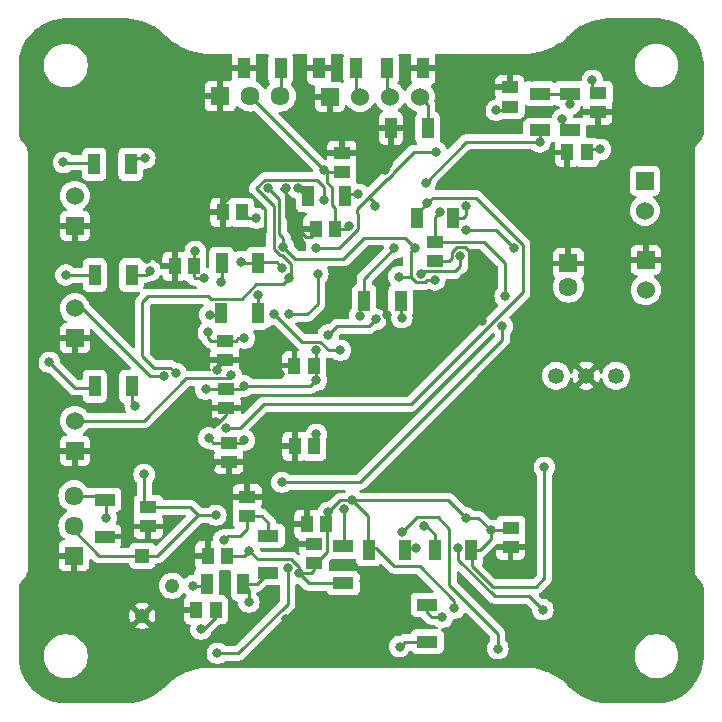
<source format=gbr>
%TF.GenerationSoftware,KiCad,Pcbnew,8.0.0*%
%TF.CreationDate,2024-04-17T18:05:46+02:00*%
%TF.ProjectId,TSAL,5453414c-2e6b-4696-9361-645f70636258,V2.1*%
%TF.SameCoordinates,Original*%
%TF.FileFunction,Copper,L2,Bot*%
%TF.FilePolarity,Positive*%
%FSLAX46Y46*%
G04 Gerber Fmt 4.6, Leading zero omitted, Abs format (unit mm)*
G04 Created by KiCad (PCBNEW 8.0.0) date 2024-04-17 18:05:46*
%MOMM*%
%LPD*%
G01*
G04 APERTURE LIST*
%TA.AperFunction,ComponentPad*%
%ADD10R,1.530000X1.530000*%
%TD*%
%TA.AperFunction,ComponentPad*%
%ADD11C,1.530000*%
%TD*%
%TA.AperFunction,ComponentPad*%
%ADD12R,1.600000X1.600000*%
%TD*%
%TA.AperFunction,ComponentPad*%
%ADD13C,1.600000*%
%TD*%
%TA.AperFunction,ComponentPad*%
%ADD14R,1.610000X1.610000*%
%TD*%
%TA.AperFunction,ComponentPad*%
%ADD15C,1.610000*%
%TD*%
%TA.AperFunction,ComponentPad*%
%ADD16C,1.350000*%
%TD*%
%TA.AperFunction,ComponentPad*%
%ADD17R,1.217000X1.217000*%
%TD*%
%TA.AperFunction,ComponentPad*%
%ADD18C,1.217000*%
%TD*%
%TA.AperFunction,SMDPad,CuDef*%
%ADD19R,1.070000X1.470000*%
%TD*%
%TA.AperFunction,SMDPad,CuDef*%
%ADD20R,1.470000X1.070000*%
%TD*%
%TA.AperFunction,SMDPad,CuDef*%
%ADD21R,1.800000X1.050000*%
%TD*%
%TA.AperFunction,SMDPad,CuDef*%
%ADD22R,1.050000X1.800000*%
%TD*%
%TA.AperFunction,ViaPad*%
%ADD23C,0.800000*%
%TD*%
%TA.AperFunction,Conductor*%
%ADD24C,0.250000*%
%TD*%
G04 APERTURE END LIST*
D10*
%TO.P,J7,1,1*%
%TO.N,GND*%
X125095000Y-32902680D03*
D11*
%TO.P,J7,2,2*%
%TO.N,/Raw_Int_AIR_1*%
X127635000Y-32902680D03*
%TO.P,J7,3,3*%
%TO.N,/Raw_Int_AIR_2*%
X130175000Y-32902680D03*
%TO.P,J7,4,4*%
%TO.N,/Raw_Int_PreCharge*%
X132715000Y-32902680D03*
%TD*%
D10*
%TO.P,J6,1,1*%
%TO.N,GND*%
X151840000Y-46720000D03*
D11*
%TO.P,J6,2,2*%
%TO.N,+12V*%
X151840000Y-49260000D03*
%TD*%
D12*
%TO.P,C13,1*%
%TO.N,GND*%
X145295120Y-47012197D03*
D13*
%TO.P,C13,2*%
%TO.N,+12V*%
X145295120Y-49012197D03*
%TD*%
D10*
%TO.P,J2,1,1*%
%TO.N,GND*%
X103505000Y-53340000D03*
D11*
%TO.P,J2,2,2*%
%TO.N,/AIR_2*%
X103505000Y-50800000D03*
%TD*%
D14*
%TO.P,J8,1,1*%
%TO.N,GND*%
X115815000Y-32827680D03*
D15*
%TO.P,J8,2,2*%
%TO.N,+5V*%
X118355000Y-32827680D03*
%TO.P,J8,3,3*%
%TO.N,/Raw_DC-Link_In*%
X120895000Y-32827680D03*
%TD*%
D14*
%TO.P,J4,1,1*%
%TO.N,GND*%
X103430000Y-71755000D03*
D15*
%TO.P,J4,2,2*%
%TO.N,+5V*%
X103430000Y-69215000D03*
%TO.P,J4,3,3*%
%TO.N,/Raw_VoltageAIR*%
X103430000Y-66675000D03*
%TD*%
D10*
%TO.P,J9,1,1*%
%TO.N,/Green_Signal_SCS*%
X151765000Y-40005000D03*
D11*
%TO.P,J9,2,2*%
%TO.N,/Red_Signal_SCS*%
X151765000Y-42545000D03*
%TD*%
D16*
%TO.P,PS1,1,+VIN*%
%TO.N,+12V*%
X149342320Y-56515000D03*
%TO.P,PS1,2,GND*%
%TO.N,GND*%
X146802320Y-56515000D03*
%TO.P,PS1,3,+VOUT*%
%TO.N,+5V*%
X144262320Y-56515000D03*
%TD*%
D17*
%TO.P,RV1,1,CCW*%
%TO.N,+5V*%
X109215000Y-71755000D03*
D18*
%TO.P,RV1,2,WIPER*%
%TO.N,Net-(CP1-IN-)*%
X111755000Y-74295000D03*
%TO.P,RV1,3,CW*%
%TO.N,GND*%
X109215000Y-76835000D03*
%TD*%
D10*
%TO.P,J1,1,1*%
%TO.N,GND*%
X103505000Y-43815000D03*
D11*
%TO.P,J1,2,2*%
%TO.N,/AIR_1*%
X103505000Y-41275000D03*
%TD*%
D10*
%TO.P,J3,1,1*%
%TO.N,GND*%
X103505000Y-62865000D03*
D11*
%TO.P,J3,2,2*%
%TO.N,/PreCharge*%
X103505000Y-60325000D03*
%TD*%
D19*
%TO.P,C19,1*%
%TO.N,GND*%
X145210872Y-37613489D03*
%TO.P,C19,2*%
%TO.N,Net-(TI1-CONTROL_VOLTAGE)*%
X146850872Y-37613489D03*
%TD*%
D20*
%TO.P,C21,1*%
%TO.N,Net-(CP1-IN+)*%
X118110000Y-68384000D03*
%TO.P,C21,2*%
%TO.N,GND*%
X118110000Y-66744000D03*
%TD*%
D21*
%TO.P,R17,1*%
%TO.N,Net-(TI1-THRESHOLD)*%
X145415000Y-35727500D03*
%TO.P,R17,2*%
%TO.N,Net-(TI1-DISCHARGE)*%
X145415000Y-32627500D03*
%TD*%
D19*
%TO.P,C17,1*%
%TO.N,GND*%
X122116000Y-62484000D03*
%TO.P,C17,2*%
%TO.N,+5V*%
X123756000Y-62484000D03*
%TD*%
D22*
%TO.P,R10,1*%
%TO.N,Net-(G15-Pad4)*%
X117755000Y-74168000D03*
%TO.P,R10,2*%
%TO.N,Net-(D6-K)*%
X114655000Y-74168000D03*
%TD*%
D21*
%TO.P,R35,1*%
%TO.N,/dis2*%
X126238000Y-70967000D03*
%TO.P,R35,2*%
%TO.N,+5V*%
X126238000Y-74067000D03*
%TD*%
D20*
%TO.P,C1,1*%
%TO.N,GND*%
X123747236Y-70766062D03*
%TO.P,C1,2*%
%TO.N,+5V*%
X123747236Y-72406062D03*
%TD*%
D19*
%TO.P,C11,1*%
%TO.N,GND*%
X122100905Y-55652074D03*
%TO.P,C11,2*%
%TO.N,+5V*%
X123740905Y-55652074D03*
%TD*%
D22*
%TO.P,R5,1*%
%TO.N,Net-(D3-A)*%
X108305000Y-47990000D03*
%TO.P,R5,2*%
%TO.N,+5V*%
X105205000Y-47990000D03*
%TD*%
D20*
%TO.P,C7,1*%
%TO.N,GND*%
X109728000Y-69277650D03*
%TO.P,C7,2*%
%TO.N,+5V*%
X109728000Y-67637650D03*
%TD*%
D22*
%TO.P,R34,1*%
%TO.N,Net-(D11-A)*%
X135535000Y-43180000D03*
%TO.P,R34,2*%
%TO.N,/Int_PreCharge*%
X132435000Y-43180000D03*
%TD*%
D19*
%TO.P,C14,1*%
%TO.N,GND*%
X123132000Y-69088000D03*
%TO.P,C14,2*%
%TO.N,+5V*%
X124772000Y-69088000D03*
%TD*%
D20*
%TO.P,C5,1*%
%TO.N,GND*%
X147790967Y-34222001D03*
%TO.P,C5,2*%
%TO.N,+5V*%
X147790967Y-32582001D03*
%TD*%
D22*
%TO.P,R32,1*%
%TO.N,Net-(D10-A)*%
X123265000Y-41275000D03*
%TO.P,R32,2*%
%TO.N,/Int_AIR_2*%
X126365000Y-41275000D03*
%TD*%
%TO.P,R33,1*%
%TO.N,/PRE*%
X133959000Y-71247000D03*
%TO.P,R33,2*%
%TO.N,+5V*%
X137059000Y-71247000D03*
%TD*%
D19*
%TO.P,C18,1*%
%TO.N,GND*%
X114750000Y-71755000D03*
%TO.P,C18,2*%
%TO.N,+5V*%
X116390000Y-71755000D03*
%TD*%
D22*
%TO.P,R11,1*%
%TO.N,GND*%
X124180000Y-30480000D03*
%TO.P,R11,2*%
%TO.N,/Raw_Int_AIR_1*%
X127280000Y-30480000D03*
%TD*%
%TO.P,R14,1*%
%TO.N,GND*%
X130276000Y-35560000D03*
%TO.P,R14,2*%
%TO.N,/Raw_Int_PreCharge*%
X133376000Y-35560000D03*
%TD*%
D20*
%TO.P,C3,1*%
%TO.N,GND*%
X133975279Y-46818306D03*
%TO.P,C3,2*%
%TO.N,+5V*%
X133975279Y-45178306D03*
%TD*%
D21*
%TO.P,R16,1*%
%TO.N,GND*%
X106045000Y-70130000D03*
%TO.P,R16,2*%
%TO.N,/Raw_VoltageAIR*%
X106045000Y-67030000D03*
%TD*%
D20*
%TO.P,C20,1*%
%TO.N,GND*%
X116528000Y-63812000D03*
%TO.P,C20,2*%
%TO.N,+5V*%
X116528000Y-62172000D03*
%TD*%
D19*
%TO.P,C2,1*%
%TO.N,GND*%
X113792000Y-76327000D03*
%TO.P,C2,2*%
%TO.N,+5V*%
X115432000Y-76327000D03*
%TD*%
%TO.P,C16,1*%
%TO.N,GND*%
X116020000Y-42672000D03*
%TO.P,C16,2*%
%TO.N,+5V*%
X117660000Y-42672000D03*
%TD*%
D21*
%TO.P,R19,1*%
%TO.N,Net-(G15-Pad4)*%
X119888000Y-73178000D03*
%TO.P,R19,2*%
%TO.N,Net-(CP1-IN+)*%
X119888000Y-70078000D03*
%TD*%
D22*
%TO.P,R12,1*%
%TO.N,GND*%
X132995000Y-30480000D03*
%TO.P,R12,2*%
%TO.N,/Raw_Int_AIR_2*%
X129895000Y-30480000D03*
%TD*%
D19*
%TO.P,C4,1*%
%TO.N,GND*%
X123894000Y-44069000D03*
%TO.P,C4,2*%
%TO.N,+5V*%
X125534000Y-44069000D03*
%TD*%
D22*
%TO.P,R29,1*%
%TO.N,Net-(D8-A)*%
X131090000Y-50165000D03*
%TO.P,R29,2*%
%TO.N,/DC-Link_In*%
X127990000Y-50165000D03*
%TD*%
D21*
%TO.P,R15,1*%
%TO.N,Net-(TI1-DISCHARGE)*%
X142875000Y-32627500D03*
%TO.P,R15,2*%
%TO.N,/DC-Link_In*%
X142875000Y-35727500D03*
%TD*%
D20*
%TO.P,C8,1*%
%TO.N,GND*%
X140393322Y-71052060D03*
%TO.P,C8,2*%
%TO.N,+5V*%
X140393322Y-69412060D03*
%TD*%
%TO.P,C15,1*%
%TO.N,GND*%
X140335000Y-32087500D03*
%TO.P,C15,2*%
%TO.N,Net-(TI1-THRESHOLD)*%
X140335000Y-33727500D03*
%TD*%
%TO.P,C9,1*%
%TO.N,GND*%
X126091553Y-37634380D03*
%TO.P,C9,2*%
%TO.N,+5V*%
X126091553Y-39274380D03*
%TD*%
D22*
%TO.P,R36,1*%
%TO.N,/CLR*%
X131471000Y-71247000D03*
%TO.P,R36,2*%
%TO.N,+5V*%
X128371000Y-71247000D03*
%TD*%
D20*
%TO.P,C12,1*%
%TO.N,GND*%
X116332000Y-59240000D03*
%TO.P,C12,2*%
%TO.N,+5V*%
X116332000Y-57600000D03*
%TD*%
%TO.P,C6,1*%
%TO.N,GND*%
X116205000Y-55176000D03*
%TO.P,C6,2*%
%TO.N,+5V*%
X116205000Y-53536000D03*
%TD*%
D22*
%TO.P,R9,1*%
%TO.N,/Lightning_cond*%
X119025000Y-46990000D03*
%TO.P,R9,2*%
%TO.N,Net-(D5-A)*%
X115925000Y-46990000D03*
%TD*%
%TO.P,R8,1*%
%TO.N,Net-(D4-A)*%
X108305000Y-57404000D03*
%TO.P,R8,2*%
%TO.N,+5V*%
X105205000Y-57404000D03*
%TD*%
%TO.P,R13,1*%
%TO.N,GND*%
X117830000Y-30480000D03*
%TO.P,R13,2*%
%TO.N,/Raw_DC-Link_In*%
X120930000Y-30480000D03*
%TD*%
%TO.P,R31,1*%
%TO.N,Net-(D9-A)*%
X115918450Y-51243969D03*
%TO.P,R31,2*%
%TO.N,/Int_AIR_1*%
X119018450Y-51243969D03*
%TD*%
%TO.P,R3,1*%
%TO.N,Net-(D1-A)*%
X108230000Y-38608000D03*
%TO.P,R3,2*%
%TO.N,+5V*%
X105130000Y-38608000D03*
%TD*%
D19*
%TO.P,C10,1*%
%TO.N,GND*%
X111956000Y-47244000D03*
%TO.P,C10,2*%
%TO.N,+5V*%
X113596000Y-47244000D03*
%TD*%
D21*
%TO.P,R1,1*%
%TO.N,/INT*%
X133350000Y-79020000D03*
%TO.P,R1,2*%
%TO.N,Net-(D2-K)*%
X133350000Y-75920000D03*
%TD*%
D23*
%TO.N,+5V*%
X147320000Y-31496000D03*
X115443000Y-68326000D03*
X124564500Y-39121659D03*
X138715321Y-69616881D03*
X109372400Y-64871600D03*
X117859500Y-57396436D03*
X135636000Y-76200000D03*
X134410498Y-42672000D03*
X123952000Y-61468000D03*
X126746000Y-43815000D03*
X117859500Y-53340000D03*
X117859500Y-61976000D03*
X143256000Y-64262000D03*
X123952000Y-54345498D03*
X114808000Y-52832000D03*
X113695952Y-45989450D03*
X127000000Y-67056000D03*
X114581000Y-57652837D03*
X114173000Y-77978000D03*
X114822336Y-61798065D03*
X139929502Y-49784000D03*
X102735498Y-47990000D03*
X102537100Y-38456953D03*
X124968000Y-53048500D03*
X123952000Y-56896000D03*
X136647701Y-68575701D03*
X101346000Y-55372000D03*
X118872000Y-43180000D03*
X124968000Y-68072000D03*
X118257747Y-71327853D03*
X128979991Y-51744786D03*
X114410500Y-48260000D03*
X122474424Y-73221636D03*
%TO.N,Net-(D1-A)*%
X109429502Y-38100000D03*
%TO.N,Net-(D2-K)*%
X134620000Y-76962000D03*
%TO.N,Net-(D3-A)*%
X109855000Y-47625000D03*
%TO.N,Net-(D4-A)*%
X108622500Y-59055000D03*
%TO.N,Net-(D5-A)*%
X115876702Y-48565004D03*
%TO.N,Net-(D9-A)*%
X114935000Y-51345500D03*
%TO.N,Net-(D10-A)*%
X122428000Y-40640000D03*
%TO.N,Net-(D11-A)*%
X136652000Y-42164000D03*
%TO.N,GND*%
X129756500Y-39116000D03*
X142240000Y-73152000D03*
X116332000Y-40132000D03*
X124968000Y-76200000D03*
X109594681Y-46649425D03*
X115469596Y-60437044D03*
X138684000Y-48260000D03*
X137935916Y-51849186D03*
X111252000Y-60833000D03*
X130556000Y-76200000D03*
X128016000Y-73914000D03*
X129912202Y-51384248D03*
X136435500Y-48260000D03*
X139573000Y-39624000D03*
X125095000Y-51562000D03*
X115062000Y-64135000D03*
X117621654Y-45229475D03*
X119932869Y-52813187D03*
X120904000Y-56388000D03*
X142240000Y-31204500D03*
X113030000Y-71501000D03*
X120396000Y-60960000D03*
X126728727Y-62629164D03*
X121412000Y-77089000D03*
X112395000Y-64135000D03*
X121412000Y-40639500D03*
X115532500Y-56015500D03*
X110871000Y-51943000D03*
%TO.N,/CLR*%
X132397500Y-71120000D03*
%TO.N,/PRE*%
X133032500Y-69215000D03*
%TO.N,/SCS compliance*%
X136652000Y-44196000D03*
X140716000Y-45720000D03*
%TO.N,/DC-Link_In*%
X127635000Y-51435000D03*
X130556000Y-45720000D03*
X133194642Y-40160358D03*
X142875000Y-36717500D03*
%TO.N,/4.25V*%
X133985000Y-48402806D03*
X119888000Y-40640000D03*
X130937000Y-48133000D03*
X132269385Y-45657615D03*
X121158000Y-45593000D03*
%TO.N,/0.75V*%
X124079000Y-47879000D03*
X132842000Y-47879000D03*
X134112000Y-37592000D03*
X123952000Y-45720000D03*
X136144000Y-46369451D03*
X121666000Y-51308000D03*
X128905000Y-42164000D03*
%TO.N,/VoltageAIR*%
X139704299Y-52328299D03*
X121031000Y-65532000D03*
%TO.N,/Raw_VoltageAIR*%
X106172000Y-68580000D03*
%TO.N,/AIR_2*%
X111087360Y-56546182D03*
%TO.N,/PreCharge*%
X116730500Y-56465498D03*
%TO.N,Net-(D6-K)*%
X113538000Y-74295000D03*
%TO.N,Net-(D8-A)*%
X131186701Y-51599500D03*
%TO.N,/Int_AIR_1*%
X119009898Y-49713996D03*
%TO.N,/Int_AIR_2*%
X127508000Y-41148000D03*
X112060321Y-56317375D03*
X124564500Y-41656000D03*
X121666000Y-48260000D03*
%TO.N,/Int_PreCharge*%
X133350000Y-41910000D03*
X116332000Y-60960000D03*
%TO.N,/Int_log*%
X121543299Y-72766701D03*
X115570000Y-80010000D03*
%TO.N,Net-(TI1-THRESHOLD)*%
X139192000Y-34036000D03*
X144780000Y-34812500D03*
%TO.N,Net-(TI1-CONTROL_VOLTAGE)*%
X148004502Y-37352500D03*
%TO.N,/INT*%
X131006862Y-79457347D03*
%TO.N,/Lightning_cond*%
X121064500Y-47371000D03*
X120396000Y-51308000D03*
X125989500Y-54356000D03*
X117580029Y-46854569D03*
%TO.N,Net-(TI1-DISCHARGE)*%
X145415000Y-33542500D03*
%TO.N,Net-(G15-Pad4)*%
X118237000Y-75692000D03*
%TO.N,/dis2*%
X126297890Y-67780500D03*
X139319000Y-79629000D03*
X131191000Y-69747498D03*
%TO.N,/dis1*%
X143129000Y-76327000D03*
X135934498Y-71120000D03*
%TO.N,Net-(CP1-IN+)*%
X116128800Y-70408800D03*
%TD*%
D24*
%TO.N,+5V*%
X143256000Y-64262000D02*
X143256000Y-73660000D01*
X117859500Y-57396436D02*
X117655936Y-57600000D01*
X123747236Y-72975764D02*
X123747236Y-72406062D01*
X142531000Y-74385000D02*
X138881255Y-74385000D01*
X121843604Y-72041701D02*
X122474424Y-72672521D01*
X137674141Y-68575701D02*
X137678440Y-68580000D01*
X138715321Y-70326679D02*
X138715321Y-69616881D01*
X133975279Y-43107219D02*
X133975279Y-45178306D01*
X122474424Y-72672521D02*
X122474424Y-73221636D01*
X114427000Y-77978000D02*
X115432000Y-76973000D01*
X117348000Y-53340000D02*
X117152000Y-53536000D01*
X124564500Y-39121659D02*
X124717221Y-39274380D01*
X114822336Y-61798065D02*
X115196271Y-62172000D01*
X123451564Y-57396436D02*
X123952000Y-56896000D01*
X101346000Y-55372000D02*
X103489000Y-57515000D01*
X136647701Y-68575701D02*
X137674141Y-68575701D01*
X110490000Y-71755000D02*
X105580000Y-71755000D01*
X113596000Y-47244000D02*
X113596000Y-46089402D01*
X114808000Y-52832000D02*
X114808000Y-53340000D01*
X139929502Y-49784000D02*
X139929502Y-46965502D01*
X123947236Y-72406062D02*
X124890611Y-71462687D01*
X137795000Y-71247000D02*
X138715321Y-70326679D01*
X128979991Y-51744786D02*
X128379863Y-52344914D01*
X117830600Y-71755000D02*
X116390000Y-71755000D01*
X147320000Y-32111034D02*
X147790967Y-32582001D01*
X138881255Y-74385000D02*
X137122500Y-72626245D01*
X128307500Y-71120000D02*
X128307500Y-68363500D01*
X123501364Y-73221636D02*
X123747236Y-72975764D01*
X130556000Y-72644000D02*
X129032000Y-71120000D01*
X123952000Y-55863169D02*
X123952000Y-56896000D01*
X125984000Y-67056000D02*
X124968000Y-68072000D01*
X124801700Y-39274380D02*
X118355000Y-32827680D01*
X125671586Y-52344914D02*
X124968000Y-53048500D01*
X102545147Y-38465000D02*
X102537100Y-38456953D01*
X123952000Y-61468000D02*
X123952000Y-62288000D01*
X113596000Y-46089402D02*
X113695952Y-45989450D01*
X137678440Y-68580000D02*
X138715321Y-69616881D01*
X114581000Y-57652837D02*
X116279163Y-57652837D01*
X127000000Y-67056000D02*
X125984000Y-67056000D01*
X105205000Y-38465000D02*
X102545147Y-38465000D01*
X123319788Y-74067000D02*
X122474424Y-73221636D01*
X126492000Y-44069000D02*
X126746000Y-43815000D01*
X125289500Y-42096500D02*
X125289500Y-40588104D01*
X105580000Y-71755000D02*
X103430000Y-69605000D01*
X125289500Y-40588104D02*
X124841000Y-40139604D01*
X117655936Y-57600000D02*
X116739128Y-57600000D01*
X137059000Y-71247000D02*
X137795000Y-71247000D01*
X115004000Y-53536000D02*
X116205000Y-53536000D01*
X113919000Y-68326000D02*
X113230650Y-67637650D01*
X124841000Y-40139604D02*
X124841000Y-39274380D01*
X124717221Y-39274380D02*
X126091553Y-39274380D01*
X132715000Y-72644000D02*
X130556000Y-72644000D01*
X128379863Y-52344914D02*
X125671586Y-52344914D01*
X126238000Y-74067000D02*
X123319788Y-74067000D01*
X125534000Y-44069000D02*
X126492000Y-44069000D01*
X118257747Y-71327853D02*
X117830600Y-71755000D01*
X117859500Y-53340000D02*
X117348000Y-53340000D01*
X113230650Y-67637650D02*
X109728000Y-67637650D01*
X117859500Y-61976000D02*
X117663500Y-62172000D01*
X115432000Y-76973000D02*
X115432000Y-76327000D01*
X109372400Y-64871600D02*
X109372400Y-67357817D01*
X109372400Y-67357817D02*
X109652233Y-67637650D01*
X113596000Y-48191000D02*
X113596000Y-47752000D01*
X135636000Y-75565000D02*
X132715000Y-72644000D01*
X118257747Y-71327853D02*
X118971595Y-72041701D01*
X102735498Y-47990000D02*
X105205000Y-47990000D01*
X118872000Y-43180000D02*
X118168000Y-43180000D01*
X103489000Y-57515000D02*
X105130000Y-57515000D01*
X115443000Y-68326000D02*
X113919000Y-68326000D01*
X137122500Y-72626245D02*
X137122500Y-71247000D01*
X126091553Y-39274380D02*
X124801700Y-39274380D01*
X117152000Y-53536000D02*
X116205000Y-53536000D01*
X115196271Y-62172000D02*
X116528000Y-62172000D01*
X129032000Y-71120000D02*
X128307500Y-71120000D01*
X124841000Y-39274380D02*
X126091553Y-39274380D01*
X118168000Y-43180000D02*
X117660000Y-42672000D01*
X118971595Y-72041701D02*
X121843604Y-72041701D01*
X134410498Y-42672000D02*
X133975279Y-43107219D01*
X124968000Y-68072000D02*
X124968000Y-68892000D01*
X136647701Y-68575701D02*
X135128000Y-67056000D01*
X113919000Y-68326000D02*
X110490000Y-71755000D01*
X147320000Y-31496000D02*
X147320000Y-32111034D01*
X135636000Y-76200000D02*
X135636000Y-75565000D01*
X124890611Y-71462687D02*
X124890611Y-69361389D01*
X135128000Y-67056000D02*
X127000000Y-67056000D01*
X117859500Y-57396436D02*
X123451564Y-57396436D01*
X125289500Y-42096500D02*
X125534000Y-42341000D01*
X125534000Y-42341000D02*
X125534000Y-44069000D01*
X114173000Y-77978000D02*
X114427000Y-77978000D01*
X138142306Y-45178306D02*
X133975279Y-45178306D01*
X128307500Y-68363500D02*
X127000000Y-67056000D01*
X138715321Y-69616881D02*
X140188501Y-69616881D01*
X113665000Y-48260000D02*
X113596000Y-48191000D01*
X143256000Y-73660000D02*
X142531000Y-74385000D01*
X114808000Y-53340000D02*
X115004000Y-53536000D01*
X123952000Y-54345498D02*
X123952000Y-55440979D01*
X139929502Y-46965502D02*
X138142306Y-45178306D01*
X122474424Y-73221636D02*
X123501364Y-73221636D01*
X114410500Y-48260000D02*
X113665000Y-48260000D01*
X117663500Y-62172000D02*
X116528000Y-62172000D01*
%TO.N,Net-(D1-A)*%
X108738000Y-38100000D02*
X108230000Y-38608000D01*
X109429502Y-38100000D02*
X108738000Y-38100000D01*
%TO.N,Net-(D2-K)*%
X134620000Y-76962000D02*
X133731000Y-76962000D01*
X133731000Y-76962000D02*
X133350000Y-76581000D01*
X133350000Y-76581000D02*
X133350000Y-75920000D01*
%TO.N,Net-(D3-A)*%
X109490000Y-47990000D02*
X109855000Y-47625000D01*
X108305000Y-47990000D02*
X109490000Y-47990000D01*
%TO.N,Net-(D4-A)*%
X108622500Y-59055000D02*
X108305000Y-58737500D01*
X108305000Y-58737500D02*
X108305000Y-57404000D01*
%TO.N,Net-(D5-A)*%
X115925000Y-48516706D02*
X115925000Y-46990000D01*
X115876702Y-48565004D02*
X115925000Y-48516706D01*
%TO.N,Net-(D9-A)*%
X114935000Y-51345500D02*
X115816919Y-51345500D01*
%TO.N,Net-(D10-A)*%
X123063000Y-41275000D02*
X122428000Y-40640000D01*
%TO.N,Net-(D11-A)*%
X136360444Y-43180000D02*
X135535000Y-43180000D01*
X136652000Y-42164000D02*
X136652000Y-42888444D01*
X136652000Y-42888444D02*
X136360444Y-43180000D01*
%TO.N,GND*%
X116020000Y-41968000D02*
X116020000Y-42672000D01*
X135419000Y-46069146D02*
X135843695Y-45644451D01*
X119597000Y-42381000D02*
X118364000Y-41148000D01*
X118727525Y-45229475D02*
X119597000Y-44360000D01*
X116332000Y-59817000D02*
X116332000Y-59240000D01*
X119597000Y-44360000D02*
X119597000Y-42381000D01*
X136869000Y-47244000D02*
X137668000Y-47244000D01*
X137668000Y-47244000D02*
X138684000Y-48260000D01*
X136869000Y-45937000D02*
X136869000Y-47244000D01*
X136869000Y-47826500D02*
X136435500Y-48260000D01*
X135843695Y-45644451D02*
X136576451Y-45644451D01*
X133975279Y-46818306D02*
X135172694Y-46818306D01*
X113030000Y-71501000D02*
X113284000Y-71755000D01*
X141351000Y-73152000D02*
X142240000Y-73152000D01*
X115532500Y-55848500D02*
X116205000Y-55176000D01*
X136576451Y-45644451D02*
X136869000Y-45937000D01*
X130276000Y-38596500D02*
X130276000Y-35560000D01*
X116840000Y-41148000D02*
X116020000Y-41968000D01*
X135172694Y-46818306D02*
X135419000Y-46572000D01*
X123107253Y-44792649D02*
X121412000Y-43097396D01*
X136869000Y-47244000D02*
X136869000Y-47826500D01*
X123480045Y-44792649D02*
X123107253Y-44792649D01*
X135419000Y-46572000D02*
X135419000Y-46069146D01*
X129756500Y-39116000D02*
X130276000Y-38596500D01*
X118364000Y-41148000D02*
X116840000Y-41148000D01*
X140393322Y-72194322D02*
X141351000Y-73152000D01*
X117621654Y-45229475D02*
X118727525Y-45229475D01*
X115532500Y-56015500D02*
X115532500Y-55848500D01*
X121412000Y-43097396D02*
X121412000Y-40639500D01*
X140393322Y-71052060D02*
X140393322Y-72194322D01*
X113284000Y-71755000D02*
X114750000Y-71755000D01*
X123894000Y-44378694D02*
X123480045Y-44792649D01*
X115711956Y-60437044D02*
X116332000Y-59817000D01*
X115469596Y-60437044D02*
X115711956Y-60437044D01*
%TO.N,/CLR*%
X131407500Y-71120000D02*
X132397500Y-71120000D01*
%TO.N,/PRE*%
X133032500Y-69215000D02*
X133223000Y-69215000D01*
X133959000Y-69951000D02*
X133959000Y-71247000D01*
X133223000Y-69215000D02*
X133959000Y-69951000D01*
%TO.N,/SCS compliance*%
X136652000Y-44196000D02*
X139192000Y-44196000D01*
X139192000Y-44196000D02*
X140716000Y-45720000D01*
%TO.N,/DC-Link_In*%
X142875000Y-35727500D02*
X142875000Y-36717500D01*
X133194642Y-40160358D02*
X136637500Y-36717500D01*
X130556000Y-45720000D02*
X127990000Y-48286000D01*
X127990000Y-48286000D02*
X127990000Y-50165000D01*
X127635000Y-51435000D02*
X127635000Y-50520000D01*
X136637500Y-36717500D02*
X142875000Y-36717500D01*
%TO.N,/4.25V*%
X132269385Y-45657615D02*
X131953000Y-45974000D01*
X121158000Y-44859837D02*
X120793649Y-44495486D01*
X128016000Y-44831000D02*
X126238000Y-46609000D01*
X133985000Y-48402806D02*
X133343499Y-48402806D01*
X121158000Y-45593000D02*
X121158000Y-44859837D01*
X120793649Y-41545649D02*
X119888000Y-40640000D01*
X133142305Y-48604000D02*
X132424000Y-48604000D01*
X126238000Y-46609000D02*
X122174000Y-46609000D01*
X122174000Y-46609000D02*
X121158000Y-45593000D01*
X131953000Y-45974000D02*
X131953000Y-48133000D01*
X131442770Y-44831000D02*
X128016000Y-44831000D01*
X132424000Y-48604000D02*
X131953000Y-48133000D01*
X130937000Y-48133000D02*
X131953000Y-48133000D01*
X120793649Y-44495486D02*
X120793649Y-41545649D01*
X132269385Y-45657615D02*
X131442770Y-44831000D01*
X133343499Y-48402806D02*
X133142305Y-48604000D01*
%TO.N,/0.75V*%
X127471000Y-42840004D02*
X127471000Y-44115305D01*
X132842000Y-47879000D02*
X133042694Y-47678306D01*
X129958000Y-39841000D02*
X130056805Y-39841000D01*
X127405498Y-42774502D02*
X127405498Y-42393502D01*
X121666000Y-51308000D02*
X123190000Y-51308000D01*
X128905000Y-42164000D02*
X128905000Y-41910000D01*
X123190000Y-51308000D02*
X124079000Y-50419000D01*
X127405498Y-42393502D02*
X128397000Y-41402000D01*
X125866305Y-45720000D02*
X123952000Y-45720000D01*
X128397000Y-41402000D02*
X129958000Y-39841000D01*
X133042694Y-47678306D02*
X135709694Y-47678306D01*
X135709694Y-47678306D02*
X136144000Y-47244000D01*
X132207000Y-37592000D02*
X134112000Y-37592000D01*
X124079000Y-50419000D02*
X124079000Y-47879000D01*
X127471000Y-44115305D02*
X125866305Y-45720000D01*
X128905000Y-41910000D02*
X128397000Y-41402000D01*
X130481500Y-39317500D02*
X132207000Y-37592000D01*
X130056805Y-39841000D02*
X130481500Y-39416305D01*
X136144000Y-47244000D02*
X136144000Y-46369451D01*
X130481500Y-39416305D02*
X130481500Y-39317500D01*
X127405498Y-42774502D02*
X127471000Y-42840004D01*
%TO.N,/VoltageAIR*%
X127635000Y-65532000D02*
X139704299Y-53462701D01*
X121031000Y-65532000D02*
X127635000Y-65532000D01*
X139704299Y-53462701D02*
X139704299Y-52328299D01*
%TO.N,/Raw_VoltageAIR*%
X105690000Y-66675000D02*
X103430000Y-66675000D01*
X106172000Y-68580000D02*
X106172000Y-67157000D01*
%TO.N,/AIR_2*%
X109886182Y-56546182D02*
X104140000Y-50800000D01*
X111087360Y-56546182D02*
X109886182Y-56546182D01*
%TO.N,/PreCharge*%
X109347000Y-60325000D02*
X103505000Y-60325000D01*
X116455498Y-56740500D02*
X112931500Y-56740500D01*
X112931500Y-56740500D02*
X109347000Y-60325000D01*
X116730500Y-56465498D02*
X116455498Y-56740500D01*
%TO.N,Net-(D6-K)*%
X113538000Y-74295000D02*
X114528000Y-74295000D01*
%TO.N,Net-(D8-A)*%
X131090000Y-51502799D02*
X131090000Y-50165000D01*
X131186701Y-51599500D02*
X131090000Y-51502799D01*
%TO.N,/Int_AIR_1*%
X119018450Y-49722548D02*
X119018450Y-51243969D01*
X119009898Y-49713996D02*
X119018450Y-49722548D01*
%TO.N,/Int_AIR_2*%
X124564500Y-41656000D02*
X124564500Y-40499500D01*
X118872000Y-40649305D02*
X120343649Y-42120954D01*
X119587695Y-39915000D02*
X118872000Y-40630695D01*
X121789500Y-48136500D02*
X121666000Y-48260000D01*
X109220000Y-50292000D02*
X109220000Y-54864000D01*
X120343649Y-42120954D02*
X120343649Y-45803954D01*
X117621031Y-50018969D02*
X115042969Y-50018969D01*
X123980000Y-39915000D02*
X119587695Y-39915000D01*
X121666000Y-48260000D02*
X121158000Y-48768000D01*
X121036805Y-46318000D02*
X121789500Y-47070695D01*
X109220000Y-54864000D02*
X110177182Y-55821182D01*
X114808000Y-49784000D02*
X109728000Y-49784000D01*
X121789500Y-47070695D02*
X121789500Y-48136500D01*
X121158000Y-48768000D02*
X118872000Y-48768000D01*
X118872000Y-40630695D02*
X118872000Y-40649305D01*
X110177182Y-55821182D02*
X111564128Y-55821182D01*
X111564128Y-55821182D02*
X112060321Y-56317375D01*
X127508000Y-41148000D02*
X126492000Y-41148000D01*
X124564500Y-40499500D02*
X123980000Y-39915000D01*
X118872000Y-48768000D02*
X117621031Y-50018969D01*
X120857695Y-46318000D02*
X121036805Y-46318000D01*
X109728000Y-49784000D02*
X109220000Y-50292000D01*
X115042969Y-50018969D02*
X114808000Y-49784000D01*
X120343649Y-45803954D02*
X120857695Y-46318000D01*
%TO.N,/Int_PreCharge*%
X132435000Y-42825000D02*
X133350000Y-41910000D01*
X133350000Y-41910000D02*
X133821000Y-41439000D01*
X133821000Y-41439000D02*
X137460305Y-41439000D01*
X141441000Y-45419695D02*
X141441000Y-49440000D01*
X137460305Y-41439000D02*
X141441000Y-45419695D01*
X117448000Y-60960000D02*
X116332000Y-60960000D01*
X131953000Y-58928000D02*
X119480000Y-58928000D01*
X141441000Y-49440000D02*
X131953000Y-58928000D01*
X119480000Y-58928000D02*
X117448000Y-60960000D01*
%TO.N,/Int_log*%
X117348000Y-80010000D02*
X121543299Y-75814701D01*
X115570000Y-80010000D02*
X117348000Y-80010000D01*
X121543299Y-75814701D02*
X121543299Y-72766701D01*
%TO.N,/Raw_Int_AIR_1*%
X127280000Y-30480000D02*
X127280000Y-32547680D01*
%TO.N,/Raw_Int_AIR_2*%
X129895000Y-30480000D02*
X129895000Y-32622680D01*
%TO.N,/Raw_DC-Link_In*%
X120930000Y-30480000D02*
X120930000Y-32792680D01*
%TO.N,/Raw_Int_PreCharge*%
X133376000Y-33563680D02*
X132995000Y-33182680D01*
X133376000Y-35560000D02*
X133376000Y-33563680D01*
%TO.N,Net-(TI1-THRESHOLD)*%
X144780000Y-35092500D02*
X145415000Y-35727500D01*
X139192000Y-34036000D02*
X140026500Y-34036000D01*
X144780000Y-34812500D02*
X144780000Y-35092500D01*
%TO.N,Net-(TI1-CONTROL_VOLTAGE)*%
X147111861Y-37352500D02*
X148004502Y-37352500D01*
%TO.N,/INT*%
X131006862Y-79457347D02*
X131444209Y-79020000D01*
X131444209Y-79020000D02*
X133350000Y-79020000D01*
%TO.N,/Lightning_cond*%
X124252305Y-53620498D02*
X122708498Y-53620498D01*
X117580029Y-46854569D02*
X117715460Y-46990000D01*
X121064500Y-47371000D02*
X120615700Y-46922200D01*
X122708498Y-53620498D02*
X120396000Y-51308000D01*
X124987807Y-54356000D02*
X124252305Y-53620498D01*
X117715460Y-46990000D02*
X119025000Y-46990000D01*
X125989500Y-54356000D02*
X124987807Y-54356000D01*
X120615700Y-46922200D02*
X119092800Y-46922200D01*
%TO.N,Net-(TI1-DISCHARGE)*%
X142875000Y-32627500D02*
X145415000Y-32627500D01*
X145415000Y-33542500D02*
X145415000Y-32627500D01*
%TO.N,Net-(G15-Pad4)*%
X118237000Y-75692000D02*
X118237000Y-74650000D01*
X118898000Y-74168000D02*
X117755000Y-74168000D01*
X119888000Y-73178000D02*
X118898000Y-74168000D01*
X118237000Y-74650000D02*
X117755000Y-74168000D01*
%TO.N,/dis2*%
X126297890Y-67780500D02*
X126297890Y-70907110D01*
X132448498Y-68490000D02*
X134239000Y-68490000D01*
X131191000Y-69747498D02*
X132448498Y-68490000D01*
X137795000Y-76835000D02*
X139319000Y-78359000D01*
X135209498Y-74249498D02*
X137795000Y-76835000D01*
X139319000Y-78359000D02*
X139319000Y-79629000D01*
X135209498Y-69460498D02*
X135209498Y-74249498D01*
X134239000Y-68490000D02*
X135209498Y-69460498D01*
%TO.N,/dis1*%
X141986000Y-75184000D02*
X143129000Y-76327000D01*
X135934498Y-71120000D02*
X135934498Y-72074639D01*
X135934498Y-72074639D02*
X139043859Y-75184000D01*
X140716000Y-75184000D02*
X141986000Y-75184000D01*
X139043859Y-75184000D02*
X140716000Y-75184000D01*
%TO.N,Net-(CP1-IN+)*%
X119311000Y-68384000D02*
X119888000Y-68961000D01*
X116128800Y-70408800D02*
X116433600Y-70104000D01*
X118110000Y-69469000D02*
X118110000Y-68384000D01*
X116433600Y-70104000D02*
X117475000Y-70104000D01*
X119888000Y-68961000D02*
X119888000Y-70078000D01*
X118110000Y-68384000D02*
X119311000Y-68384000D01*
X117475000Y-70104000D02*
X118110000Y-69469000D01*
%TD*%
%TA.AperFunction,Conductor*%
%TO.N,GND*%
G36*
X107679653Y-26250007D02*
G01*
X107892417Y-26252363D01*
X107901821Y-26252826D01*
X108326483Y-26289980D01*
X108337198Y-26291391D01*
X108756311Y-26365292D01*
X108766859Y-26367630D01*
X109079862Y-26451498D01*
X109177940Y-26477778D01*
X109188256Y-26481031D01*
X109588157Y-26626579D01*
X109598145Y-26630715D01*
X109983877Y-26810580D01*
X109993449Y-26815564D01*
X110362017Y-27028350D01*
X110371124Y-27034150D01*
X110588742Y-27186523D01*
X110719748Y-27278251D01*
X110728330Y-27284836D01*
X111054862Y-27558817D01*
X111061876Y-27565174D01*
X111214003Y-27714013D01*
X111214959Y-27714959D01*
X111285534Y-27785534D01*
X111441486Y-27938165D01*
X111775795Y-28218672D01*
X112133280Y-28468976D01*
X112511218Y-28687172D01*
X112906735Y-28871600D01*
X113082485Y-28935566D01*
X113316808Y-29020851D01*
X113316814Y-29020852D01*
X113316820Y-29020855D01*
X113738353Y-29133803D01*
X114168125Y-29209583D01*
X114602867Y-29247620D01*
X114821068Y-29250000D01*
X114821102Y-29250000D01*
X116715842Y-29250000D01*
X116782881Y-29269685D01*
X116828636Y-29322489D01*
X116838580Y-29391647D01*
X116832024Y-29417333D01*
X116811403Y-29472620D01*
X116811401Y-29472627D01*
X116805000Y-29532155D01*
X116805000Y-30230000D01*
X118855000Y-30230000D01*
X118855000Y-29532172D01*
X118854999Y-29532155D01*
X118848598Y-29472627D01*
X118848596Y-29472620D01*
X118827976Y-29417333D01*
X118822992Y-29347641D01*
X118856477Y-29286318D01*
X118917800Y-29252834D01*
X118944158Y-29250000D01*
X119806771Y-29250000D01*
X119873810Y-29269685D01*
X119919565Y-29322489D01*
X119929509Y-29391647D01*
X119922952Y-29417335D01*
X119903011Y-29470795D01*
X119903011Y-29470797D01*
X119896500Y-29531345D01*
X119896500Y-31428654D01*
X119903011Y-31489202D01*
X119903011Y-31489204D01*
X119941666Y-31592839D01*
X119954111Y-31626204D01*
X120011645Y-31703061D01*
X120036062Y-31768523D01*
X120021211Y-31836796D01*
X120000059Y-31865051D01*
X119884958Y-31980151D01*
X119753131Y-32168421D01*
X119753130Y-32168423D01*
X119737382Y-32202196D01*
X119691209Y-32254635D01*
X119624016Y-32273787D01*
X119557135Y-32253571D01*
X119512618Y-32202196D01*
X119496869Y-32168423D01*
X119496868Y-32168421D01*
X119365042Y-31980152D01*
X119202527Y-31817638D01*
X119202521Y-31817633D01*
X119014263Y-31685813D01*
X119014259Y-31685811D01*
X118934087Y-31648426D01*
X118913895Y-31639010D01*
X118861457Y-31592839D01*
X118842305Y-31525645D01*
X118847926Y-31495186D01*
X118846814Y-31494924D01*
X118848598Y-31487372D01*
X118854999Y-31427844D01*
X118855000Y-31427827D01*
X118855000Y-30730000D01*
X116805000Y-30730000D01*
X116805000Y-31399381D01*
X116785315Y-31466420D01*
X116732511Y-31512175D01*
X116671192Y-31522112D01*
X116671153Y-31522858D01*
X116667828Y-31522680D01*
X116065000Y-31522680D01*
X116065000Y-32354253D01*
X116021502Y-32329140D01*
X115885434Y-32292680D01*
X115744566Y-32292680D01*
X115608498Y-32329140D01*
X115565000Y-32354253D01*
X115565000Y-31522680D01*
X114962155Y-31522680D01*
X114902627Y-31529081D01*
X114902620Y-31529083D01*
X114767913Y-31579325D01*
X114767906Y-31579329D01*
X114652812Y-31665489D01*
X114652809Y-31665492D01*
X114566649Y-31780586D01*
X114566645Y-31780593D01*
X114516403Y-31915300D01*
X114516401Y-31915307D01*
X114510000Y-31974835D01*
X114510000Y-32577680D01*
X115341574Y-32577680D01*
X115316460Y-32621178D01*
X115280000Y-32757246D01*
X115280000Y-32898114D01*
X115316460Y-33034182D01*
X115341574Y-33077680D01*
X114510000Y-33077680D01*
X114510000Y-33680524D01*
X114516401Y-33740052D01*
X114516403Y-33740059D01*
X114566645Y-33874766D01*
X114566649Y-33874773D01*
X114652809Y-33989867D01*
X114652812Y-33989870D01*
X114767906Y-34076030D01*
X114767913Y-34076034D01*
X114902620Y-34126276D01*
X114902627Y-34126278D01*
X114962155Y-34132679D01*
X114962172Y-34132680D01*
X115565000Y-34132680D01*
X115565000Y-33301106D01*
X115608498Y-33326220D01*
X115744566Y-33362680D01*
X115885434Y-33362680D01*
X116021502Y-33326220D01*
X116065000Y-33301106D01*
X116065000Y-34132680D01*
X116667828Y-34132680D01*
X116667844Y-34132679D01*
X116727372Y-34126278D01*
X116727379Y-34126276D01*
X116862086Y-34076034D01*
X116862093Y-34076030D01*
X116977187Y-33989870D01*
X116977190Y-33989867D01*
X117063350Y-33874773D01*
X117063354Y-33874766D01*
X117113596Y-33740059D01*
X117115112Y-33725965D01*
X117141849Y-33661413D01*
X117199241Y-33621564D01*
X117269066Y-33619069D01*
X117329156Y-33654721D01*
X117339975Y-33668092D01*
X117344952Y-33675200D01*
X117344958Y-33675207D01*
X117507472Y-33837721D01*
X117507478Y-33837726D01*
X117695736Y-33969546D01*
X117695738Y-33969547D01*
X117695741Y-33969549D01*
X117904041Y-34066681D01*
X118126042Y-34126166D01*
X118285276Y-34140097D01*
X118354998Y-34146197D01*
X118355000Y-34146197D01*
X118355002Y-34146197D01*
X118386734Y-34143420D01*
X118583958Y-34126166D01*
X118583966Y-34126164D01*
X118595368Y-34123108D01*
X118651737Y-34108004D01*
X118721586Y-34109665D01*
X118771512Y-34140096D01*
X121198787Y-36567372D01*
X123618882Y-38987467D01*
X123652367Y-39048790D01*
X123654522Y-39088108D01*
X123651361Y-39118185D01*
X123650996Y-39121659D01*
X123652484Y-39135819D01*
X123653401Y-39144538D01*
X123640832Y-39213268D01*
X123593100Y-39264292D01*
X123530080Y-39281500D01*
X119525296Y-39281500D01*
X119402916Y-39305843D01*
X119402906Y-39305846D01*
X119389047Y-39311587D01*
X119287616Y-39353600D01*
X119183862Y-39422927D01*
X119183858Y-39422930D01*
X118570173Y-40036618D01*
X118468167Y-40138624D01*
X118439780Y-40167011D01*
X118379927Y-40226863D01*
X118310603Y-40330613D01*
X118310598Y-40330622D01*
X118262845Y-40445909D01*
X118262843Y-40445917D01*
X118238500Y-40568296D01*
X118238500Y-40711703D01*
X118262843Y-40834082D01*
X118262845Y-40834090D01*
X118310598Y-40949377D01*
X118310603Y-40949386D01*
X118379928Y-41053137D01*
X118379931Y-41053141D01*
X118693717Y-41366927D01*
X118719870Y-41414823D01*
X118751701Y-41426695D01*
X118765072Y-41438282D01*
X119629581Y-42302790D01*
X119663066Y-42364113D01*
X119658082Y-42433804D01*
X119616210Y-42489738D01*
X119550746Y-42514155D01*
X119482473Y-42499303D01*
X119469014Y-42490789D01*
X119467567Y-42489738D01*
X119328752Y-42388882D01*
X119154288Y-42311206D01*
X119154286Y-42311205D01*
X118967487Y-42271500D01*
X118827500Y-42271500D01*
X118760461Y-42251815D01*
X118714706Y-42199011D01*
X118703500Y-42147500D01*
X118703500Y-41888362D01*
X118703499Y-41888345D01*
X118700157Y-41857270D01*
X118696989Y-41827799D01*
X118683804Y-41792450D01*
X118674522Y-41767564D01*
X118645889Y-41690796D01*
X118578123Y-41600271D01*
X118565955Y-41567648D01*
X118546609Y-41563440D01*
X118531731Y-41553878D01*
X118441204Y-41486111D01*
X118433544Y-41483254D01*
X118304203Y-41435011D01*
X118243654Y-41428500D01*
X118243638Y-41428500D01*
X117076362Y-41428500D01*
X117076345Y-41428500D01*
X117015797Y-41435011D01*
X117015796Y-41435011D01*
X116871172Y-41488953D01*
X116801481Y-41493937D01*
X116784506Y-41488953D01*
X116662380Y-41443403D01*
X116662372Y-41443401D01*
X116602844Y-41437000D01*
X116270000Y-41437000D01*
X116270000Y-43907000D01*
X116602828Y-43907000D01*
X116602844Y-43906999D01*
X116662372Y-43900598D01*
X116662376Y-43900597D01*
X116784506Y-43855045D01*
X116854198Y-43850061D01*
X116871175Y-43855046D01*
X116878794Y-43857888D01*
X116878796Y-43857889D01*
X116943823Y-43882143D01*
X117010463Y-43906999D01*
X117015799Y-43908989D01*
X117041053Y-43911704D01*
X117076345Y-43915499D01*
X117076362Y-43915500D01*
X118243638Y-43915500D01*
X118243651Y-43915499D01*
X118271209Y-43912535D01*
X118278946Y-43911704D01*
X118347705Y-43924108D01*
X118365089Y-43934675D01*
X118415248Y-43971118D01*
X118589712Y-44048794D01*
X118776513Y-44088500D01*
X118967487Y-44088500D01*
X119154288Y-44048794D01*
X119328752Y-43971118D01*
X119483253Y-43858866D01*
X119493998Y-43846931D01*
X119553484Y-43810283D01*
X119623341Y-43811612D01*
X119681390Y-43850498D01*
X119709200Y-43914594D01*
X119710149Y-43929903D01*
X119710149Y-45457500D01*
X119690464Y-45524539D01*
X119637660Y-45570294D01*
X119586149Y-45581500D01*
X118451345Y-45581500D01*
X118390797Y-45588011D01*
X118390795Y-45588011D01*
X118253795Y-45639111D01*
X118136739Y-45726739D01*
X118049111Y-45843794D01*
X118023195Y-45913276D01*
X117981322Y-45969209D01*
X117915857Y-45993624D01*
X117869238Y-45985501D01*
X117868497Y-45987783D01*
X117862315Y-45985774D01*
X117675516Y-45946069D01*
X117484542Y-45946069D01*
X117297743Y-45985774D01*
X117122666Y-46063723D01*
X117053416Y-46073007D01*
X116990140Y-46043378D01*
X116955213Y-45987876D01*
X116954701Y-45988068D01*
X116953779Y-45985598D01*
X116952927Y-45984243D01*
X116952130Y-45981176D01*
X116905070Y-45855006D01*
X116900889Y-45843796D01*
X116813261Y-45726739D01*
X116696204Y-45639111D01*
X116559203Y-45588011D01*
X116498654Y-45581500D01*
X116498638Y-45581500D01*
X115351362Y-45581500D01*
X115351345Y-45581500D01*
X115290797Y-45588011D01*
X115290795Y-45588011D01*
X115153795Y-45639111D01*
X115036739Y-45726739D01*
X114949111Y-45843795D01*
X114898011Y-45980795D01*
X114898011Y-45980797D01*
X114891500Y-46041345D01*
X114891500Y-47288734D01*
X114871815Y-47355773D01*
X114819011Y-47401528D01*
X114749853Y-47411472D01*
X114717063Y-47402013D01*
X114713063Y-47400232D01*
X114659826Y-47354981D01*
X114639506Y-47288131D01*
X114639500Y-47286953D01*
X114639500Y-46460362D01*
X114639499Y-46460345D01*
X114635552Y-46423642D01*
X114632989Y-46399799D01*
X114632987Y-46399795D01*
X114632987Y-46399792D01*
X114586582Y-46275377D01*
X114581597Y-46205686D01*
X114584833Y-46193721D01*
X114589493Y-46179380D01*
X114589494Y-46179378D01*
X114609456Y-45989450D01*
X114589494Y-45799522D01*
X114530479Y-45617894D01*
X114434992Y-45452506D01*
X114307205Y-45310584D01*
X114152704Y-45198332D01*
X113978240Y-45120656D01*
X113978238Y-45120655D01*
X113791439Y-45080950D01*
X113600465Y-45080950D01*
X113413666Y-45120655D01*
X113239198Y-45198333D01*
X113084697Y-45310585D01*
X112956911Y-45452507D01*
X112861425Y-45617893D01*
X112861422Y-45617900D01*
X112812377Y-45768846D01*
X112802410Y-45799522D01*
X112791096Y-45907172D01*
X112789606Y-45921348D01*
X112763021Y-45985962D01*
X112705724Y-46025947D01*
X112635905Y-46028607D01*
X112622952Y-46024568D01*
X112598379Y-46015403D01*
X112598372Y-46015401D01*
X112538844Y-46009000D01*
X112206000Y-46009000D01*
X112206000Y-48479000D01*
X112538828Y-48479000D01*
X112538844Y-48478999D01*
X112598372Y-48472598D01*
X112598376Y-48472597D01*
X112720506Y-48427045D01*
X112790198Y-48422061D01*
X112807175Y-48427046D01*
X112814794Y-48429888D01*
X112814796Y-48429889D01*
X112904191Y-48463232D01*
X112951793Y-48480987D01*
X112951799Y-48480989D01*
X112976108Y-48483602D01*
X113040657Y-48510338D01*
X113065954Y-48538000D01*
X113103928Y-48594832D01*
X113261168Y-48752073D01*
X113350264Y-48811605D01*
X113364925Y-48821401D01*
X113427614Y-48847367D01*
X113480215Y-48869155D01*
X113592310Y-48891452D01*
X113602601Y-48893499D01*
X113602605Y-48893500D01*
X113602606Y-48893500D01*
X113703191Y-48893500D01*
X113770230Y-48913185D01*
X113795339Y-48934526D01*
X113803443Y-48943526D01*
X113833674Y-49006517D01*
X113825051Y-49075852D01*
X113780311Y-49129519D01*
X113713659Y-49150477D01*
X113711295Y-49150500D01*
X109665601Y-49150500D01*
X109543222Y-49174843D01*
X109543210Y-49174846D01*
X109479096Y-49201403D01*
X109409626Y-49208872D01*
X109347147Y-49177596D01*
X109311495Y-49117507D01*
X109313990Y-49047682D01*
X109315440Y-49043568D01*
X109331989Y-48999201D01*
X109337975Y-48943526D01*
X109338499Y-48938654D01*
X109338500Y-48938637D01*
X109338500Y-48747500D01*
X109358185Y-48680461D01*
X109410989Y-48634706D01*
X109462500Y-48623500D01*
X109552395Y-48623500D01*
X109552396Y-48623499D01*
X109674785Y-48599155D01*
X109790075Y-48551400D01*
X109790082Y-48551394D01*
X109795442Y-48548531D01*
X109796713Y-48550908D01*
X109852296Y-48533519D01*
X109854479Y-48533500D01*
X109950487Y-48533500D01*
X110137288Y-48493794D01*
X110311752Y-48416118D01*
X110466253Y-48303866D01*
X110594040Y-48161944D01*
X110689527Y-47996556D01*
X110689528Y-47996552D01*
X110691872Y-47992493D01*
X110742438Y-47944278D01*
X110811045Y-47931054D01*
X110875910Y-47957022D01*
X110916439Y-48013936D01*
X110922548Y-48041236D01*
X110927401Y-48086373D01*
X110927403Y-48086379D01*
X110977645Y-48221086D01*
X110977649Y-48221093D01*
X111063809Y-48336187D01*
X111063812Y-48336190D01*
X111178906Y-48422350D01*
X111178913Y-48422354D01*
X111313620Y-48472596D01*
X111313627Y-48472598D01*
X111373155Y-48478999D01*
X111373172Y-48479000D01*
X111706000Y-48479000D01*
X111706000Y-47494000D01*
X110898243Y-47494000D01*
X110887039Y-47500117D01*
X110817348Y-47495128D01*
X110761417Y-47453254D01*
X110742757Y-47417267D01*
X110689529Y-47253450D01*
X110689528Y-47253449D01*
X110689527Y-47253444D01*
X110594040Y-47088056D01*
X110509352Y-46994000D01*
X110921000Y-46994000D01*
X111706000Y-46994000D01*
X111706000Y-46009000D01*
X111373155Y-46009000D01*
X111313627Y-46015401D01*
X111313620Y-46015403D01*
X111178913Y-46065645D01*
X111178906Y-46065649D01*
X111063812Y-46151809D01*
X111063809Y-46151812D01*
X110977649Y-46266906D01*
X110977645Y-46266913D01*
X110927403Y-46401620D01*
X110927401Y-46401627D01*
X110921000Y-46461155D01*
X110921000Y-46994000D01*
X110509352Y-46994000D01*
X110466253Y-46946134D01*
X110311752Y-46833882D01*
X110137288Y-46756206D01*
X110137286Y-46756205D01*
X109950487Y-46716500D01*
X109759513Y-46716500D01*
X109572714Y-46756205D01*
X109395059Y-46835301D01*
X109325808Y-46844585D01*
X109262532Y-46814956D01*
X109245361Y-46796336D01*
X109193261Y-46726739D01*
X109076204Y-46639111D01*
X108939203Y-46588011D01*
X108878654Y-46581500D01*
X108878638Y-46581500D01*
X107731362Y-46581500D01*
X107731345Y-46581500D01*
X107670797Y-46588011D01*
X107670795Y-46588011D01*
X107533795Y-46639111D01*
X107416739Y-46726739D01*
X107329111Y-46843795D01*
X107278011Y-46980795D01*
X107278011Y-46980797D01*
X107271500Y-47041345D01*
X107271500Y-48938654D01*
X107278011Y-48999202D01*
X107278011Y-48999204D01*
X107316333Y-49101946D01*
X107329111Y-49136204D01*
X107416739Y-49253261D01*
X107533796Y-49340889D01*
X107670799Y-49391989D01*
X107698050Y-49394918D01*
X107731345Y-49398499D01*
X107731362Y-49398500D01*
X108878638Y-49398500D01*
X108878652Y-49398499D01*
X108908945Y-49395242D01*
X108977705Y-49407646D01*
X109028843Y-49455256D01*
X109046123Y-49522955D01*
X109024059Y-49589250D01*
X109009883Y-49606212D01*
X108902100Y-49713996D01*
X108816167Y-49799929D01*
X108772264Y-49843832D01*
X108727927Y-49888168D01*
X108658603Y-49991918D01*
X108658598Y-49991927D01*
X108610845Y-50107214D01*
X108610843Y-50107222D01*
X108586500Y-50229601D01*
X108586500Y-54051233D01*
X108566815Y-54118272D01*
X108514011Y-54164027D01*
X108444853Y-54173971D01*
X108381297Y-54144946D01*
X108374819Y-54138914D01*
X104769146Y-50533242D01*
X104737052Y-50477654D01*
X104706272Y-50362780D01*
X104706271Y-50362779D01*
X104706270Y-50362773D01*
X104612097Y-50160818D01*
X104484284Y-49978283D01*
X104326717Y-49820716D01*
X104326715Y-49820714D01*
X104326710Y-49820710D01*
X104144189Y-49692907D01*
X104144186Y-49692905D01*
X104144183Y-49692903D01*
X104092807Y-49668946D01*
X103942233Y-49598732D01*
X103942219Y-49598727D01*
X103726990Y-49541057D01*
X103726988Y-49541056D01*
X103726986Y-49541056D01*
X103726984Y-49541055D01*
X103726980Y-49541055D01*
X103505002Y-49521635D01*
X103504998Y-49521635D01*
X103283019Y-49541055D01*
X103283009Y-49541057D01*
X103067780Y-49598727D01*
X103067771Y-49598731D01*
X102865817Y-49692903D01*
X102865811Y-49692907D01*
X102683282Y-49820716D01*
X102525716Y-49978282D01*
X102397907Y-50160811D01*
X102397903Y-50160817D01*
X102303731Y-50362771D01*
X102303727Y-50362780D01*
X102246057Y-50578009D01*
X102246055Y-50578019D01*
X102226635Y-50799998D01*
X102226635Y-50800001D01*
X102246055Y-51021980D01*
X102246057Y-51021990D01*
X102303727Y-51237219D01*
X102303732Y-51237233D01*
X102397901Y-51439179D01*
X102397907Y-51439189D01*
X102525710Y-51621710D01*
X102525714Y-51621715D01*
X102525716Y-51621717D01*
X102683283Y-51779284D01*
X102683289Y-51779288D01*
X102683290Y-51779289D01*
X102783454Y-51849426D01*
X102827079Y-51904003D01*
X102834271Y-51973501D01*
X102802748Y-52035856D01*
X102742518Y-52071269D01*
X102712330Y-52075000D01*
X102692155Y-52075000D01*
X102632627Y-52081401D01*
X102632620Y-52081403D01*
X102497913Y-52131645D01*
X102497906Y-52131649D01*
X102382812Y-52217809D01*
X102382809Y-52217812D01*
X102296649Y-52332906D01*
X102296645Y-52332913D01*
X102246403Y-52467620D01*
X102246401Y-52467627D01*
X102240000Y-52527155D01*
X102240000Y-53090000D01*
X103060440Y-53090000D01*
X103029755Y-53143147D01*
X102995000Y-53272857D01*
X102995000Y-53407143D01*
X103029755Y-53536853D01*
X103060440Y-53590000D01*
X102240000Y-53590000D01*
X102240000Y-54152844D01*
X102246401Y-54212372D01*
X102246403Y-54212379D01*
X102296645Y-54347086D01*
X102296649Y-54347093D01*
X102382809Y-54462187D01*
X102382812Y-54462190D01*
X102497906Y-54548350D01*
X102497913Y-54548354D01*
X102632620Y-54598596D01*
X102632627Y-54598598D01*
X102692155Y-54604999D01*
X102692172Y-54605000D01*
X103255000Y-54605000D01*
X103255000Y-53784560D01*
X103308147Y-53815245D01*
X103437857Y-53850000D01*
X103572143Y-53850000D01*
X103701853Y-53815245D01*
X103755000Y-53784560D01*
X103755000Y-54605000D01*
X104317828Y-54605000D01*
X104317844Y-54604999D01*
X104377372Y-54598598D01*
X104377379Y-54598596D01*
X104512086Y-54548354D01*
X104512093Y-54548350D01*
X104627187Y-54462190D01*
X104627190Y-54462187D01*
X104713350Y-54347093D01*
X104713354Y-54347086D01*
X104763596Y-54212379D01*
X104763598Y-54212372D01*
X104769999Y-54152844D01*
X104770000Y-54152827D01*
X104770000Y-53590000D01*
X103949560Y-53590000D01*
X103980245Y-53536853D01*
X104015000Y-53407143D01*
X104015000Y-53272857D01*
X103980245Y-53143147D01*
X103949560Y-53090000D01*
X104770000Y-53090000D01*
X104770000Y-52625266D01*
X104789685Y-52558227D01*
X104842489Y-52512472D01*
X104911647Y-52502528D01*
X104975203Y-52531553D01*
X104981678Y-52537582D01*
X106604920Y-54160825D01*
X108227914Y-55783819D01*
X108261399Y-55845142D01*
X108256415Y-55914834D01*
X108214543Y-55970767D01*
X108149079Y-55995184D01*
X108140233Y-55995500D01*
X107731345Y-55995500D01*
X107670797Y-56002011D01*
X107670795Y-56002011D01*
X107533795Y-56053111D01*
X107416739Y-56140739D01*
X107329111Y-56257795D01*
X107278011Y-56394795D01*
X107278011Y-56394797D01*
X107271500Y-56455345D01*
X107271500Y-58352654D01*
X107278011Y-58413202D01*
X107278011Y-58413204D01*
X107318454Y-58521632D01*
X107329111Y-58550204D01*
X107416739Y-58667261D01*
X107533796Y-58754889D01*
X107608076Y-58782594D01*
X107664006Y-58824464D01*
X107686356Y-58874583D01*
X107695843Y-58922277D01*
X107695846Y-58922289D01*
X107705408Y-58945373D01*
X107714168Y-59005785D01*
X107710713Y-59038660D01*
X107708996Y-59055000D01*
X107728958Y-59244928D01*
X107728959Y-59244931D01*
X107787970Y-59426549D01*
X107787972Y-59426553D01*
X107787973Y-59426556D01*
X107832269Y-59503278D01*
X107833552Y-59505501D01*
X107850024Y-59573401D01*
X107827171Y-59639428D01*
X107772249Y-59682618D01*
X107726164Y-59691500D01*
X104680625Y-59691500D01*
X104613586Y-59671815D01*
X104579053Y-59638627D01*
X104484284Y-59503283D01*
X104326717Y-59345716D01*
X104326715Y-59345714D01*
X104326710Y-59345710D01*
X104144189Y-59217907D01*
X104144186Y-59217905D01*
X104144183Y-59217903D01*
X104144179Y-59217901D01*
X103942233Y-59123732D01*
X103942219Y-59123727D01*
X103726990Y-59066057D01*
X103726988Y-59066056D01*
X103726986Y-59066056D01*
X103726984Y-59066055D01*
X103726980Y-59066055D01*
X103505002Y-59046635D01*
X103504998Y-59046635D01*
X103283019Y-59066055D01*
X103283009Y-59066057D01*
X103067780Y-59123727D01*
X103067771Y-59123731D01*
X102865817Y-59217903D01*
X102865811Y-59217907D01*
X102683282Y-59345716D01*
X102525716Y-59503282D01*
X102397907Y-59685811D01*
X102397903Y-59685817D01*
X102303731Y-59887771D01*
X102303727Y-59887780D01*
X102246057Y-60103009D01*
X102246055Y-60103019D01*
X102226635Y-60324998D01*
X102226635Y-60325001D01*
X102246055Y-60546980D01*
X102246057Y-60546990D01*
X102303727Y-60762219D01*
X102303732Y-60762233D01*
X102397901Y-60964179D01*
X102397907Y-60964189D01*
X102525710Y-61146710D01*
X102525714Y-61146715D01*
X102525716Y-61146717D01*
X102683283Y-61304284D01*
X102683289Y-61304288D01*
X102683290Y-61304289D01*
X102783454Y-61374426D01*
X102827079Y-61429003D01*
X102834271Y-61498501D01*
X102802748Y-61560856D01*
X102742518Y-61596269D01*
X102712330Y-61600000D01*
X102692155Y-61600000D01*
X102632627Y-61606401D01*
X102632620Y-61606403D01*
X102497913Y-61656645D01*
X102497906Y-61656649D01*
X102382812Y-61742809D01*
X102382809Y-61742812D01*
X102296649Y-61857906D01*
X102296645Y-61857913D01*
X102246403Y-61992620D01*
X102246401Y-61992627D01*
X102240000Y-62052155D01*
X102240000Y-62615000D01*
X103060440Y-62615000D01*
X103029755Y-62668147D01*
X102995000Y-62797857D01*
X102995000Y-62932143D01*
X103029755Y-63061853D01*
X103060440Y-63115000D01*
X102240000Y-63115000D01*
X102240000Y-63677844D01*
X102246401Y-63737372D01*
X102246403Y-63737379D01*
X102296645Y-63872086D01*
X102296649Y-63872093D01*
X102382809Y-63987187D01*
X102382812Y-63987190D01*
X102497906Y-64073350D01*
X102497913Y-64073354D01*
X102632620Y-64123596D01*
X102632627Y-64123598D01*
X102692155Y-64129999D01*
X102692172Y-64130000D01*
X103255000Y-64130000D01*
X103255000Y-63309560D01*
X103308147Y-63340245D01*
X103437857Y-63375000D01*
X103572143Y-63375000D01*
X103701853Y-63340245D01*
X103755000Y-63309560D01*
X103755000Y-64130000D01*
X104317828Y-64130000D01*
X104317844Y-64129999D01*
X104377372Y-64123598D01*
X104377379Y-64123596D01*
X104512086Y-64073354D01*
X104512093Y-64073350D01*
X104627187Y-63987190D01*
X104627190Y-63987187D01*
X104713350Y-63872093D01*
X104713354Y-63872086D01*
X104763596Y-63737379D01*
X104763598Y-63737372D01*
X104769999Y-63677844D01*
X104770000Y-63677827D01*
X104770000Y-63115000D01*
X103949560Y-63115000D01*
X103980245Y-63061853D01*
X104015000Y-62932143D01*
X104015000Y-62797857D01*
X103980245Y-62668147D01*
X103949560Y-62615000D01*
X104770000Y-62615000D01*
X104770000Y-62052172D01*
X104769999Y-62052155D01*
X104763598Y-61992627D01*
X104763596Y-61992620D01*
X104713354Y-61857913D01*
X104713350Y-61857906D01*
X104627190Y-61742812D01*
X104627187Y-61742809D01*
X104512093Y-61656649D01*
X104512086Y-61656645D01*
X104377379Y-61606403D01*
X104377372Y-61606401D01*
X104317844Y-61600000D01*
X104297670Y-61600000D01*
X104230631Y-61580315D01*
X104184876Y-61527511D01*
X104174932Y-61458353D01*
X104203957Y-61394797D01*
X104226546Y-61374426D01*
X104324353Y-61305939D01*
X104326717Y-61304284D01*
X104484284Y-61146717D01*
X104579052Y-61011374D01*
X104633628Y-60967751D01*
X104680626Y-60958500D01*
X109409395Y-60958500D01*
X109409396Y-60958499D01*
X109531785Y-60934155D01*
X109647075Y-60886400D01*
X109750833Y-60817071D01*
X113157586Y-57410319D01*
X113218909Y-57376834D01*
X113245267Y-57374000D01*
X113559087Y-57374000D01*
X113626126Y-57393685D01*
X113671881Y-57446489D01*
X113682407Y-57510959D01*
X113667496Y-57652837D01*
X113687458Y-57842765D01*
X113687459Y-57842768D01*
X113746470Y-58024386D01*
X113746473Y-58024393D01*
X113841960Y-58189781D01*
X113969747Y-58331703D01*
X114124248Y-58443955D01*
X114298712Y-58521631D01*
X114485513Y-58561337D01*
X114676487Y-58561337D01*
X114863283Y-58521632D01*
X114863282Y-58521632D01*
X114863288Y-58521631D01*
X114927310Y-58493126D01*
X114996557Y-58483843D01*
X115059834Y-58513471D01*
X115097047Y-58572606D01*
X115101032Y-58619663D01*
X115097000Y-58657155D01*
X115097000Y-58990000D01*
X117567000Y-58990000D01*
X117567000Y-58657172D01*
X117566999Y-58657155D01*
X117560598Y-58597627D01*
X117560595Y-58597616D01*
X117515046Y-58475495D01*
X117510061Y-58405804D01*
X117515045Y-58388828D01*
X117517889Y-58381204D01*
X117524957Y-58362253D01*
X117566827Y-58306321D01*
X117632291Y-58281904D01*
X117666919Y-58284298D01*
X117764013Y-58304936D01*
X117954987Y-58304936D01*
X118141788Y-58265230D01*
X118316252Y-58187554D01*
X118470753Y-58075302D01*
X118474660Y-58070963D01*
X118534146Y-58034315D01*
X118566809Y-58029936D01*
X123513959Y-58029936D01*
X123513960Y-58029935D01*
X123636349Y-58005591D01*
X123751639Y-57957836D01*
X123855397Y-57888507D01*
X123903084Y-57840820D01*
X123964407Y-57807334D01*
X123990766Y-57804500D01*
X124047487Y-57804500D01*
X124234288Y-57764794D01*
X124408752Y-57687118D01*
X124563253Y-57574866D01*
X124691040Y-57432944D01*
X124786527Y-57267556D01*
X124845542Y-57085928D01*
X124865504Y-56896000D01*
X124845542Y-56706072D01*
X124786527Y-56524444D01*
X124785957Y-56522689D01*
X124780599Y-56471114D01*
X124784404Y-56435725D01*
X124784405Y-56435711D01*
X124784405Y-55112424D01*
X124804090Y-55045385D01*
X124856894Y-54999630D01*
X124920569Y-54989022D01*
X124925408Y-54989499D01*
X124925413Y-54989500D01*
X125282191Y-54989500D01*
X125349230Y-55009185D01*
X125374340Y-55030527D01*
X125378247Y-55034866D01*
X125532748Y-55147118D01*
X125707212Y-55224794D01*
X125894013Y-55264500D01*
X126084987Y-55264500D01*
X126271788Y-55224794D01*
X126446252Y-55147118D01*
X126600753Y-55034866D01*
X126728540Y-54892944D01*
X126824027Y-54727556D01*
X126883042Y-54545928D01*
X126903004Y-54356000D01*
X126883042Y-54166072D01*
X126824027Y-53984444D01*
X126728540Y-53819056D01*
X126600753Y-53677134D01*
X126446252Y-53564882D01*
X126271788Y-53487206D01*
X126271786Y-53487205D01*
X126084987Y-53447500D01*
X125964282Y-53447500D01*
X125897243Y-53427815D01*
X125851488Y-53375011D01*
X125841544Y-53305853D01*
X125846351Y-53285182D01*
X125850768Y-53271585D01*
X125861542Y-53238428D01*
X125877199Y-53089450D01*
X125903783Y-53024838D01*
X125961081Y-52984853D01*
X126000520Y-52978414D01*
X128442258Y-52978414D01*
X128442259Y-52978413D01*
X128564648Y-52954069D01*
X128679938Y-52906314D01*
X128783696Y-52836985D01*
X128931077Y-52689603D01*
X128992399Y-52656120D01*
X129018757Y-52653286D01*
X129075478Y-52653286D01*
X129262279Y-52613580D01*
X129436743Y-52535904D01*
X129591244Y-52423652D01*
X129719031Y-52281730D01*
X129814518Y-52116342D01*
X129873533Y-51934714D01*
X129893495Y-51744786D01*
X129873533Y-51554858D01*
X129814518Y-51373230D01*
X129719031Y-51207842D01*
X129591244Y-51065920D01*
X129436743Y-50953668D01*
X129262279Y-50875992D01*
X129262277Y-50875991D01*
X129262278Y-50875991D01*
X129121718Y-50846114D01*
X129060237Y-50812921D01*
X129026460Y-50751758D01*
X129023500Y-50724824D01*
X129023500Y-49216362D01*
X129023499Y-49216345D01*
X129019332Y-49177596D01*
X129016989Y-49155799D01*
X129014519Y-49149177D01*
X128987170Y-49075852D01*
X128965889Y-49018796D01*
X128878261Y-48901739D01*
X128761204Y-48814111D01*
X128754485Y-48811605D01*
X128704165Y-48792836D01*
X128648232Y-48750964D01*
X128623816Y-48685500D01*
X128623500Y-48676655D01*
X128623500Y-48599766D01*
X128643185Y-48532727D01*
X128659819Y-48512085D01*
X130507085Y-46664819D01*
X130568408Y-46631334D01*
X130594766Y-46628500D01*
X130651487Y-46628500D01*
X130838288Y-46588794D01*
X131012752Y-46511118D01*
X131122617Y-46431295D01*
X131188420Y-46407817D01*
X131256474Y-46423642D01*
X131305169Y-46473747D01*
X131319500Y-46531615D01*
X131319500Y-47132379D01*
X131299815Y-47199418D01*
X131247011Y-47245173D01*
X131177853Y-47255117D01*
X131169719Y-47253669D01*
X131032487Y-47224500D01*
X130841513Y-47224500D01*
X130654714Y-47264205D01*
X130575528Y-47299461D01*
X130549310Y-47311134D01*
X130480246Y-47341883D01*
X130325745Y-47454135D01*
X130197959Y-47596057D01*
X130102473Y-47761443D01*
X130102470Y-47761450D01*
X130043459Y-47943068D01*
X130043458Y-47943072D01*
X130023496Y-48133000D01*
X130043458Y-48322928D01*
X130043459Y-48322931D01*
X130102470Y-48504549D01*
X130102473Y-48504556D01*
X130197960Y-48669944D01*
X130204003Y-48676655D01*
X130233319Y-48709214D01*
X130263549Y-48772205D01*
X130254924Y-48841541D01*
X130215481Y-48891452D01*
X130201739Y-48901738D01*
X130114111Y-49018795D01*
X130063011Y-49155795D01*
X130063011Y-49155797D01*
X130056500Y-49216345D01*
X130056500Y-51113654D01*
X130063011Y-51174202D01*
X130063011Y-51174204D01*
X130108407Y-51295911D01*
X130114111Y-51311204D01*
X130201739Y-51428261D01*
X130228300Y-51448144D01*
X130270170Y-51504077D01*
X130277309Y-51560369D01*
X130273197Y-51599500D01*
X130293159Y-51789428D01*
X130293160Y-51789431D01*
X130352171Y-51971049D01*
X130352174Y-51971056D01*
X130447661Y-52136444D01*
X130575448Y-52278366D01*
X130729949Y-52390618D01*
X130904413Y-52468294D01*
X131091214Y-52508000D01*
X131282188Y-52508000D01*
X131468989Y-52468294D01*
X131643453Y-52390618D01*
X131797954Y-52278366D01*
X131925741Y-52136444D01*
X132021228Y-51971056D01*
X132080243Y-51789428D01*
X132100205Y-51599500D01*
X132080243Y-51409572D01*
X132069843Y-51377564D01*
X132067848Y-51307723D01*
X132071593Y-51295911D01*
X132116988Y-51174204D01*
X132116988Y-51174203D01*
X132116989Y-51174201D01*
X132120591Y-51140692D01*
X132123499Y-51113654D01*
X132123500Y-51113637D01*
X132123500Y-49341232D01*
X132143185Y-49274193D01*
X132195989Y-49228438D01*
X132265147Y-49218494D01*
X132271690Y-49219614D01*
X132361604Y-49237499D01*
X132361605Y-49237500D01*
X132361606Y-49237500D01*
X133204700Y-49237500D01*
X133204701Y-49237499D01*
X133327090Y-49213155D01*
X133407907Y-49179678D01*
X133477376Y-49172210D01*
X133522229Y-49191355D01*
X133522622Y-49190676D01*
X133528247Y-49193924D01*
X133571444Y-49213156D01*
X133702712Y-49271600D01*
X133889513Y-49311306D01*
X134080487Y-49311306D01*
X134267288Y-49271600D01*
X134441752Y-49193924D01*
X134596253Y-49081672D01*
X134724040Y-48939750D01*
X134819527Y-48774362D01*
X134878542Y-48592734D01*
X134896398Y-48422844D01*
X134922983Y-48358229D01*
X134980280Y-48318245D01*
X135019719Y-48311806D01*
X135772089Y-48311806D01*
X135772090Y-48311805D01*
X135894479Y-48287461D01*
X136009769Y-48239706D01*
X136113527Y-48170377D01*
X136636071Y-47647833D01*
X136705400Y-47544075D01*
X136753155Y-47428785D01*
X136756042Y-47414271D01*
X136777500Y-47306394D01*
X136777500Y-47071207D01*
X136797185Y-47004168D01*
X136809346Y-46988239D01*
X136883040Y-46906395D01*
X136978527Y-46741007D01*
X137037542Y-46559379D01*
X137057504Y-46369451D01*
X137037542Y-46179523D01*
X136978527Y-45997895D01*
X136978476Y-45997807D01*
X136978462Y-45997751D01*
X136975886Y-45991965D01*
X136976944Y-45991493D01*
X136962002Y-45929911D01*
X136984852Y-45863883D01*
X137039771Y-45820690D01*
X137085862Y-45811806D01*
X137828540Y-45811806D01*
X137895579Y-45831491D01*
X137916221Y-45848125D01*
X139259683Y-47191587D01*
X139293168Y-47252910D01*
X139296002Y-47279268D01*
X139296002Y-49082241D01*
X139276317Y-49149280D01*
X139264152Y-49165213D01*
X139190465Y-49247050D01*
X139190460Y-49247057D01*
X139094975Y-49412443D01*
X139094972Y-49412450D01*
X139035961Y-49594068D01*
X139035960Y-49594072D01*
X139015998Y-49784000D01*
X139035960Y-49973928D01*
X139035961Y-49973931D01*
X139094972Y-50155549D01*
X139094975Y-50155556D01*
X139190462Y-50320944D01*
X139232019Y-50367098D01*
X139318248Y-50462866D01*
X139318936Y-50463366D01*
X139319237Y-50463756D01*
X139323078Y-50467215D01*
X139322445Y-50467917D01*
X139361601Y-50518697D01*
X139367579Y-50588310D01*
X139334972Y-50650105D01*
X139333730Y-50651364D01*
X131726915Y-58258181D01*
X131665592Y-58291666D01*
X131639234Y-58294500D01*
X119417601Y-58294500D01*
X119295222Y-58318843D01*
X119295214Y-58318845D01*
X119179927Y-58366598D01*
X119179918Y-58366603D01*
X119076167Y-58435928D01*
X119076163Y-58435931D01*
X117778681Y-59733414D01*
X117717358Y-59766899D01*
X117647666Y-59761915D01*
X117591733Y-59720043D01*
X117567316Y-59654579D01*
X117567000Y-59645733D01*
X117567000Y-59490000D01*
X115097000Y-59490000D01*
X115097000Y-59822844D01*
X115103401Y-59882372D01*
X115103403Y-59882379D01*
X115153645Y-60017086D01*
X115153649Y-60017093D01*
X115239809Y-60132187D01*
X115239812Y-60132190D01*
X115354906Y-60218350D01*
X115354913Y-60218354D01*
X115489616Y-60268595D01*
X115496807Y-60270294D01*
X115557525Y-60304864D01*
X115589915Y-60366773D01*
X115583692Y-60436365D01*
X115575687Y-60452972D01*
X115497472Y-60588446D01*
X115497470Y-60588450D01*
X115441007Y-60762227D01*
X115438458Y-60770072D01*
X115427712Y-60872305D01*
X115425390Y-60894406D01*
X115398805Y-60959021D01*
X115341507Y-60999005D01*
X115271688Y-61001665D01*
X115251636Y-60994724D01*
X115104624Y-60929271D01*
X115104622Y-60929270D01*
X114917823Y-60889565D01*
X114726849Y-60889565D01*
X114540050Y-60929270D01*
X114453620Y-60967751D01*
X114393038Y-60994724D01*
X114365582Y-61006948D01*
X114211081Y-61119200D01*
X114083295Y-61261122D01*
X113987809Y-61426508D01*
X113987806Y-61426515D01*
X113929994Y-61604443D01*
X113928794Y-61608137D01*
X113908832Y-61798065D01*
X113928794Y-61987993D01*
X113928795Y-61987996D01*
X113987806Y-62169614D01*
X113987809Y-62169621D01*
X114083296Y-62335009D01*
X114211083Y-62476931D01*
X114365584Y-62589183D01*
X114540048Y-62666859D01*
X114726849Y-62706565D01*
X114818420Y-62706565D01*
X114885459Y-62726250D01*
X114887272Y-62727437D01*
X114896196Y-62733400D01*
X115011486Y-62781155D01*
X115133872Y-62805499D01*
X115133876Y-62805500D01*
X115133877Y-62805500D01*
X115200925Y-62805500D01*
X115267964Y-62825185D01*
X115313719Y-62877989D01*
X115317106Y-62886165D01*
X115344953Y-62960823D01*
X115349939Y-63030515D01*
X115344954Y-63047491D01*
X115299403Y-63169619D01*
X115299401Y-63169627D01*
X115293000Y-63229155D01*
X115293000Y-63562000D01*
X117763000Y-63562000D01*
X117763000Y-63229172D01*
X117762999Y-63229155D01*
X117756598Y-63169627D01*
X117756597Y-63169623D01*
X117712664Y-63051834D01*
X117707680Y-62982142D01*
X117741165Y-62920819D01*
X117802488Y-62887334D01*
X117828846Y-62884500D01*
X117954987Y-62884500D01*
X118141788Y-62844794D01*
X118316252Y-62767118D01*
X118361835Y-62734000D01*
X121081000Y-62734000D01*
X121081000Y-63266844D01*
X121087401Y-63326372D01*
X121087403Y-63326379D01*
X121137645Y-63461086D01*
X121137649Y-63461093D01*
X121223809Y-63576187D01*
X121223812Y-63576190D01*
X121338906Y-63662350D01*
X121338913Y-63662354D01*
X121473620Y-63712596D01*
X121473627Y-63712598D01*
X121533155Y-63718999D01*
X121533172Y-63719000D01*
X121866000Y-63719000D01*
X122366000Y-63719000D01*
X122698828Y-63719000D01*
X122698844Y-63718999D01*
X122758372Y-63712598D01*
X122758376Y-63712597D01*
X122880506Y-63667045D01*
X122950198Y-63662061D01*
X122967175Y-63667046D01*
X122974794Y-63669888D01*
X122974796Y-63669889D01*
X123083305Y-63710361D01*
X123106463Y-63718999D01*
X123111799Y-63720989D01*
X123139050Y-63723918D01*
X123172345Y-63727499D01*
X123172362Y-63727500D01*
X124339638Y-63727500D01*
X124339654Y-63727499D01*
X124366692Y-63724591D01*
X124400201Y-63720989D01*
X124405537Y-63718999D01*
X124422698Y-63712598D01*
X124537204Y-63669889D01*
X124654261Y-63582261D01*
X124741889Y-63465204D01*
X124792989Y-63328201D01*
X124798913Y-63273102D01*
X124799499Y-63267654D01*
X124799500Y-63267637D01*
X124799500Y-61819269D01*
X124805569Y-61780951D01*
X124817962Y-61742809D01*
X124845542Y-61657928D01*
X124865504Y-61468000D01*
X124845542Y-61278072D01*
X124786527Y-61096444D01*
X124691040Y-60931056D01*
X124563253Y-60789134D01*
X124408752Y-60676882D01*
X124234288Y-60599206D01*
X124234286Y-60599205D01*
X124047487Y-60559500D01*
X123856513Y-60559500D01*
X123669714Y-60599205D01*
X123495246Y-60676883D01*
X123340745Y-60789135D01*
X123212959Y-60931057D01*
X123117473Y-61096443D01*
X123117471Y-61096447D01*
X123081086Y-61208427D01*
X123041647Y-61266102D01*
X123006490Y-61286289D01*
X122967176Y-61300953D01*
X122897485Y-61305939D01*
X122880508Y-61300954D01*
X122758379Y-61255403D01*
X122758372Y-61255401D01*
X122698844Y-61249000D01*
X122366000Y-61249000D01*
X122366000Y-63719000D01*
X121866000Y-63719000D01*
X121866000Y-62734000D01*
X121081000Y-62734000D01*
X118361835Y-62734000D01*
X118470753Y-62654866D01*
X118598540Y-62512944D01*
X118694027Y-62347556D01*
X118730924Y-62234000D01*
X121081000Y-62234000D01*
X121866000Y-62234000D01*
X121866000Y-61249000D01*
X121533155Y-61249000D01*
X121473627Y-61255401D01*
X121473620Y-61255403D01*
X121338913Y-61305645D01*
X121338906Y-61305649D01*
X121223812Y-61391809D01*
X121223809Y-61391812D01*
X121137649Y-61506906D01*
X121137645Y-61506913D01*
X121087403Y-61641620D01*
X121087401Y-61641627D01*
X121081000Y-61701155D01*
X121081000Y-62234000D01*
X118730924Y-62234000D01*
X118753042Y-62165928D01*
X118773004Y-61976000D01*
X118753042Y-61786072D01*
X118694027Y-61604444D01*
X118598540Y-61439056D01*
X118470753Y-61297134D01*
X118470751Y-61297132D01*
X118319474Y-61187223D01*
X118276808Y-61131893D01*
X118270829Y-61062280D01*
X118303435Y-61000485D01*
X118304603Y-60999299D01*
X119706085Y-59597819D01*
X119767408Y-59564334D01*
X119793766Y-59561500D01*
X132015395Y-59561500D01*
X132015396Y-59561499D01*
X132137785Y-59537155D01*
X132253075Y-59489400D01*
X132356833Y-59420071D01*
X138847469Y-52929433D01*
X138908790Y-52895950D01*
X138978482Y-52900934D01*
X139027293Y-52934139D01*
X139038948Y-52947083D01*
X139069178Y-53010071D01*
X139070799Y-53030055D01*
X139070799Y-53148935D01*
X139051114Y-53215974D01*
X139034480Y-53236616D01*
X127408915Y-64862181D01*
X127347592Y-64895666D01*
X127321234Y-64898500D01*
X121738309Y-64898500D01*
X121671270Y-64878815D01*
X121646160Y-64857473D01*
X121642254Y-64853135D01*
X121624999Y-64840598D01*
X121487752Y-64740882D01*
X121313288Y-64663206D01*
X121313286Y-64663205D01*
X121126487Y-64623500D01*
X120935513Y-64623500D01*
X120748714Y-64663205D01*
X120574246Y-64740883D01*
X120419745Y-64853135D01*
X120291959Y-64995057D01*
X120196473Y-65160443D01*
X120196470Y-65160450D01*
X120137459Y-65342068D01*
X120137458Y-65342072D01*
X120117496Y-65532000D01*
X120137458Y-65721928D01*
X120137459Y-65721931D01*
X120196470Y-65903549D01*
X120196473Y-65903556D01*
X120291960Y-66068944D01*
X120419747Y-66210866D01*
X120574248Y-66323118D01*
X120748712Y-66400794D01*
X120935513Y-66440500D01*
X121126487Y-66440500D01*
X121313288Y-66400794D01*
X121487752Y-66323118D01*
X121642253Y-66210866D01*
X121646160Y-66206527D01*
X121705646Y-66169879D01*
X121738309Y-66165500D01*
X126300795Y-66165500D01*
X126367834Y-66185185D01*
X126413589Y-66237989D01*
X126423533Y-66307147D01*
X126394508Y-66370703D01*
X126392943Y-66372474D01*
X126384839Y-66381474D01*
X126325352Y-66418121D01*
X126292691Y-66422500D01*
X125921601Y-66422500D01*
X125799222Y-66446843D01*
X125799214Y-66446845D01*
X125683927Y-66494598D01*
X125683918Y-66494603D01*
X125580167Y-66563928D01*
X125580163Y-66563931D01*
X125016915Y-67127181D01*
X124955592Y-67160666D01*
X124929234Y-67163500D01*
X124872513Y-67163500D01*
X124685714Y-67203205D01*
X124511246Y-67280883D01*
X124356745Y-67393135D01*
X124228959Y-67535057D01*
X124133473Y-67700443D01*
X124133471Y-67700447D01*
X124097086Y-67812427D01*
X124057647Y-67870102D01*
X124022490Y-67890289D01*
X123983176Y-67904953D01*
X123913485Y-67909939D01*
X123896508Y-67904954D01*
X123774379Y-67859403D01*
X123774372Y-67859401D01*
X123714844Y-67853000D01*
X123382000Y-67853000D01*
X123382000Y-69214000D01*
X123362315Y-69281039D01*
X123309511Y-69326794D01*
X123258000Y-69338000D01*
X122097000Y-69338000D01*
X122097000Y-69870844D01*
X122103401Y-69930372D01*
X122103403Y-69930379D01*
X122153645Y-70065086D01*
X122153649Y-70065093D01*
X122239809Y-70180187D01*
X122239812Y-70180190D01*
X122354906Y-70266350D01*
X122354913Y-70266354D01*
X122431569Y-70294945D01*
X122487503Y-70336816D01*
X122511920Y-70402280D01*
X122512236Y-70411127D01*
X122512236Y-70516062D01*
X123873236Y-70516062D01*
X123940275Y-70535747D01*
X123986030Y-70588551D01*
X123997236Y-70640062D01*
X123997236Y-70892062D01*
X123977551Y-70959101D01*
X123924747Y-71004856D01*
X123873236Y-71016062D01*
X122512236Y-71016062D01*
X122512236Y-71348906D01*
X122518637Y-71408434D01*
X122518639Y-71408442D01*
X122564189Y-71530568D01*
X122569173Y-71600260D01*
X122564210Y-71617179D01*
X122563956Y-71617861D01*
X122522111Y-71673814D01*
X122456658Y-71698263D01*
X122388378Y-71683444D01*
X122360072Y-71662264D01*
X122247440Y-71549632D01*
X122247436Y-71549629D01*
X122143685Y-71480304D01*
X122143676Y-71480299D01*
X122028389Y-71432546D01*
X122028381Y-71432544D01*
X121906002Y-71408201D01*
X121905998Y-71408201D01*
X119291346Y-71408201D01*
X119224307Y-71388516D01*
X119178552Y-71335712D01*
X119168025Y-71297163D01*
X119163747Y-71256460D01*
X119162906Y-71248459D01*
X119175475Y-71179732D01*
X119223207Y-71128708D01*
X119286227Y-71111500D01*
X120836638Y-71111500D01*
X120836654Y-71111499D01*
X120863692Y-71108591D01*
X120897201Y-71104989D01*
X121034204Y-71053889D01*
X121151261Y-70966261D01*
X121238889Y-70849204D01*
X121289989Y-70712201D01*
X121295299Y-70662809D01*
X121296499Y-70651654D01*
X121296500Y-70651637D01*
X121296500Y-69504362D01*
X121296499Y-69504345D01*
X121293157Y-69473270D01*
X121289989Y-69443799D01*
X121272945Y-69398104D01*
X121259817Y-69362906D01*
X121238889Y-69306796D01*
X121151261Y-69189739D01*
X121034204Y-69102111D01*
X120897203Y-69051011D01*
X120836654Y-69044500D01*
X120836638Y-69044500D01*
X120645500Y-69044500D01*
X120578461Y-69024815D01*
X120532706Y-68972011D01*
X120521500Y-68920500D01*
X120521500Y-68898605D01*
X120521499Y-68898601D01*
X120509445Y-68838000D01*
X122097000Y-68838000D01*
X122882000Y-68838000D01*
X122882000Y-67853000D01*
X122549155Y-67853000D01*
X122489627Y-67859401D01*
X122489620Y-67859403D01*
X122354913Y-67909645D01*
X122354906Y-67909649D01*
X122239812Y-67995809D01*
X122239809Y-67995812D01*
X122153649Y-68110906D01*
X122153645Y-68110913D01*
X122103403Y-68245620D01*
X122103401Y-68245627D01*
X122097000Y-68305155D01*
X122097000Y-68838000D01*
X120509445Y-68838000D01*
X120497155Y-68776215D01*
X120449400Y-68660925D01*
X120449399Y-68660924D01*
X120449396Y-68660918D01*
X120380072Y-68557168D01*
X120336045Y-68513141D01*
X120291833Y-68468929D01*
X120003402Y-68180498D01*
X119714836Y-67891931D01*
X119714832Y-67891928D01*
X119611081Y-67822603D01*
X119611072Y-67822598D01*
X119495785Y-67774845D01*
X119495779Y-67774843D01*
X119417007Y-67759174D01*
X119355096Y-67726789D01*
X119325018Y-67680892D01*
X119296203Y-67603638D01*
X119295889Y-67602796D01*
X119295888Y-67602794D01*
X119293046Y-67595175D01*
X119288060Y-67525483D01*
X119293045Y-67508506D01*
X119338597Y-67386376D01*
X119338598Y-67386372D01*
X119344999Y-67326844D01*
X119345000Y-67326827D01*
X119345000Y-66994000D01*
X116875000Y-66994000D01*
X116875000Y-67326844D01*
X116881401Y-67386372D01*
X116881403Y-67386380D01*
X116926953Y-67508506D01*
X116931937Y-67578198D01*
X116926953Y-67595172D01*
X116873011Y-67739796D01*
X116873011Y-67739797D01*
X116866500Y-67800345D01*
X116866500Y-68967654D01*
X116873011Y-69028202D01*
X116873011Y-69028204D01*
X116912345Y-69133658D01*
X116924111Y-69165204D01*
X117004200Y-69272191D01*
X117028617Y-69337653D01*
X117013766Y-69405926D01*
X116964361Y-69455332D01*
X116904933Y-69470500D01*
X116371202Y-69470500D01*
X116248817Y-69494844D01*
X116248439Y-69494959D01*
X116247657Y-69495074D01*
X116242841Y-69496033D01*
X116242793Y-69495796D01*
X116212440Y-69500300D01*
X116033313Y-69500300D01*
X115846514Y-69540005D01*
X115672046Y-69617683D01*
X115517545Y-69729935D01*
X115389759Y-69871857D01*
X115294273Y-70037243D01*
X115294270Y-70037250D01*
X115237653Y-70211500D01*
X115235258Y-70218872D01*
X115215981Y-70402280D01*
X115215279Y-70408962D01*
X115188694Y-70473576D01*
X115131397Y-70513561D01*
X115091958Y-70520000D01*
X115000000Y-70520000D01*
X115000000Y-71881000D01*
X114980315Y-71948039D01*
X114927511Y-71993794D01*
X114876000Y-72005000D01*
X113715000Y-72005000D01*
X113715000Y-72537844D01*
X113721401Y-72597372D01*
X113721403Y-72597379D01*
X113771645Y-72732086D01*
X113771648Y-72732091D01*
X113779070Y-72742006D01*
X113803485Y-72807470D01*
X113788632Y-72875743D01*
X113767488Y-72903989D01*
X113766744Y-72904732D01*
X113679111Y-73021795D01*
X113628011Y-73158795D01*
X113628011Y-73158797D01*
X113621500Y-73219345D01*
X113621500Y-73262500D01*
X113601815Y-73329539D01*
X113549011Y-73375294D01*
X113497500Y-73386500D01*
X113442513Y-73386500D01*
X113255714Y-73426205D01*
X113255712Y-73426206D01*
X113104877Y-73493362D01*
X113081246Y-73503883D01*
X112926745Y-73616135D01*
X112872466Y-73676419D01*
X112812979Y-73713068D01*
X112743122Y-73711737D01*
X112685074Y-73672851D01*
X112681362Y-73668174D01*
X112584007Y-73539256D01*
X112431027Y-73399797D01*
X112431026Y-73399796D01*
X112317558Y-73329539D01*
X112255024Y-73290819D01*
X112255022Y-73290818D01*
X112070527Y-73219345D01*
X112061991Y-73216038D01*
X111858505Y-73178000D01*
X111651495Y-73178000D01*
X111448009Y-73216038D01*
X111448006Y-73216038D01*
X111448006Y-73216039D01*
X111254977Y-73290818D01*
X111254975Y-73290819D01*
X111078972Y-73399797D01*
X110925992Y-73539256D01*
X110801237Y-73704457D01*
X110708970Y-73889756D01*
X110708966Y-73889766D01*
X110670941Y-74023413D01*
X110659441Y-74063833D01*
X110652315Y-74088877D01*
X110633215Y-74295000D01*
X110652315Y-74501122D01*
X110652315Y-74501124D01*
X110652316Y-74501127D01*
X110680364Y-74599705D01*
X110708966Y-74700233D01*
X110708970Y-74700243D01*
X110801237Y-74885542D01*
X110845467Y-74944111D01*
X110925991Y-75050742D01*
X111078974Y-75190204D01*
X111254977Y-75299181D01*
X111448009Y-75373962D01*
X111651495Y-75412000D01*
X111651497Y-75412000D01*
X111858503Y-75412000D01*
X111858505Y-75412000D01*
X112061991Y-75373962D01*
X112255023Y-75299181D01*
X112431026Y-75190204D01*
X112584009Y-75050742D01*
X112681362Y-74921825D01*
X112737471Y-74880189D01*
X112807182Y-74875497D01*
X112868365Y-74909240D01*
X112872431Y-74913542D01*
X112926747Y-74973866D01*
X112953952Y-74993631D01*
X112996616Y-75048959D01*
X113002595Y-75118572D01*
X112969990Y-75180368D01*
X112955377Y-75193214D01*
X112899809Y-75234812D01*
X112813649Y-75349906D01*
X112813645Y-75349913D01*
X112763403Y-75484620D01*
X112763401Y-75484627D01*
X112757000Y-75544155D01*
X112757000Y-76077000D01*
X113918000Y-76077000D01*
X113985039Y-76096685D01*
X114030794Y-76149489D01*
X114042000Y-76201000D01*
X114042000Y-76453000D01*
X114022315Y-76520039D01*
X113969511Y-76565794D01*
X113918000Y-76577000D01*
X112757000Y-76577000D01*
X112757000Y-77109844D01*
X112763401Y-77169372D01*
X112763403Y-77169379D01*
X112813645Y-77304086D01*
X112813649Y-77304093D01*
X112899809Y-77419187D01*
X112899812Y-77419190D01*
X113014906Y-77505350D01*
X113014913Y-77505354D01*
X113149620Y-77555596D01*
X113149627Y-77555598D01*
X113196182Y-77560604D01*
X113260733Y-77587342D01*
X113300581Y-77644735D01*
X113303074Y-77714560D01*
X113300857Y-77722210D01*
X113279459Y-77788066D01*
X113279458Y-77788070D01*
X113279458Y-77788072D01*
X113259496Y-77978000D01*
X113279458Y-78167928D01*
X113279459Y-78167931D01*
X113338470Y-78349549D01*
X113338473Y-78349556D01*
X113433960Y-78514944D01*
X113497115Y-78585085D01*
X113552330Y-78646408D01*
X113561747Y-78656866D01*
X113716248Y-78769118D01*
X113890712Y-78846794D01*
X114077513Y-78886500D01*
X114268487Y-78886500D01*
X114455288Y-78846794D01*
X114629752Y-78769118D01*
X114784253Y-78656866D01*
X114912040Y-78514944D01*
X115007527Y-78349556D01*
X115025367Y-78294646D01*
X115055614Y-78245288D01*
X115694086Y-77606819D01*
X115755409Y-77573334D01*
X115781767Y-77570500D01*
X116015638Y-77570500D01*
X116015654Y-77570499D01*
X116042692Y-77567591D01*
X116076201Y-77563989D01*
X116085277Y-77560604D01*
X116098703Y-77555596D01*
X116213204Y-77512889D01*
X116330261Y-77425261D01*
X116417889Y-77308204D01*
X116468989Y-77171201D01*
X116472719Y-77136506D01*
X116475499Y-77110654D01*
X116475500Y-77110637D01*
X116475500Y-75543362D01*
X116475499Y-75543345D01*
X116471061Y-75502072D01*
X116468989Y-75482799D01*
X116417889Y-75345796D01*
X116330261Y-75228739D01*
X116213204Y-75141111D01*
X116076203Y-75090011D01*
X116015654Y-75083500D01*
X116015638Y-75083500D01*
X115812500Y-75083500D01*
X115745461Y-75063815D01*
X115699706Y-75011011D01*
X115688500Y-74959500D01*
X115688500Y-73219362D01*
X115688499Y-73219345D01*
X115685049Y-73187266D01*
X115681989Y-73158799D01*
X115681987Y-73158795D01*
X115680204Y-73151242D01*
X115683487Y-73150466D01*
X115679569Y-73096084D01*
X115713020Y-73034743D01*
X115774326Y-73001225D01*
X115803041Y-72998906D01*
X115803041Y-72998500D01*
X115806362Y-72998500D01*
X116609205Y-72998500D01*
X116676244Y-73018185D01*
X116721999Y-73070989D01*
X116731943Y-73140147D01*
X116729147Y-73151088D01*
X116729796Y-73151242D01*
X116728011Y-73158797D01*
X116721500Y-73219345D01*
X116721500Y-75116654D01*
X116728011Y-75177202D01*
X116728011Y-75177204D01*
X116768516Y-75285799D01*
X116779111Y-75314204D01*
X116866739Y-75431261D01*
X116983796Y-75518889D01*
X117120799Y-75569989D01*
X117148050Y-75572918D01*
X117181345Y-75576499D01*
X117181362Y-75576500D01*
X117199706Y-75576500D01*
X117266745Y-75596185D01*
X117312500Y-75648989D01*
X117323027Y-75687538D01*
X117323496Y-75692000D01*
X117343458Y-75881928D01*
X117343459Y-75881931D01*
X117402470Y-76063549D01*
X117402473Y-76063556D01*
X117497960Y-76228944D01*
X117625747Y-76370866D01*
X117780248Y-76483118D01*
X117954712Y-76560794D01*
X118141513Y-76600500D01*
X118332487Y-76600500D01*
X118519288Y-76560794D01*
X118693752Y-76483118D01*
X118848253Y-76370866D01*
X118976040Y-76228944D01*
X119071527Y-76063556D01*
X119130542Y-75881928D01*
X119150504Y-75692000D01*
X119130542Y-75502072D01*
X119071527Y-75320444D01*
X118988826Y-75177202D01*
X118976041Y-75155057D01*
X118976036Y-75155050D01*
X118902350Y-75073213D01*
X118872120Y-75010221D01*
X118870500Y-74990241D01*
X118870500Y-74921145D01*
X118890185Y-74854106D01*
X118942989Y-74808351D01*
X118970309Y-74799528D01*
X118999717Y-74793678D01*
X119082785Y-74777155D01*
X119198075Y-74729400D01*
X119301833Y-74660071D01*
X119714085Y-74247819D01*
X119775408Y-74214334D01*
X119801766Y-74211500D01*
X120785799Y-74211500D01*
X120852838Y-74231185D01*
X120898593Y-74283989D01*
X120909799Y-74335500D01*
X120909799Y-75500934D01*
X120890114Y-75567973D01*
X120873480Y-75588615D01*
X117121915Y-79340181D01*
X117060592Y-79373666D01*
X117034234Y-79376500D01*
X116277309Y-79376500D01*
X116210270Y-79356815D01*
X116185160Y-79335473D01*
X116181254Y-79331135D01*
X116093552Y-79267415D01*
X116026752Y-79218882D01*
X115852288Y-79141206D01*
X115852286Y-79141205D01*
X115665487Y-79101500D01*
X115474513Y-79101500D01*
X115287714Y-79141205D01*
X115113246Y-79218883D01*
X114958745Y-79331135D01*
X114830959Y-79473057D01*
X114735473Y-79638443D01*
X114735470Y-79638450D01*
X114676459Y-79820068D01*
X114676458Y-79820072D01*
X114656496Y-80010000D01*
X114676458Y-80199928D01*
X114676459Y-80199931D01*
X114735470Y-80381549D01*
X114735473Y-80381556D01*
X114830960Y-80546944D01*
X114958747Y-80688866D01*
X115113248Y-80801118D01*
X115287712Y-80878794D01*
X115474513Y-80918500D01*
X115665487Y-80918500D01*
X115852288Y-80878794D01*
X116026752Y-80801118D01*
X116181253Y-80688866D01*
X116185160Y-80684527D01*
X116244646Y-80647879D01*
X116277309Y-80643500D01*
X117410395Y-80643500D01*
X117410396Y-80643499D01*
X117532785Y-80619155D01*
X117648075Y-80571400D01*
X117751833Y-80502071D01*
X122035371Y-76218534D01*
X122104700Y-76114776D01*
X122141088Y-76026925D01*
X122152454Y-75999486D01*
X122176799Y-75877095D01*
X122176799Y-74240297D01*
X122196484Y-74173258D01*
X122249288Y-74127503D01*
X122318446Y-74117559D01*
X122326576Y-74119006D01*
X122378937Y-74130136D01*
X122435658Y-74130136D01*
X122502697Y-74149821D01*
X122523339Y-74166455D01*
X122827717Y-74470833D01*
X122915955Y-74559071D01*
X122915956Y-74559072D01*
X123019706Y-74628396D01*
X123019712Y-74628399D01*
X123019713Y-74628400D01*
X123135003Y-74676155D01*
X123256052Y-74700233D01*
X123257389Y-74700499D01*
X123257393Y-74700500D01*
X123257394Y-74700500D01*
X124749655Y-74700500D01*
X124816694Y-74720185D01*
X124862449Y-74772989D01*
X124865836Y-74781165D01*
X124887111Y-74838204D01*
X124974739Y-74955261D01*
X125091796Y-75042889D01*
X125228799Y-75093989D01*
X125256050Y-75096918D01*
X125289345Y-75100499D01*
X125289362Y-75100500D01*
X127186638Y-75100500D01*
X127186654Y-75100499D01*
X127213692Y-75097591D01*
X127247201Y-75093989D01*
X127384204Y-75042889D01*
X127501261Y-74955261D01*
X127588889Y-74838204D01*
X127639989Y-74701201D01*
X127644411Y-74660068D01*
X127646499Y-74640654D01*
X127646500Y-74640637D01*
X127646500Y-73493362D01*
X127646499Y-73493345D01*
X127643157Y-73462270D01*
X127639989Y-73432799D01*
X127639866Y-73432470D01*
X127617522Y-73372564D01*
X127588889Y-73295796D01*
X127501261Y-73178739D01*
X127384204Y-73091111D01*
X127366994Y-73084692D01*
X127247203Y-73040011D01*
X127186654Y-73033500D01*
X127186638Y-73033500D01*
X125289362Y-73033500D01*
X125289345Y-73033500D01*
X125228797Y-73040011D01*
X125228792Y-73040012D01*
X125158070Y-73066391D01*
X125088379Y-73071376D01*
X125027055Y-73037892D01*
X124993570Y-72976569D01*
X124990736Y-72950210D01*
X124990736Y-72309828D01*
X125010421Y-72242789D01*
X125027055Y-72222147D01*
X125212383Y-72036819D01*
X125273706Y-72003334D01*
X125300064Y-72000500D01*
X127186637Y-72000500D01*
X127186638Y-72000500D01*
X127200240Y-71999037D01*
X127268997Y-72011439D01*
X127320138Y-72059046D01*
X127337500Y-72122326D01*
X127337500Y-72195654D01*
X127344011Y-72256202D01*
X127344011Y-72256204D01*
X127393356Y-72388499D01*
X127395111Y-72393204D01*
X127482739Y-72510261D01*
X127599796Y-72597889D01*
X127736799Y-72648989D01*
X127764050Y-72651918D01*
X127797345Y-72655499D01*
X127797362Y-72655500D01*
X128944638Y-72655500D01*
X128944654Y-72655499D01*
X128971692Y-72652591D01*
X129005201Y-72648989D01*
X129142204Y-72597889D01*
X129259261Y-72510261D01*
X129287850Y-72472069D01*
X129343783Y-72430200D01*
X129413474Y-72425216D01*
X129474797Y-72458701D01*
X130063929Y-73047833D01*
X130112180Y-73096084D01*
X130152168Y-73136072D01*
X130255918Y-73205396D01*
X130255924Y-73205399D01*
X130255925Y-73205400D01*
X130371215Y-73253155D01*
X130493601Y-73277499D01*
X130493605Y-73277500D01*
X130493606Y-73277500D01*
X132401234Y-73277500D01*
X132468273Y-73297185D01*
X132488915Y-73313819D01*
X133849915Y-74674819D01*
X133883400Y-74736142D01*
X133878416Y-74805834D01*
X133836544Y-74861767D01*
X133771080Y-74886184D01*
X133762234Y-74886500D01*
X132401345Y-74886500D01*
X132340797Y-74893011D01*
X132340795Y-74893011D01*
X132203795Y-74944111D01*
X132086739Y-75031739D01*
X131999111Y-75148795D01*
X131948011Y-75285795D01*
X131948011Y-75285797D01*
X131941500Y-75346345D01*
X131941500Y-76493654D01*
X131948011Y-76554202D01*
X131948011Y-76554204D01*
X131976447Y-76630441D01*
X131999111Y-76691204D01*
X132086739Y-76808261D01*
X132203796Y-76895889D01*
X132340799Y-76946989D01*
X132368050Y-76949918D01*
X132401345Y-76953499D01*
X132401362Y-76953500D01*
X132775233Y-76953500D01*
X132842272Y-76973185D01*
X132862914Y-76989819D01*
X133327163Y-77454068D01*
X133327167Y-77454071D01*
X133430918Y-77523396D01*
X133430924Y-77523399D01*
X133430925Y-77523400D01*
X133546215Y-77571155D01*
X133668601Y-77595499D01*
X133668605Y-77595500D01*
X133668606Y-77595500D01*
X133793393Y-77595500D01*
X133912691Y-77595500D01*
X133979730Y-77615185D01*
X134004840Y-77636527D01*
X134008747Y-77640866D01*
X134110178Y-77714560D01*
X134163251Y-77753120D01*
X134166698Y-77755110D01*
X134168295Y-77756784D01*
X134168506Y-77756938D01*
X134168477Y-77756976D01*
X134214917Y-77805674D01*
X134228143Y-77874280D01*
X134202179Y-77939146D01*
X134145267Y-77979678D01*
X134104704Y-77986500D01*
X132401345Y-77986500D01*
X132340797Y-77993011D01*
X132340795Y-77993011D01*
X132203795Y-78044111D01*
X132086739Y-78131739D01*
X131999111Y-78248795D01*
X131977836Y-78305835D01*
X131935964Y-78361768D01*
X131870500Y-78386184D01*
X131861655Y-78386500D01*
X131381810Y-78386500D01*
X131259431Y-78410843D01*
X131259423Y-78410845D01*
X131144136Y-78458598D01*
X131144127Y-78458603D01*
X131040346Y-78527949D01*
X130973669Y-78548827D01*
X130971455Y-78548847D01*
X130911375Y-78548847D01*
X130724576Y-78588552D01*
X130550108Y-78666230D01*
X130395607Y-78778482D01*
X130267821Y-78920404D01*
X130172335Y-79085790D01*
X130172332Y-79085797D01*
X130129090Y-79218883D01*
X130113320Y-79267419D01*
X130093358Y-79457347D01*
X130113320Y-79647275D01*
X130113321Y-79647278D01*
X130172332Y-79828896D01*
X130172335Y-79828903D01*
X130267822Y-79994291D01*
X130395609Y-80136213D01*
X130550110Y-80248465D01*
X130724574Y-80326141D01*
X130911375Y-80365847D01*
X131102349Y-80365847D01*
X131289150Y-80326141D01*
X131463614Y-80248465D01*
X131618115Y-80136213D01*
X131745902Y-79994291D01*
X131828359Y-79851470D01*
X131878924Y-79803257D01*
X131947531Y-79790033D01*
X132012396Y-79816001D01*
X132035008Y-79839157D01*
X132086739Y-79908261D01*
X132203796Y-79995889D01*
X132340799Y-80046989D01*
X132368050Y-80049918D01*
X132401345Y-80053499D01*
X132401362Y-80053500D01*
X134298638Y-80053500D01*
X134298654Y-80053499D01*
X134325692Y-80050591D01*
X134359201Y-80046989D01*
X134496204Y-79995889D01*
X134613261Y-79908261D01*
X134700889Y-79791204D01*
X134751989Y-79654201D01*
X134755591Y-79620692D01*
X134758499Y-79593654D01*
X134758500Y-79593637D01*
X134758500Y-78446362D01*
X134758499Y-78446345D01*
X134752030Y-78386184D01*
X134751989Y-78385799D01*
X134738468Y-78349549D01*
X134718721Y-78296605D01*
X134700889Y-78248796D01*
X134613261Y-78131739D01*
X134562535Y-78093766D01*
X134520665Y-78037833D01*
X134515681Y-77968141D01*
X134549166Y-77906818D01*
X134610490Y-77873334D01*
X134636847Y-77870500D01*
X134715487Y-77870500D01*
X134902288Y-77830794D01*
X135076752Y-77753118D01*
X135231253Y-77640866D01*
X135359040Y-77498944D01*
X135454527Y-77333556D01*
X135485848Y-77237162D01*
X135499813Y-77194182D01*
X135539251Y-77136506D01*
X135603609Y-77109308D01*
X135617744Y-77108500D01*
X135731487Y-77108500D01*
X135918288Y-77068794D01*
X136092752Y-76991118D01*
X136247253Y-76878866D01*
X136375040Y-76736944D01*
X136450167Y-76606819D01*
X136500734Y-76558605D01*
X136569341Y-76545381D01*
X136634205Y-76571349D01*
X136645235Y-76581139D01*
X138649181Y-78585085D01*
X138682666Y-78646408D01*
X138685500Y-78672766D01*
X138685500Y-78927241D01*
X138665815Y-78994280D01*
X138653650Y-79010213D01*
X138579963Y-79092050D01*
X138579958Y-79092057D01*
X138484473Y-79257443D01*
X138484470Y-79257450D01*
X138425459Y-79439068D01*
X138425458Y-79439072D01*
X138405496Y-79629000D01*
X138425458Y-79818928D01*
X138425459Y-79818931D01*
X138484470Y-80000549D01*
X138484473Y-80000556D01*
X138579960Y-80165944D01*
X138707747Y-80307866D01*
X138862248Y-80420118D01*
X139036712Y-80497794D01*
X139223513Y-80537500D01*
X139414487Y-80537500D01*
X139601288Y-80497794D01*
X139775752Y-80420118D01*
X139842960Y-80371288D01*
X150899500Y-80371288D01*
X150925844Y-80571400D01*
X150931162Y-80611789D01*
X150933136Y-80619155D01*
X150993947Y-80846104D01*
X151007488Y-80878794D01*
X151086776Y-81070212D01*
X151208064Y-81280289D01*
X151208066Y-81280292D01*
X151208067Y-81280293D01*
X151355733Y-81472736D01*
X151355739Y-81472743D01*
X151527256Y-81644260D01*
X151527262Y-81644265D01*
X151719711Y-81791936D01*
X151929788Y-81913224D01*
X152153900Y-82006054D01*
X152388211Y-82068838D01*
X152568586Y-82092584D01*
X152628711Y-82100500D01*
X152628712Y-82100500D01*
X152871289Y-82100500D01*
X152919388Y-82094167D01*
X153111789Y-82068838D01*
X153346100Y-82006054D01*
X153570212Y-81913224D01*
X153780289Y-81791936D01*
X153972738Y-81644265D01*
X154144265Y-81472738D01*
X154291936Y-81280289D01*
X154413224Y-81070212D01*
X154506054Y-80846100D01*
X154568838Y-80611789D01*
X154600500Y-80371288D01*
X154600500Y-80128712D01*
X154568838Y-79888211D01*
X154506054Y-79653900D01*
X154413224Y-79429788D01*
X154291936Y-79219711D01*
X154193983Y-79092056D01*
X154144266Y-79027263D01*
X154144260Y-79027256D01*
X153972743Y-78855739D01*
X153972736Y-78855733D01*
X153780293Y-78708067D01*
X153780292Y-78708066D01*
X153780289Y-78708064D01*
X153570212Y-78586776D01*
X153566130Y-78585085D01*
X153346104Y-78493947D01*
X153111785Y-78431161D01*
X152871289Y-78399500D01*
X152871288Y-78399500D01*
X152628712Y-78399500D01*
X152628711Y-78399500D01*
X152388214Y-78431161D01*
X152153895Y-78493947D01*
X151929794Y-78586773D01*
X151929785Y-78586777D01*
X151719706Y-78708067D01*
X151527263Y-78855733D01*
X151527256Y-78855739D01*
X151355739Y-79027256D01*
X151355733Y-79027263D01*
X151208067Y-79219706D01*
X151086777Y-79429785D01*
X151086773Y-79429794D01*
X150993947Y-79653895D01*
X150931161Y-79888214D01*
X150899500Y-80128711D01*
X150899500Y-80371288D01*
X139842960Y-80371288D01*
X139930253Y-80307866D01*
X140058040Y-80165944D01*
X140153527Y-80000556D01*
X140212542Y-79818928D01*
X140232504Y-79629000D01*
X140212542Y-79439072D01*
X140153527Y-79257444D01*
X140058040Y-79092056D01*
X140058036Y-79092050D01*
X139984350Y-79010213D01*
X139954120Y-78947221D01*
X139952500Y-78927241D01*
X139952500Y-78296605D01*
X139952499Y-78296601D01*
X139928156Y-78174222D01*
X139928155Y-78174215D01*
X139880400Y-78058925D01*
X139880399Y-78058924D01*
X139880396Y-78058918D01*
X139811072Y-77955168D01*
X139795050Y-77939146D01*
X139722833Y-77866929D01*
X138198833Y-76342929D01*
X135879317Y-74023413D01*
X135845832Y-73962090D01*
X135842998Y-73935732D01*
X135842998Y-73178405D01*
X135862683Y-73111366D01*
X135915487Y-73065611D01*
X135984645Y-73055667D01*
X136048201Y-73084692D01*
X136054679Y-73090724D01*
X138551788Y-75587833D01*
X138612089Y-75648134D01*
X138640027Y-75676072D01*
X138743777Y-75745396D01*
X138743783Y-75745399D01*
X138743784Y-75745400D01*
X138859074Y-75793155D01*
X138981460Y-75817499D01*
X138981464Y-75817500D01*
X138981465Y-75817500D01*
X140653606Y-75817500D01*
X141672234Y-75817500D01*
X141739273Y-75837185D01*
X141759915Y-75853819D01*
X142182378Y-76276282D01*
X142215863Y-76337605D01*
X142218018Y-76351001D01*
X142220106Y-76370864D01*
X142235458Y-76516928D01*
X142235459Y-76516931D01*
X142294470Y-76698549D01*
X142294473Y-76698556D01*
X142389960Y-76863944D01*
X142517747Y-77005866D01*
X142672248Y-77118118D01*
X142846712Y-77195794D01*
X143033513Y-77235500D01*
X143224487Y-77235500D01*
X143411288Y-77195794D01*
X143585752Y-77118118D01*
X143740253Y-77005866D01*
X143868040Y-76863944D01*
X143963527Y-76698556D01*
X144022542Y-76516928D01*
X144042504Y-76327000D01*
X144022542Y-76137072D01*
X143963527Y-75955444D01*
X143868040Y-75790056D01*
X143740253Y-75648134D01*
X143585752Y-75535882D01*
X143411288Y-75458206D01*
X143411286Y-75458205D01*
X143224487Y-75418500D01*
X143167766Y-75418500D01*
X143100727Y-75398815D01*
X143080085Y-75382181D01*
X142825954Y-75128050D01*
X142792469Y-75066727D01*
X142797453Y-74997035D01*
X142839325Y-74941102D01*
X142844744Y-74937267D01*
X142875695Y-74916585D01*
X142934833Y-74877071D01*
X143748071Y-74063833D01*
X143817400Y-73960075D01*
X143865155Y-73844785D01*
X143889500Y-73722394D01*
X143889500Y-73597606D01*
X143889500Y-64963756D01*
X143909185Y-64896717D01*
X143921346Y-64880788D01*
X143995040Y-64798944D01*
X144090527Y-64633556D01*
X144149542Y-64451928D01*
X144169504Y-64262000D01*
X144149542Y-64072072D01*
X144090527Y-63890444D01*
X143995040Y-63725056D01*
X143867253Y-63583134D01*
X143712752Y-63470882D01*
X143538288Y-63393206D01*
X143538286Y-63393205D01*
X143351487Y-63353500D01*
X143160513Y-63353500D01*
X142973714Y-63393205D01*
X142799246Y-63470883D01*
X142644745Y-63583135D01*
X142516959Y-63725057D01*
X142421473Y-63890443D01*
X142421470Y-63890450D01*
X142362459Y-64072068D01*
X142362458Y-64072072D01*
X142342496Y-64262000D01*
X142362458Y-64451928D01*
X142362459Y-64451931D01*
X142421470Y-64633549D01*
X142421473Y-64633556D01*
X142512000Y-64790354D01*
X142516960Y-64798944D01*
X142590649Y-64880784D01*
X142620880Y-64943775D01*
X142622500Y-64963756D01*
X142622500Y-73346234D01*
X142602815Y-73413273D01*
X142586181Y-73433915D01*
X142304915Y-73715181D01*
X142243592Y-73748666D01*
X142217234Y-73751500D01*
X139195021Y-73751500D01*
X139127982Y-73731815D01*
X139107340Y-73715181D01*
X138004040Y-72611881D01*
X137970555Y-72550558D01*
X137975539Y-72480866D01*
X137992452Y-72449891D01*
X138034889Y-72393204D01*
X138085989Y-72256201D01*
X138089650Y-72222147D01*
X138092499Y-72195654D01*
X138092500Y-72195637D01*
X138092500Y-71876400D01*
X138112185Y-71809361D01*
X138147609Y-71773298D01*
X138198833Y-71739071D01*
X138635844Y-71302060D01*
X139158322Y-71302060D01*
X139158322Y-71634904D01*
X139164723Y-71694432D01*
X139164725Y-71694439D01*
X139214967Y-71829146D01*
X139214971Y-71829153D01*
X139301131Y-71944247D01*
X139301134Y-71944250D01*
X139416228Y-72030410D01*
X139416235Y-72030414D01*
X139550942Y-72080656D01*
X139550949Y-72080658D01*
X139610477Y-72087059D01*
X139610494Y-72087060D01*
X140143322Y-72087060D01*
X140143322Y-71302060D01*
X140643322Y-71302060D01*
X140643322Y-72087060D01*
X141176150Y-72087060D01*
X141176166Y-72087059D01*
X141235694Y-72080658D01*
X141235701Y-72080656D01*
X141370408Y-72030414D01*
X141370415Y-72030410D01*
X141485509Y-71944250D01*
X141485512Y-71944247D01*
X141571672Y-71829153D01*
X141571676Y-71829146D01*
X141621918Y-71694439D01*
X141621920Y-71694432D01*
X141628321Y-71634904D01*
X141628322Y-71634887D01*
X141628322Y-71302060D01*
X140643322Y-71302060D01*
X140143322Y-71302060D01*
X139158322Y-71302060D01*
X138635844Y-71302060D01*
X139099525Y-70838379D01*
X139160848Y-70804894D01*
X139187206Y-70802060D01*
X141628322Y-70802060D01*
X141628322Y-70469232D01*
X141628321Y-70469215D01*
X141621920Y-70409687D01*
X141621919Y-70409683D01*
X141576367Y-70287553D01*
X141571383Y-70217861D01*
X141576368Y-70200884D01*
X141579209Y-70193266D01*
X141579211Y-70193264D01*
X141630311Y-70056261D01*
X141635702Y-70006118D01*
X141636821Y-69995714D01*
X141636822Y-69995697D01*
X141636822Y-68828422D01*
X141636821Y-68828405D01*
X141631209Y-68776214D01*
X141630311Y-68767859D01*
X141629479Y-68765629D01*
X141590426Y-68660925D01*
X141579211Y-68630856D01*
X141491583Y-68513799D01*
X141374526Y-68426171D01*
X141354909Y-68418854D01*
X141237525Y-68375071D01*
X141176976Y-68368560D01*
X141176960Y-68368560D01*
X139609684Y-68368560D01*
X139609667Y-68368560D01*
X139549119Y-68375071D01*
X139549117Y-68375071D01*
X139412117Y-68426171D01*
X139295061Y-68513799D01*
X139207433Y-68630855D01*
X139186154Y-68687905D01*
X139144282Y-68743838D01*
X139078817Y-68768254D01*
X139019540Y-68757851D01*
X139010400Y-68753782D01*
X138997609Y-68748087D01*
X138997607Y-68748086D01*
X138810808Y-68708381D01*
X138754087Y-68708381D01*
X138687048Y-68688696D01*
X138666406Y-68672062D01*
X138174842Y-68180498D01*
X138170514Y-68176170D01*
X138170512Y-68176167D01*
X138077974Y-68083630D01*
X138077970Y-68083627D01*
X137974222Y-68014304D01*
X137974213Y-68014299D01*
X137858926Y-67966546D01*
X137858918Y-67966544D01*
X137736539Y-67942201D01*
X137736535Y-67942201D01*
X137355010Y-67942201D01*
X137287971Y-67922516D01*
X137262861Y-67901174D01*
X137258955Y-67896836D01*
X137256020Y-67894703D01*
X137104453Y-67784583D01*
X136929989Y-67706907D01*
X136929987Y-67706906D01*
X136743188Y-67667201D01*
X136686468Y-67667201D01*
X136619429Y-67647516D01*
X136598787Y-67630882D01*
X135531836Y-66563931D01*
X135531832Y-66563928D01*
X135428081Y-66494603D01*
X135428072Y-66494598D01*
X135312785Y-66446845D01*
X135312777Y-66446843D01*
X135190398Y-66422500D01*
X135190394Y-66422500D01*
X127707309Y-66422500D01*
X127640270Y-66402815D01*
X127615161Y-66381474D01*
X127607057Y-66372474D01*
X127576826Y-66309483D01*
X127585449Y-66240148D01*
X127630189Y-66186481D01*
X127691443Y-66167220D01*
X127691333Y-66166097D01*
X127696694Y-66165568D01*
X127696841Y-66165523D01*
X127697196Y-66165519D01*
X127697388Y-66165500D01*
X127697394Y-66165500D01*
X127819785Y-66141155D01*
X127935075Y-66093400D01*
X128038833Y-66024071D01*
X137547904Y-56515000D01*
X143073750Y-56515000D01*
X143093987Y-56733396D01*
X143154011Y-56944363D01*
X143251773Y-57140695D01*
X143251778Y-57140703D01*
X143312196Y-57220709D01*
X143383956Y-57315734D01*
X143546047Y-57463499D01*
X143622701Y-57510961D01*
X143725910Y-57574866D01*
X143732529Y-57578964D01*
X143937052Y-57658197D01*
X144152653Y-57698500D01*
X144152655Y-57698500D01*
X144371985Y-57698500D01*
X144371987Y-57698500D01*
X144587588Y-57658197D01*
X144792111Y-57578964D01*
X144978593Y-57463499D01*
X145140684Y-57315734D01*
X145272863Y-57140701D01*
X145370629Y-56944361D01*
X145417472Y-56779720D01*
X145454750Y-56720629D01*
X145518059Y-56691071D01*
X145587299Y-56700432D01*
X145640486Y-56745742D01*
X145656004Y-56779721D01*
X145701970Y-56941274D01*
X145701975Y-56941287D01*
X145799031Y-57136202D01*
X145799033Y-57136204D01*
X145811307Y-57152457D01*
X146380594Y-56583171D01*
X146406283Y-56679044D01*
X146462236Y-56775956D01*
X146541364Y-56855084D01*
X146638276Y-56911037D01*
X146734147Y-56936725D01*
X146167153Y-57503719D01*
X146167153Y-57503720D01*
X146276330Y-57571321D01*
X146276334Y-57571323D01*
X146479380Y-57649983D01*
X146479390Y-57649986D01*
X146693442Y-57690000D01*
X146911198Y-57690000D01*
X147125249Y-57649986D01*
X147125259Y-57649983D01*
X147328296Y-57571326D01*
X147328309Y-57571320D01*
X147437485Y-57503719D01*
X146870493Y-56936725D01*
X146966364Y-56911037D01*
X147063276Y-56855084D01*
X147142404Y-56775956D01*
X147198357Y-56679044D01*
X147224045Y-56583172D01*
X147793331Y-57152457D01*
X147793332Y-57152457D01*
X147805604Y-57136208D01*
X147902664Y-56941287D01*
X147902670Y-56941272D01*
X147948635Y-56779722D01*
X147985914Y-56720629D01*
X148049223Y-56691071D01*
X148118463Y-56700433D01*
X148171650Y-56745743D01*
X148187167Y-56779721D01*
X148234011Y-56944361D01*
X148234012Y-56944364D01*
X148331773Y-57140695D01*
X148331778Y-57140703D01*
X148392196Y-57220709D01*
X148463956Y-57315734D01*
X148626047Y-57463499D01*
X148702701Y-57510961D01*
X148805910Y-57574866D01*
X148812529Y-57578964D01*
X149017052Y-57658197D01*
X149232653Y-57698500D01*
X149232655Y-57698500D01*
X149451985Y-57698500D01*
X149451987Y-57698500D01*
X149667588Y-57658197D01*
X149872111Y-57578964D01*
X150058593Y-57463499D01*
X150220684Y-57315734D01*
X150352863Y-57140701D01*
X150450629Y-56944361D01*
X150510652Y-56733399D01*
X150530890Y-56515000D01*
X150510652Y-56296601D01*
X150450629Y-56085639D01*
X150450628Y-56085636D01*
X150352866Y-55889304D01*
X150352861Y-55889296D01*
X150270650Y-55780432D01*
X150220684Y-55714266D01*
X150058593Y-55566501D01*
X149987577Y-55522529D01*
X149872112Y-55451036D01*
X149872110Y-55451035D01*
X149763281Y-55408875D01*
X149667588Y-55371803D01*
X149451987Y-55331500D01*
X149232653Y-55331500D01*
X149017052Y-55371803D01*
X148975437Y-55387925D01*
X148812529Y-55451035D01*
X148812527Y-55451036D01*
X148626045Y-55566502D01*
X148463957Y-55714264D01*
X148331778Y-55889296D01*
X148331773Y-55889304D01*
X148234011Y-56085637D01*
X148234008Y-56085643D01*
X148187167Y-56250277D01*
X148149888Y-56309370D01*
X148086579Y-56338928D01*
X148017339Y-56329566D01*
X147964153Y-56284257D01*
X147948635Y-56250277D01*
X147902670Y-56088727D01*
X147902664Y-56088712D01*
X147805605Y-55893794D01*
X147805604Y-55893791D01*
X147793330Y-55877540D01*
X147224045Y-56446826D01*
X147198357Y-56350956D01*
X147142404Y-56254044D01*
X147063276Y-56174916D01*
X146966364Y-56118963D01*
X146870492Y-56093274D01*
X147437486Y-55526279D01*
X147328307Y-55458677D01*
X147328305Y-55458676D01*
X147125259Y-55380016D01*
X147125249Y-55380013D01*
X146911198Y-55340000D01*
X146693442Y-55340000D01*
X146479390Y-55380013D01*
X146479389Y-55380013D01*
X146276336Y-55458676D01*
X146276335Y-55458676D01*
X146167152Y-55526279D01*
X146734148Y-56093274D01*
X146638276Y-56118963D01*
X146541364Y-56174916D01*
X146462236Y-56254044D01*
X146406283Y-56350956D01*
X146380594Y-56446827D01*
X145811307Y-55877540D01*
X145799039Y-55893785D01*
X145799031Y-55893798D01*
X145701975Y-56088712D01*
X145701970Y-56088725D01*
X145656004Y-56250278D01*
X145618725Y-56309371D01*
X145555415Y-56338928D01*
X145486175Y-56329566D01*
X145432989Y-56284256D01*
X145417472Y-56250278D01*
X145370629Y-56085639D01*
X145370628Y-56085636D01*
X145272866Y-55889304D01*
X145272861Y-55889296D01*
X145190650Y-55780432D01*
X145140684Y-55714266D01*
X144978593Y-55566501D01*
X144907577Y-55522529D01*
X144792112Y-55451036D01*
X144792110Y-55451035D01*
X144683281Y-55408875D01*
X144587588Y-55371803D01*
X144371987Y-55331500D01*
X144152653Y-55331500D01*
X143937052Y-55371803D01*
X143895437Y-55387925D01*
X143732529Y-55451035D01*
X143732527Y-55451036D01*
X143546045Y-55566502D01*
X143383957Y-55714264D01*
X143251778Y-55889296D01*
X143251773Y-55889304D01*
X143154011Y-56085636D01*
X143093987Y-56296603D01*
X143073750Y-56514999D01*
X143073750Y-56515000D01*
X137547904Y-56515000D01*
X140196370Y-53866534D01*
X140265699Y-53762776D01*
X140313454Y-53647486D01*
X140337799Y-53525095D01*
X140337799Y-53400308D01*
X140337799Y-53030055D01*
X140357484Y-52963016D01*
X140369645Y-52947087D01*
X140443339Y-52865243D01*
X140538826Y-52699855D01*
X140597841Y-52518227D01*
X140617803Y-52328299D01*
X140597841Y-52138371D01*
X140538826Y-51956743D01*
X140443339Y-51791355D01*
X140315552Y-51649433D01*
X140315550Y-51649431D01*
X140315547Y-51649428D01*
X140313683Y-51647749D01*
X140312918Y-51646508D01*
X140311204Y-51644604D01*
X140311552Y-51644290D01*
X140277037Y-51588260D01*
X140278372Y-51518404D01*
X140308977Y-51467925D01*
X141933071Y-49843833D01*
X142002400Y-49740075D01*
X142050155Y-49624785D01*
X142074500Y-49502394D01*
X142074500Y-49377607D01*
X142074500Y-49012198D01*
X143981622Y-49012198D01*
X144001576Y-49240278D01*
X144001577Y-49240286D01*
X144060834Y-49461435D01*
X144060838Y-49461446D01*
X144157595Y-49668942D01*
X144157597Y-49668946D01*
X144288922Y-49856497D01*
X144450820Y-50018395D01*
X144638371Y-50149720D01*
X144731004Y-50192915D01*
X144845870Y-50246478D01*
X144845872Y-50246478D01*
X144845877Y-50246481D01*
X145067033Y-50305740D01*
X145229952Y-50319993D01*
X145295118Y-50325695D01*
X145295120Y-50325695D01*
X145295122Y-50325695D01*
X145352141Y-50320706D01*
X145523207Y-50305740D01*
X145744363Y-50246481D01*
X145951869Y-50149720D01*
X146139420Y-50018395D01*
X146301318Y-49856497D01*
X146432643Y-49668946D01*
X146529404Y-49461440D01*
X146583380Y-49260001D01*
X150561635Y-49260001D01*
X150581055Y-49481980D01*
X150581057Y-49481990D01*
X150638727Y-49697219D01*
X150638732Y-49697233D01*
X150732901Y-49899179D01*
X150732907Y-49899189D01*
X150860710Y-50081710D01*
X150860719Y-50081720D01*
X151018279Y-50239280D01*
X151018289Y-50239289D01*
X151134904Y-50320944D01*
X151200817Y-50367097D01*
X151270306Y-50399500D01*
X151402766Y-50461267D01*
X151402768Y-50461267D01*
X151402773Y-50461270D01*
X151402778Y-50461271D01*
X151402780Y-50461272D01*
X151423053Y-50466704D01*
X151618014Y-50518944D01*
X151776575Y-50532816D01*
X151839998Y-50538365D01*
X151840000Y-50538365D01*
X151840002Y-50538365D01*
X151898557Y-50533242D01*
X152061986Y-50518944D01*
X152277227Y-50461270D01*
X152479183Y-50367097D01*
X152661717Y-50239284D01*
X152819284Y-50081717D01*
X152947097Y-49899183D01*
X153041270Y-49697227D01*
X153098944Y-49481986D01*
X153118365Y-49260000D01*
X153117775Y-49253261D01*
X153111338Y-49179679D01*
X153098944Y-49038014D01*
X153041270Y-48822773D01*
X152947097Y-48620818D01*
X152819284Y-48438283D01*
X152661717Y-48280716D01*
X152661712Y-48280712D01*
X152661709Y-48280710D01*
X152561546Y-48210574D01*
X152517921Y-48155997D01*
X152510729Y-48086499D01*
X152542252Y-48024144D01*
X152602482Y-47988731D01*
X152632670Y-47985000D01*
X152652828Y-47985000D01*
X152652844Y-47984999D01*
X152712372Y-47978598D01*
X152712379Y-47978596D01*
X152847086Y-47928354D01*
X152847093Y-47928350D01*
X152962187Y-47842190D01*
X152962190Y-47842187D01*
X153048350Y-47727093D01*
X153048354Y-47727086D01*
X153098596Y-47592379D01*
X153098598Y-47592372D01*
X153104999Y-47532844D01*
X153105000Y-47532827D01*
X153105000Y-46970000D01*
X152284560Y-46970000D01*
X152315245Y-46916853D01*
X152350000Y-46787143D01*
X152350000Y-46652857D01*
X152315245Y-46523147D01*
X152284560Y-46470000D01*
X153105000Y-46470000D01*
X153105000Y-45907172D01*
X153104999Y-45907155D01*
X153098598Y-45847627D01*
X153098596Y-45847620D01*
X153048354Y-45712913D01*
X153048350Y-45712906D01*
X152962190Y-45597812D01*
X152962187Y-45597809D01*
X152847093Y-45511649D01*
X152847086Y-45511645D01*
X152712379Y-45461403D01*
X152712372Y-45461401D01*
X152652844Y-45455000D01*
X152090000Y-45455000D01*
X152090000Y-46275439D01*
X152036853Y-46244755D01*
X151907143Y-46210000D01*
X151772857Y-46210000D01*
X151643147Y-46244755D01*
X151590000Y-46275439D01*
X151590000Y-45455000D01*
X151027155Y-45455000D01*
X150967627Y-45461401D01*
X150967620Y-45461403D01*
X150832913Y-45511645D01*
X150832906Y-45511649D01*
X150717812Y-45597809D01*
X150717809Y-45597812D01*
X150631649Y-45712906D01*
X150631645Y-45712913D01*
X150581403Y-45847620D01*
X150581401Y-45847627D01*
X150575000Y-45907155D01*
X150575000Y-46470000D01*
X151395440Y-46470000D01*
X151364755Y-46523147D01*
X151330000Y-46652857D01*
X151330000Y-46787143D01*
X151364755Y-46916853D01*
X151395440Y-46970000D01*
X150575000Y-46970000D01*
X150575000Y-47532844D01*
X150581401Y-47592372D01*
X150581403Y-47592379D01*
X150631645Y-47727086D01*
X150631649Y-47727093D01*
X150717809Y-47842187D01*
X150717812Y-47842190D01*
X150832906Y-47928350D01*
X150832913Y-47928354D01*
X150967620Y-47978596D01*
X150967627Y-47978598D01*
X151027155Y-47984999D01*
X151027172Y-47985000D01*
X151047331Y-47985000D01*
X151114370Y-48004685D01*
X151160125Y-48057489D01*
X151170069Y-48126647D01*
X151141044Y-48190203D01*
X151118455Y-48210574D01*
X151018282Y-48280716D01*
X150860716Y-48438282D01*
X150732907Y-48620811D01*
X150732903Y-48620817D01*
X150638731Y-48822771D01*
X150638727Y-48822780D01*
X150581057Y-49038009D01*
X150581055Y-49038019D01*
X150561635Y-49259998D01*
X150561635Y-49260001D01*
X146583380Y-49260001D01*
X146588663Y-49240284D01*
X146608618Y-49012197D01*
X146588663Y-48784110D01*
X146529404Y-48562954D01*
X146524016Y-48551400D01*
X146464070Y-48422844D01*
X146432643Y-48355448D01*
X146432641Y-48355445D01*
X146432640Y-48355443D01*
X146422830Y-48341433D01*
X146400503Y-48275227D01*
X146417513Y-48207460D01*
X146450097Y-48171041D01*
X146452310Y-48169384D01*
X146452310Y-48169383D01*
X146538472Y-48054285D01*
X146538474Y-48054283D01*
X146588716Y-47919576D01*
X146588718Y-47919569D01*
X146595119Y-47860041D01*
X146595120Y-47860024D01*
X146595120Y-47262197D01*
X145610806Y-47262197D01*
X145615200Y-47257803D01*
X145667861Y-47166591D01*
X145695120Y-47064858D01*
X145695120Y-46959536D01*
X145667861Y-46857803D01*
X145615200Y-46766591D01*
X145610806Y-46762197D01*
X146595120Y-46762197D01*
X146595120Y-46164369D01*
X146595119Y-46164352D01*
X146588718Y-46104824D01*
X146588716Y-46104817D01*
X146538474Y-45970110D01*
X146538470Y-45970103D01*
X146452310Y-45855009D01*
X146452307Y-45855006D01*
X146337213Y-45768846D01*
X146337206Y-45768842D01*
X146202499Y-45718600D01*
X146202492Y-45718598D01*
X146142964Y-45712197D01*
X145545120Y-45712197D01*
X145545120Y-46696511D01*
X145540726Y-46692117D01*
X145449514Y-46639456D01*
X145347781Y-46612197D01*
X145242459Y-46612197D01*
X145140726Y-46639456D01*
X145049514Y-46692117D01*
X145045120Y-46696511D01*
X145045120Y-45712197D01*
X144447275Y-45712197D01*
X144387747Y-45718598D01*
X144387740Y-45718600D01*
X144253033Y-45768842D01*
X144253026Y-45768846D01*
X144137932Y-45855006D01*
X144137929Y-45855009D01*
X144051769Y-45970103D01*
X144051765Y-45970110D01*
X144001523Y-46104817D01*
X144001521Y-46104824D01*
X143995120Y-46164352D01*
X143995120Y-46762197D01*
X144979434Y-46762197D01*
X144975040Y-46766591D01*
X144922379Y-46857803D01*
X144895120Y-46959536D01*
X144895120Y-47064858D01*
X144922379Y-47166591D01*
X144975040Y-47257803D01*
X144979434Y-47262197D01*
X143995120Y-47262197D01*
X143995120Y-47860041D01*
X144001521Y-47919569D01*
X144001523Y-47919576D01*
X144051765Y-48054283D01*
X144051769Y-48054290D01*
X144137928Y-48169382D01*
X144137934Y-48169389D01*
X144140149Y-48171047D01*
X144141806Y-48173261D01*
X144144205Y-48175660D01*
X144143860Y-48176004D01*
X144182018Y-48226982D01*
X144186999Y-48296674D01*
X144167412Y-48341430D01*
X144157597Y-48355447D01*
X144157594Y-48355453D01*
X144060838Y-48562947D01*
X144060834Y-48562958D01*
X144001577Y-48784107D01*
X144001576Y-48784115D01*
X143981622Y-49012195D01*
X143981622Y-49012198D01*
X142074500Y-49012198D01*
X142074500Y-45357301D01*
X142050155Y-45234910D01*
X142002400Y-45119620D01*
X142002399Y-45119619D01*
X142002396Y-45119613D01*
X141933072Y-45015863D01*
X141891422Y-44974213D01*
X141844833Y-44927624D01*
X139859829Y-42942620D01*
X139462210Y-42545001D01*
X150486635Y-42545001D01*
X150506055Y-42766980D01*
X150506057Y-42766990D01*
X150563727Y-42982219D01*
X150563732Y-42982233D01*
X150657901Y-43184179D01*
X150657907Y-43184189D01*
X150785710Y-43366710D01*
X150785719Y-43366720D01*
X150943279Y-43524280D01*
X150943289Y-43524289D01*
X151077332Y-43618147D01*
X151125817Y-43652097D01*
X151247318Y-43708753D01*
X151327766Y-43746267D01*
X151327768Y-43746267D01*
X151327773Y-43746270D01*
X151327778Y-43746271D01*
X151327780Y-43746272D01*
X151361890Y-43755411D01*
X151543014Y-43803944D01*
X151701575Y-43817816D01*
X151764998Y-43823365D01*
X151765000Y-43823365D01*
X151765002Y-43823365D01*
X151820496Y-43818509D01*
X151986986Y-43803944D01*
X152202227Y-43746270D01*
X152404183Y-43652097D01*
X152586717Y-43524284D01*
X152744284Y-43366717D01*
X152872097Y-43184183D01*
X152966270Y-42982227D01*
X153023944Y-42766986D01*
X153043365Y-42545000D01*
X153042775Y-42538261D01*
X153037352Y-42476270D01*
X153023944Y-42323014D01*
X152966270Y-42107773D01*
X152872097Y-41905818D01*
X152744284Y-41723283D01*
X152586717Y-41565716D01*
X152586712Y-41565712D01*
X152586709Y-41565710D01*
X152498685Y-41504074D01*
X152455060Y-41449497D01*
X152447868Y-41379999D01*
X152479391Y-41317644D01*
X152539621Y-41282231D01*
X152569809Y-41278500D01*
X152578638Y-41278500D01*
X152578654Y-41278499D01*
X152605692Y-41275591D01*
X152639201Y-41271989D01*
X152776204Y-41220889D01*
X152893261Y-41133261D01*
X152980889Y-41016204D01*
X153031989Y-40879201D01*
X153037286Y-40829931D01*
X153038499Y-40818654D01*
X153038500Y-40818637D01*
X153038500Y-39191362D01*
X153038499Y-39191345D01*
X153033466Y-39144538D01*
X153031989Y-39130799D01*
X153030692Y-39127322D01*
X152989702Y-39017425D01*
X152980889Y-38993796D01*
X152893261Y-38876739D01*
X152776204Y-38789111D01*
X152639203Y-38738011D01*
X152578654Y-38731500D01*
X152578638Y-38731500D01*
X150951362Y-38731500D01*
X150951345Y-38731500D01*
X150890797Y-38738011D01*
X150890795Y-38738011D01*
X150753795Y-38789111D01*
X150636739Y-38876739D01*
X150549111Y-38993795D01*
X150498011Y-39130795D01*
X150498011Y-39130797D01*
X150491500Y-39191345D01*
X150491500Y-40818654D01*
X150498011Y-40879202D01*
X150498011Y-40879204D01*
X150547375Y-41011549D01*
X150549111Y-41016204D01*
X150636739Y-41133261D01*
X150753796Y-41220889D01*
X150890799Y-41271989D01*
X150918050Y-41274918D01*
X150951345Y-41278499D01*
X150951362Y-41278500D01*
X150960192Y-41278500D01*
X151027231Y-41298185D01*
X151072986Y-41350989D01*
X151082930Y-41420147D01*
X151053905Y-41483703D01*
X151031316Y-41504074D01*
X150943282Y-41565716D01*
X150785716Y-41723282D01*
X150657907Y-41905811D01*
X150657903Y-41905817D01*
X150598226Y-42033795D01*
X150568886Y-42096717D01*
X150563731Y-42107771D01*
X150563727Y-42107780D01*
X150506057Y-42323009D01*
X150506055Y-42323019D01*
X150486635Y-42544998D01*
X150486635Y-42545001D01*
X139462210Y-42545001D01*
X137864141Y-40946931D01*
X137864137Y-40946928D01*
X137760386Y-40877603D01*
X137760377Y-40877598D01*
X137645090Y-40829845D01*
X137645082Y-40829843D01*
X137522703Y-40805500D01*
X137522699Y-40805500D01*
X134085988Y-40805500D01*
X134018949Y-40785815D01*
X133973194Y-40733011D01*
X133963250Y-40663853D01*
X133978601Y-40619500D01*
X133997416Y-40586911D01*
X134029169Y-40531914D01*
X134088184Y-40350286D01*
X134105623Y-40184355D01*
X134132206Y-40119745D01*
X134141253Y-40109649D01*
X136387415Y-37863489D01*
X144175872Y-37863489D01*
X144175872Y-38396333D01*
X144182273Y-38455861D01*
X144182275Y-38455868D01*
X144232517Y-38590575D01*
X144232521Y-38590582D01*
X144318681Y-38705676D01*
X144318684Y-38705679D01*
X144433778Y-38791839D01*
X144433785Y-38791843D01*
X144568492Y-38842085D01*
X144568499Y-38842087D01*
X144628027Y-38848488D01*
X144628044Y-38848489D01*
X144960872Y-38848489D01*
X144960872Y-37863489D01*
X144175872Y-37863489D01*
X136387415Y-37863489D01*
X136863585Y-37387319D01*
X136924908Y-37353834D01*
X136951266Y-37351000D01*
X142167691Y-37351000D01*
X142234730Y-37370685D01*
X142259840Y-37392027D01*
X142263747Y-37396366D01*
X142418248Y-37508618D01*
X142592712Y-37586294D01*
X142779513Y-37626000D01*
X142970487Y-37626000D01*
X143157288Y-37586294D01*
X143331752Y-37508618D01*
X143486253Y-37396366D01*
X143614040Y-37254444D01*
X143709527Y-37089056D01*
X143768542Y-36907428D01*
X143773008Y-36864935D01*
X143799591Y-36800323D01*
X143856889Y-36760338D01*
X143883071Y-36754610D01*
X143884201Y-36754489D01*
X144008705Y-36708050D01*
X144078395Y-36703065D01*
X144139718Y-36736550D01*
X144173204Y-36797872D01*
X144175579Y-36827340D01*
X144175872Y-36827340D01*
X144175872Y-37363489D01*
X145336872Y-37363489D01*
X145403911Y-37383174D01*
X145449666Y-37435978D01*
X145460872Y-37487489D01*
X145460872Y-38848489D01*
X145793700Y-38848489D01*
X145793716Y-38848488D01*
X145853244Y-38842087D01*
X145853248Y-38842086D01*
X145975378Y-38796534D01*
X146045070Y-38791550D01*
X146062047Y-38796535D01*
X146069666Y-38799377D01*
X146069668Y-38799378D01*
X146178177Y-38839850D01*
X146201335Y-38848488D01*
X146206671Y-38850478D01*
X146233922Y-38853407D01*
X146267217Y-38856988D01*
X146267234Y-38856989D01*
X147434510Y-38856989D01*
X147434526Y-38856988D01*
X147461564Y-38854080D01*
X147495073Y-38850478D01*
X147500409Y-38848488D01*
X147517570Y-38842087D01*
X147632076Y-38799378D01*
X147749133Y-38711750D01*
X147836761Y-38594693D01*
X147887861Y-38457690D01*
X147892358Y-38415863D01*
X147894371Y-38397143D01*
X147894372Y-38397126D01*
X147894372Y-38385000D01*
X147914057Y-38317961D01*
X147966861Y-38272206D01*
X148018372Y-38261000D01*
X148099989Y-38261000D01*
X148286790Y-38221294D01*
X148461254Y-38143618D01*
X148615755Y-38031366D01*
X148743542Y-37889444D01*
X148839029Y-37724056D01*
X148898044Y-37542428D01*
X148918006Y-37352500D01*
X148898044Y-37162572D01*
X148839029Y-36980944D01*
X148743542Y-36815556D01*
X148615755Y-36673634D01*
X148461254Y-36561382D01*
X148286790Y-36483706D01*
X148286788Y-36483705D01*
X148099989Y-36444000D01*
X147909015Y-36444000D01*
X147909014Y-36444000D01*
X147765425Y-36474520D01*
X147695758Y-36469204D01*
X147665336Y-36452498D01*
X147632076Y-36427600D01*
X147495075Y-36376500D01*
X147434526Y-36369989D01*
X147434510Y-36369989D01*
X146947500Y-36369989D01*
X146880461Y-36350304D01*
X146834706Y-36297500D01*
X146823500Y-36245989D01*
X146823500Y-35375196D01*
X146843185Y-35308157D01*
X146895989Y-35262402D01*
X146960757Y-35251907D01*
X147008124Y-35257000D01*
X147008139Y-35257001D01*
X147540967Y-35257001D01*
X147540967Y-34472001D01*
X148040967Y-34472001D01*
X148040967Y-35257001D01*
X148573795Y-35257001D01*
X148573811Y-35257000D01*
X148633339Y-35250599D01*
X148633346Y-35250597D01*
X148768053Y-35200355D01*
X148768060Y-35200351D01*
X148883154Y-35114191D01*
X148883157Y-35114188D01*
X148969317Y-34999094D01*
X148969321Y-34999087D01*
X149019563Y-34864380D01*
X149019565Y-34864373D01*
X149025966Y-34804845D01*
X149025967Y-34804828D01*
X149025967Y-34472001D01*
X148040967Y-34472001D01*
X147540967Y-34472001D01*
X146555967Y-34472001D01*
X146555967Y-34576631D01*
X146536282Y-34643670D01*
X146483478Y-34689425D01*
X146418712Y-34699920D01*
X146363638Y-34694000D01*
X145786842Y-34694000D01*
X145719803Y-34674315D01*
X145674048Y-34621511D01*
X145668912Y-34608321D01*
X145663093Y-34590415D01*
X145651071Y-34553416D01*
X145649075Y-34483579D01*
X145685154Y-34423745D01*
X145718562Y-34401822D01*
X145871752Y-34333618D01*
X146026253Y-34221366D01*
X146154040Y-34079444D01*
X146249527Y-33914056D01*
X146305777Y-33740935D01*
X146345213Y-33683263D01*
X146409572Y-33656064D01*
X146410179Y-33655996D01*
X146418716Y-33655078D01*
X146487472Y-33667484D01*
X146538609Y-33715095D01*
X146555967Y-33778368D01*
X146555967Y-33972001D01*
X149025967Y-33972001D01*
X149025967Y-33639173D01*
X149025966Y-33639156D01*
X149019565Y-33579628D01*
X149019564Y-33579624D01*
X148974012Y-33457494D01*
X148969028Y-33387802D01*
X148974013Y-33370825D01*
X148976854Y-33363207D01*
X148976856Y-33363205D01*
X149027956Y-33226202D01*
X149034299Y-33167205D01*
X149034466Y-33165655D01*
X149034467Y-33165638D01*
X149034467Y-31998363D01*
X149034466Y-31998346D01*
X149029535Y-31952489D01*
X149027956Y-31937800D01*
X149022581Y-31923390D01*
X148997556Y-31856296D01*
X148976856Y-31800797D01*
X148889228Y-31683740D01*
X148772171Y-31596112D01*
X148749245Y-31587561D01*
X148635170Y-31545012D01*
X148574621Y-31538501D01*
X148574605Y-31538501D01*
X148349621Y-31538501D01*
X148282582Y-31518816D01*
X148236827Y-31466012D01*
X148226300Y-31427466D01*
X148213542Y-31306072D01*
X148154527Y-31124444D01*
X148059040Y-30959056D01*
X147931253Y-30817134D01*
X147776752Y-30704882D01*
X147602288Y-30627206D01*
X147602286Y-30627205D01*
X147415487Y-30587500D01*
X147224513Y-30587500D01*
X147037714Y-30627205D01*
X146863246Y-30704883D01*
X146708745Y-30817135D01*
X146580959Y-30959057D01*
X146485473Y-31124443D01*
X146485470Y-31124450D01*
X146462447Y-31195309D01*
X146426458Y-31306072D01*
X146407866Y-31482962D01*
X146381282Y-31547576D01*
X146323985Y-31587561D01*
X146284546Y-31594000D01*
X144466345Y-31594000D01*
X144405797Y-31600511D01*
X144405795Y-31600511D01*
X144268793Y-31651611D01*
X144268793Y-31651612D01*
X144219310Y-31688655D01*
X144153846Y-31713072D01*
X144085573Y-31698220D01*
X144070690Y-31688655D01*
X144021206Y-31651612D01*
X144021206Y-31651611D01*
X143884203Y-31600511D01*
X143823654Y-31594000D01*
X143823638Y-31594000D01*
X141926362Y-31594000D01*
X141926345Y-31594000D01*
X141865797Y-31600511D01*
X141865792Y-31600512D01*
X141737334Y-31648426D01*
X141667643Y-31653411D01*
X141606319Y-31619927D01*
X141572834Y-31558604D01*
X141570000Y-31532245D01*
X141570000Y-31504672D01*
X141569999Y-31504655D01*
X141563598Y-31445127D01*
X141563596Y-31445120D01*
X141513354Y-31310413D01*
X141513350Y-31310406D01*
X141427190Y-31195312D01*
X141427187Y-31195309D01*
X141312093Y-31109149D01*
X141312086Y-31109145D01*
X141177379Y-31058903D01*
X141177372Y-31058901D01*
X141117844Y-31052500D01*
X140585000Y-31052500D01*
X140585000Y-32213500D01*
X140565315Y-32280539D01*
X140512511Y-32326294D01*
X140461000Y-32337500D01*
X139100000Y-32337500D01*
X139100000Y-32670344D01*
X139106401Y-32729872D01*
X139106403Y-32729880D01*
X139151953Y-32852006D01*
X139156937Y-32921698D01*
X139151953Y-32938672D01*
X139104030Y-33067159D01*
X139062159Y-33123093D01*
X139013631Y-33145116D01*
X138909712Y-33167205D01*
X138735244Y-33244884D01*
X138580745Y-33357135D01*
X138452959Y-33499057D01*
X138357473Y-33664443D01*
X138357470Y-33664450D01*
X138298459Y-33846068D01*
X138298458Y-33846072D01*
X138278496Y-34036000D01*
X138298458Y-34225928D01*
X138298459Y-34225931D01*
X138357470Y-34407549D01*
X138357473Y-34407556D01*
X138452960Y-34572944D01*
X138500516Y-34625760D01*
X138567253Y-34699880D01*
X138580747Y-34714866D01*
X138735248Y-34827118D01*
X138909712Y-34904794D01*
X139096513Y-34944500D01*
X139287487Y-34944500D01*
X139474288Y-34904794D01*
X139648752Y-34827118D01*
X139653301Y-34823812D01*
X139693397Y-34794682D01*
X139759203Y-34771202D01*
X139766282Y-34771000D01*
X141118638Y-34771000D01*
X141118654Y-34770999D01*
X141145692Y-34768091D01*
X141179201Y-34764489D01*
X141316204Y-34713389D01*
X141433261Y-34625761D01*
X141520889Y-34508704D01*
X141571989Y-34371701D01*
X141576083Y-34333618D01*
X141578499Y-34311154D01*
X141578500Y-34311137D01*
X141578500Y-33725925D01*
X141598185Y-33658886D01*
X141650989Y-33613131D01*
X141720147Y-33603187D01*
X141745832Y-33609743D01*
X141777525Y-33621564D01*
X141865793Y-33654487D01*
X141865799Y-33654489D01*
X141893050Y-33657418D01*
X141926345Y-33660999D01*
X141926362Y-33661000D01*
X143823638Y-33661000D01*
X143823654Y-33660999D01*
X143850692Y-33658091D01*
X143884201Y-33654489D01*
X143884207Y-33654487D01*
X143925264Y-33639173D01*
X144021204Y-33603389D01*
X144070689Y-33566344D01*
X144136153Y-33541927D01*
X144204426Y-33556778D01*
X144219305Y-33566341D01*
X144268796Y-33603389D01*
X144364690Y-33639156D01*
X144405793Y-33654487D01*
X144405799Y-33654489D01*
X144419548Y-33655967D01*
X144484097Y-33682704D01*
X144523946Y-33740096D01*
X144524223Y-33740939D01*
X144543927Y-33801583D01*
X144545922Y-33871424D01*
X144509841Y-33931256D01*
X144476432Y-33953179D01*
X144323248Y-34021381D01*
X144168745Y-34133635D01*
X144040959Y-34275557D01*
X143945473Y-34440943D01*
X143945470Y-34440950D01*
X143891089Y-34608318D01*
X143851651Y-34665994D01*
X143787293Y-34693192D01*
X143773158Y-34694000D01*
X141926345Y-34694000D01*
X141865797Y-34700511D01*
X141865795Y-34700511D01*
X141728795Y-34751611D01*
X141611739Y-34839239D01*
X141524111Y-34956295D01*
X141473011Y-35093295D01*
X141473011Y-35093297D01*
X141466500Y-35153845D01*
X141466500Y-35960000D01*
X141446815Y-36027039D01*
X141394011Y-36072794D01*
X141342500Y-36084000D01*
X136575101Y-36084000D01*
X136452722Y-36108343D01*
X136452714Y-36108345D01*
X136337427Y-36156098D01*
X136337418Y-36156103D01*
X136233667Y-36225428D01*
X136233663Y-36225431D01*
X135161249Y-37297845D01*
X135099926Y-37331330D01*
X135030234Y-37326346D01*
X134974301Y-37284474D01*
X134955637Y-37248481D01*
X134946530Y-37220452D01*
X134946528Y-37220448D01*
X134946527Y-37220444D01*
X134851040Y-37055056D01*
X134723253Y-36913134D01*
X134591194Y-36817187D01*
X134568751Y-36800881D01*
X134458967Y-36752002D01*
X134405730Y-36706752D01*
X134385409Y-36639903D01*
X134393222Y-36595388D01*
X134402988Y-36569204D01*
X134402988Y-36569203D01*
X134402989Y-36569201D01*
X134408498Y-36517959D01*
X134409499Y-36508654D01*
X134409500Y-36508637D01*
X134409500Y-34611362D01*
X134409499Y-34611345D01*
X134405370Y-34572944D01*
X134402989Y-34550799D01*
X134351889Y-34413796D01*
X134264261Y-34296739D01*
X134147204Y-34209111D01*
X134090165Y-34187836D01*
X134034232Y-34145964D01*
X134009816Y-34080500D01*
X134009500Y-34071655D01*
X134009500Y-33501285D01*
X134009499Y-33501281D01*
X134000789Y-33457494D01*
X133985155Y-33378895D01*
X133953091Y-33301488D01*
X133945623Y-33232020D01*
X133947875Y-33221955D01*
X133973944Y-33124666D01*
X133993365Y-32902680D01*
X133973944Y-32680694D01*
X133916270Y-32465453D01*
X133822097Y-32263498D01*
X133694284Y-32080963D01*
X133661510Y-32048189D01*
X133628025Y-31986866D01*
X133633009Y-31917174D01*
X133674881Y-31861241D01*
X133705858Y-31844326D01*
X133724159Y-31837500D01*
X139100000Y-31837500D01*
X140085000Y-31837500D01*
X140085000Y-31052500D01*
X139552155Y-31052500D01*
X139492627Y-31058901D01*
X139492620Y-31058903D01*
X139357913Y-31109145D01*
X139357906Y-31109149D01*
X139242812Y-31195309D01*
X139242809Y-31195312D01*
X139156649Y-31310406D01*
X139156645Y-31310413D01*
X139106403Y-31445120D01*
X139106401Y-31445127D01*
X139100000Y-31504655D01*
X139100000Y-31837500D01*
X133724159Y-31837500D01*
X133762086Y-31823354D01*
X133762093Y-31823350D01*
X133877187Y-31737190D01*
X133877190Y-31737187D01*
X133963350Y-31622093D01*
X133963354Y-31622086D01*
X134013596Y-31487379D01*
X134013598Y-31487372D01*
X134019999Y-31427844D01*
X134020000Y-31427827D01*
X134020000Y-30730000D01*
X131970000Y-30730000D01*
X131970000Y-31427844D01*
X131976401Y-31487372D01*
X131976403Y-31487379D01*
X132026645Y-31622086D01*
X132026647Y-31622089D01*
X132052061Y-31656038D01*
X132076478Y-31721503D01*
X132061626Y-31789776D01*
X132023918Y-31831923D01*
X131893282Y-31923396D01*
X131735716Y-32080962D01*
X131607907Y-32263491D01*
X131607903Y-32263497D01*
X131557382Y-32371841D01*
X131511210Y-32424280D01*
X131444016Y-32443432D01*
X131377135Y-32423216D01*
X131332618Y-32371841D01*
X131282097Y-32263498D01*
X131154284Y-32080963D01*
X130996717Y-31923396D01*
X130873045Y-31836799D01*
X130829422Y-31782223D01*
X130822230Y-31712725D01*
X130844905Y-31660915D01*
X130870887Y-31626207D01*
X130870888Y-31626206D01*
X130870890Y-31626202D01*
X130913420Y-31512175D01*
X130921988Y-31489204D01*
X130921988Y-31489203D01*
X130921989Y-31489201D01*
X130925591Y-31455692D01*
X130928499Y-31428654D01*
X130928500Y-31428637D01*
X130928500Y-30371288D01*
X150899500Y-30371288D01*
X150931161Y-30611785D01*
X150993947Y-30846104D01*
X151040734Y-30959057D01*
X151086776Y-31070212D01*
X151208064Y-31280289D01*
X151208066Y-31280292D01*
X151208067Y-31280293D01*
X151355733Y-31472736D01*
X151355739Y-31472743D01*
X151527256Y-31644260D01*
X151527263Y-31644266D01*
X151585112Y-31688655D01*
X151719711Y-31791936D01*
X151929788Y-31913224D01*
X152153900Y-32006054D01*
X152388211Y-32068838D01*
X152547702Y-32089835D01*
X152628711Y-32100500D01*
X152628712Y-32100500D01*
X152871289Y-32100500D01*
X152919719Y-32094124D01*
X153111789Y-32068838D01*
X153346100Y-32006054D01*
X153570212Y-31913224D01*
X153780289Y-31791936D01*
X153972738Y-31644265D01*
X154144265Y-31472738D01*
X154291936Y-31280289D01*
X154413224Y-31070212D01*
X154506054Y-30846100D01*
X154568838Y-30611789D01*
X154600500Y-30371288D01*
X154600500Y-30128712D01*
X154568838Y-29888211D01*
X154506054Y-29653900D01*
X154413224Y-29429788D01*
X154291936Y-29219711D01*
X154226067Y-29133869D01*
X154144266Y-29027263D01*
X154144260Y-29027256D01*
X153972743Y-28855739D01*
X153972736Y-28855733D01*
X153780293Y-28708067D01*
X153780292Y-28708066D01*
X153780289Y-28708064D01*
X153570212Y-28586776D01*
X153570205Y-28586773D01*
X153346104Y-28493947D01*
X153111785Y-28431161D01*
X152871289Y-28399500D01*
X152871288Y-28399500D01*
X152628712Y-28399500D01*
X152628711Y-28399500D01*
X152388214Y-28431161D01*
X152153895Y-28493947D01*
X151929794Y-28586773D01*
X151929785Y-28586777D01*
X151719706Y-28708067D01*
X151527263Y-28855733D01*
X151527256Y-28855739D01*
X151355739Y-29027256D01*
X151355733Y-29027263D01*
X151208067Y-29219706D01*
X151086777Y-29429785D01*
X151086773Y-29429794D01*
X150993947Y-29653895D01*
X150931161Y-29888214D01*
X150899500Y-30128711D01*
X150899500Y-30371288D01*
X130928500Y-30371288D01*
X130928500Y-29531362D01*
X130928499Y-29531345D01*
X130925157Y-29500270D01*
X130921989Y-29470799D01*
X130906691Y-29429785D01*
X130902048Y-29417335D01*
X130897062Y-29347643D01*
X130930547Y-29286320D01*
X130991870Y-29252834D01*
X131018229Y-29250000D01*
X131880842Y-29250000D01*
X131947881Y-29269685D01*
X131993636Y-29322489D01*
X132003580Y-29391647D01*
X131997024Y-29417333D01*
X131976403Y-29472620D01*
X131976401Y-29472627D01*
X131970000Y-29532155D01*
X131970000Y-30230000D01*
X134020000Y-30230000D01*
X134020000Y-29532172D01*
X134019999Y-29532155D01*
X134013598Y-29472627D01*
X134013596Y-29472620D01*
X133992976Y-29417333D01*
X133987992Y-29347641D01*
X134021477Y-29286318D01*
X134082800Y-29252834D01*
X134109158Y-29250000D01*
X141678926Y-29250000D01*
X141678932Y-29250000D01*
X141897136Y-29247672D01*
X142331883Y-29209642D01*
X142688431Y-29146776D01*
X142761639Y-29133869D01*
X142761640Y-29133868D01*
X142761661Y-29133865D01*
X143183199Y-29020918D01*
X143593288Y-28871660D01*
X143988808Y-28687227D01*
X144366748Y-28469024D01*
X144724232Y-28218711D01*
X145058539Y-27938193D01*
X145214466Y-27785534D01*
X145285132Y-27714867D01*
X145285967Y-27714042D01*
X145285997Y-27714013D01*
X145438054Y-27565116D01*
X145445080Y-27558746D01*
X145771615Y-27284749D01*
X145780174Y-27278180D01*
X146128826Y-27034051D01*
X146137920Y-27028258D01*
X146506505Y-26815456D01*
X146516084Y-26810470D01*
X146901813Y-26630603D01*
X146911768Y-26626480D01*
X147311711Y-26480915D01*
X147322019Y-26477665D01*
X147733131Y-26367511D01*
X147743650Y-26365179D01*
X148162791Y-26291277D01*
X148173496Y-26289868D01*
X148598141Y-26252722D01*
X148607598Y-26252258D01*
X148820406Y-26250006D01*
X148821718Y-26250000D01*
X152749213Y-26250000D01*
X152750733Y-26250008D01*
X152941077Y-26252343D01*
X152951681Y-26252930D01*
X153331224Y-26290312D01*
X153343249Y-26292096D01*
X153716527Y-26366345D01*
X153728329Y-26369301D01*
X154092544Y-26479785D01*
X154104002Y-26483885D01*
X154455627Y-26629532D01*
X154466626Y-26634734D01*
X154802282Y-26814147D01*
X154812713Y-26820399D01*
X155129169Y-27031849D01*
X155138942Y-27039097D01*
X155430257Y-27278172D01*
X155433148Y-27280544D01*
X155442165Y-27288717D01*
X155711282Y-27557834D01*
X155719455Y-27566851D01*
X155960902Y-27861057D01*
X155968150Y-27870830D01*
X156179600Y-28187286D01*
X156185856Y-28197724D01*
X156365264Y-28533372D01*
X156370467Y-28544372D01*
X156516114Y-28895997D01*
X156520214Y-28907455D01*
X156630698Y-29271670D01*
X156633654Y-29283474D01*
X156707902Y-29656744D01*
X156709688Y-29668781D01*
X156747068Y-30048304D01*
X156747656Y-30058937D01*
X156749991Y-30249266D01*
X156750000Y-30250787D01*
X156750000Y-35915028D01*
X156749957Y-35918297D01*
X156747477Y-36012334D01*
X156744679Y-36035456D01*
X156704312Y-36220779D01*
X156695918Y-36245964D01*
X156617030Y-36418443D01*
X156605384Y-36438636D01*
X156583688Y-36469204D01*
X156550948Y-36515331D01*
X156549030Y-36517959D01*
X156200012Y-36983316D01*
X156200000Y-36983333D01*
X156137850Y-37070911D01*
X156137844Y-37070919D01*
X156137843Y-37070921D01*
X156048519Y-37266176D01*
X156048519Y-37266177D01*
X156002813Y-37475969D01*
X156002812Y-37475972D01*
X156000000Y-37583316D01*
X156000000Y-72916677D01*
X156002818Y-73024023D01*
X156036527Y-73178739D01*
X156048529Y-73233824D01*
X156137840Y-73429088D01*
X156141266Y-73433915D01*
X156200004Y-73516673D01*
X156549033Y-73982044D01*
X156550937Y-73984653D01*
X156605392Y-74061343D01*
X156617053Y-74081558D01*
X156695937Y-74254028D01*
X156704331Y-74279213D01*
X156744696Y-74464527D01*
X156747495Y-74487672D01*
X156749958Y-74581728D01*
X156750000Y-74584974D01*
X156750000Y-80249212D01*
X156749991Y-80250733D01*
X156747656Y-80441062D01*
X156747068Y-80451695D01*
X156709688Y-80831218D01*
X156707902Y-80843255D01*
X156633654Y-81216525D01*
X156630698Y-81228329D01*
X156520214Y-81592544D01*
X156516114Y-81604002D01*
X156370467Y-81955627D01*
X156365264Y-81966627D01*
X156185856Y-82302275D01*
X156179600Y-82312713D01*
X155968150Y-82629169D01*
X155960902Y-82638942D01*
X155719455Y-82933148D01*
X155711282Y-82942165D01*
X155442165Y-83211282D01*
X155433148Y-83219455D01*
X155138942Y-83460902D01*
X155129169Y-83468150D01*
X154812713Y-83679600D01*
X154802275Y-83685856D01*
X154466627Y-83865264D01*
X154455627Y-83870467D01*
X154104002Y-84016114D01*
X154092544Y-84020214D01*
X153728329Y-84130698D01*
X153716525Y-84133654D01*
X153343255Y-84207902D01*
X153331218Y-84209688D01*
X152951695Y-84247068D01*
X152941062Y-84247656D01*
X152750734Y-84249991D01*
X152749213Y-84250000D01*
X148821760Y-84250000D01*
X148820420Y-84249993D01*
X148607605Y-84247693D01*
X148598137Y-84247228D01*
X148173518Y-84210075D01*
X148162793Y-84208663D01*
X147743688Y-84134761D01*
X147733127Y-84132420D01*
X147322050Y-84022270D01*
X147311733Y-84019017D01*
X146911822Y-83873458D01*
X146901828Y-83869318D01*
X146516133Y-83689464D01*
X146506537Y-83684469D01*
X146138102Y-83471750D01*
X146137971Y-83471674D01*
X146128854Y-83465865D01*
X145780239Y-83221759D01*
X145771657Y-83215174D01*
X145445137Y-82941189D01*
X145438123Y-82934832D01*
X145285997Y-82785987D01*
X145285036Y-82785036D01*
X145214519Y-82714519D01*
X145214504Y-82714504D01*
X145214466Y-82714466D01*
X145058514Y-82561835D01*
X144724205Y-82281328D01*
X144366720Y-82031024D01*
X143988782Y-81812828D01*
X143593265Y-81628400D01*
X143593258Y-81628397D01*
X143593255Y-81628396D01*
X143183191Y-81479148D01*
X143183168Y-81479141D01*
X142761654Y-81366199D01*
X142761657Y-81366199D01*
X142761647Y-81366197D01*
X142761641Y-81366195D01*
X142761637Y-81366195D01*
X142331880Y-81290417D01*
X142060161Y-81266643D01*
X141897133Y-81252380D01*
X141678932Y-81250000D01*
X141678898Y-81250000D01*
X114821074Y-81250000D01*
X114821068Y-81250000D01*
X114805622Y-81250164D01*
X114602879Y-81252327D01*
X114602856Y-81252328D01*
X114168117Y-81290358D01*
X114168108Y-81290359D01*
X113738360Y-81366130D01*
X113738339Y-81366135D01*
X113316811Y-81479078D01*
X113316790Y-81479085D01*
X112906715Y-81628338D01*
X112906707Y-81628341D01*
X112511209Y-81812764D01*
X112511185Y-81812776D01*
X112133260Y-82030971D01*
X112133234Y-82030987D01*
X111775766Y-82281289D01*
X111441463Y-82561804D01*
X111285494Y-82714504D01*
X111214958Y-82785041D01*
X111214032Y-82785957D01*
X111061949Y-82934878D01*
X111054900Y-82941270D01*
X110728395Y-83215241D01*
X110719813Y-83221827D01*
X110371187Y-83465938D01*
X110362063Y-83471750D01*
X109993502Y-83684538D01*
X109983906Y-83689533D01*
X109598205Y-83869387D01*
X109588211Y-83873527D01*
X109188292Y-84019082D01*
X109177975Y-84022335D01*
X108766889Y-84132483D01*
X108756327Y-84134824D01*
X108337218Y-84208720D01*
X108326493Y-84210132D01*
X107901876Y-84247276D01*
X107892382Y-84247741D01*
X107679594Y-84249993D01*
X107678282Y-84250000D01*
X102750787Y-84250000D01*
X102749266Y-84249991D01*
X102558937Y-84247656D01*
X102548304Y-84247068D01*
X102168781Y-84209688D01*
X102156744Y-84207902D01*
X101783474Y-84133654D01*
X101771670Y-84130698D01*
X101407455Y-84020214D01*
X101395997Y-84016114D01*
X101044372Y-83870467D01*
X101033372Y-83865264D01*
X100697724Y-83685856D01*
X100687286Y-83679600D01*
X100370830Y-83468150D01*
X100361057Y-83460902D01*
X100069741Y-83221827D01*
X100066850Y-83219454D01*
X100057834Y-83211282D01*
X99788717Y-82942165D01*
X99780544Y-82933148D01*
X99539097Y-82638942D01*
X99531849Y-82629169D01*
X99320399Y-82312713D01*
X99314143Y-82302275D01*
X99134735Y-81966627D01*
X99129532Y-81955627D01*
X98983885Y-81604002D01*
X98979785Y-81592544D01*
X98945367Y-81479085D01*
X98869300Y-81228327D01*
X98866345Y-81216525D01*
X98792097Y-80843255D01*
X98790311Y-80831218D01*
X98752930Y-80451681D01*
X98752343Y-80441075D01*
X98751487Y-80371288D01*
X100899500Y-80371288D01*
X100925844Y-80571400D01*
X100931162Y-80611789D01*
X100933136Y-80619155D01*
X100993947Y-80846104D01*
X101007488Y-80878794D01*
X101086776Y-81070212D01*
X101208064Y-81280289D01*
X101208066Y-81280292D01*
X101208067Y-81280293D01*
X101355733Y-81472736D01*
X101355739Y-81472743D01*
X101527256Y-81644260D01*
X101527262Y-81644265D01*
X101719711Y-81791936D01*
X101929788Y-81913224D01*
X102153900Y-82006054D01*
X102388211Y-82068838D01*
X102568586Y-82092584D01*
X102628711Y-82100500D01*
X102628712Y-82100500D01*
X102871289Y-82100500D01*
X102919388Y-82094167D01*
X103111789Y-82068838D01*
X103346100Y-82006054D01*
X103570212Y-81913224D01*
X103780289Y-81791936D01*
X103972738Y-81644265D01*
X104144265Y-81472738D01*
X104291936Y-81280289D01*
X104413224Y-81070212D01*
X104506054Y-80846100D01*
X104568838Y-80611789D01*
X104600500Y-80371288D01*
X104600500Y-80128712D01*
X104568838Y-79888211D01*
X104506054Y-79653900D01*
X104413224Y-79429788D01*
X104291936Y-79219711D01*
X104193983Y-79092056D01*
X104144266Y-79027263D01*
X104144260Y-79027256D01*
X103972743Y-78855739D01*
X103972736Y-78855733D01*
X103780293Y-78708067D01*
X103780292Y-78708066D01*
X103780289Y-78708064D01*
X103570212Y-78586776D01*
X103566130Y-78585085D01*
X103346104Y-78493947D01*
X103111785Y-78431161D01*
X102871289Y-78399500D01*
X102871288Y-78399500D01*
X102628712Y-78399500D01*
X102628711Y-78399500D01*
X102388214Y-78431161D01*
X102153895Y-78493947D01*
X101929794Y-78586773D01*
X101929785Y-78586777D01*
X101719706Y-78708067D01*
X101527263Y-78855733D01*
X101527256Y-78855739D01*
X101355739Y-79027256D01*
X101355733Y-79027263D01*
X101208067Y-79219706D01*
X101086777Y-79429785D01*
X101086773Y-79429794D01*
X100993947Y-79653895D01*
X100931161Y-79888214D01*
X100899500Y-80128711D01*
X100899500Y-80371288D01*
X98751487Y-80371288D01*
X98750009Y-80250732D01*
X98750000Y-80249212D01*
X98750000Y-76835000D01*
X108101751Y-76835000D01*
X108120705Y-77039558D01*
X108120706Y-77039560D01*
X108176924Y-77237147D01*
X108176930Y-77237162D01*
X108268497Y-77421051D01*
X108268498Y-77421052D01*
X108271464Y-77424980D01*
X108271465Y-77424981D01*
X108860000Y-76836446D01*
X108860000Y-76881737D01*
X108884193Y-76972025D01*
X108930930Y-77052975D01*
X108997025Y-77119070D01*
X109077975Y-77165807D01*
X109168263Y-77190000D01*
X109213553Y-77190000D01*
X108628136Y-77775414D01*
X108718781Y-77831539D01*
X108718783Y-77831540D01*
X108910342Y-77905749D01*
X109112284Y-77943500D01*
X109317716Y-77943500D01*
X109519659Y-77905749D01*
X109711214Y-77831541D01*
X109711218Y-77831539D01*
X109801862Y-77775414D01*
X109216448Y-77190000D01*
X109261737Y-77190000D01*
X109352025Y-77165807D01*
X109432975Y-77119070D01*
X109499070Y-77052975D01*
X109545807Y-76972025D01*
X109570000Y-76881737D01*
X109570000Y-76836448D01*
X110158533Y-77424981D01*
X110158533Y-77424980D01*
X110161502Y-77421050D01*
X110161505Y-77421045D01*
X110253069Y-77237162D01*
X110253075Y-77237147D01*
X110309293Y-77039560D01*
X110309294Y-77039558D01*
X110328249Y-76835000D01*
X110328249Y-76834999D01*
X110309294Y-76630441D01*
X110309293Y-76630439D01*
X110253075Y-76432852D01*
X110253069Y-76432837D01*
X110161502Y-76248950D01*
X110158533Y-76245018D01*
X109570000Y-76833551D01*
X109570000Y-76788263D01*
X109545807Y-76697975D01*
X109499070Y-76617025D01*
X109432975Y-76550930D01*
X109352025Y-76504193D01*
X109261737Y-76480000D01*
X109216448Y-76480000D01*
X109801862Y-75894584D01*
X109801861Y-75894583D01*
X109711223Y-75838463D01*
X109711216Y-75838459D01*
X109519657Y-75764250D01*
X109317716Y-75726500D01*
X109112284Y-75726500D01*
X108910342Y-75764250D01*
X108718783Y-75838459D01*
X108628136Y-75894584D01*
X109213553Y-76480000D01*
X109168263Y-76480000D01*
X109077975Y-76504193D01*
X108997025Y-76550930D01*
X108930930Y-76617025D01*
X108884193Y-76697975D01*
X108860000Y-76788263D01*
X108860000Y-76833553D01*
X108271465Y-76245018D01*
X108271464Y-76245018D01*
X108268497Y-76248948D01*
X108268495Y-76248952D01*
X108176930Y-76432837D01*
X108176924Y-76432852D01*
X108120706Y-76630439D01*
X108120705Y-76630441D01*
X108101751Y-76834999D01*
X108101751Y-76835000D01*
X98750000Y-76835000D01*
X98750000Y-74584971D01*
X98750043Y-74581703D01*
X98750640Y-74559072D01*
X98752522Y-74487658D01*
X98755318Y-74464552D01*
X98795689Y-74279213D01*
X98804079Y-74254039D01*
X98882974Y-74081546D01*
X98894606Y-74061375D01*
X98949103Y-73984595D01*
X98950941Y-73982077D01*
X99300000Y-73516667D01*
X99362179Y-73429099D01*
X99451490Y-73233832D01*
X99467835Y-73158795D01*
X99497188Y-73024033D01*
X99497189Y-73024029D01*
X99500000Y-72916667D01*
X99500000Y-69215001D01*
X102111483Y-69215001D01*
X102131513Y-69443952D01*
X102131515Y-69443963D01*
X102190996Y-69665951D01*
X102190998Y-69665955D01*
X102190999Y-69665959D01*
X102273854Y-69843641D01*
X102288131Y-69874259D01*
X102288133Y-69874263D01*
X102415572Y-70056264D01*
X102419957Y-70062526D01*
X102582474Y-70225043D01*
X102582479Y-70225047D01*
X102582481Y-70225048D01*
X102589585Y-70230023D01*
X102633210Y-70284600D01*
X102640402Y-70354098D01*
X102608880Y-70416453D01*
X102548649Y-70451866D01*
X102531721Y-70454886D01*
X102517625Y-70456401D01*
X102517620Y-70456403D01*
X102382913Y-70506645D01*
X102382906Y-70506649D01*
X102267812Y-70592809D01*
X102267809Y-70592812D01*
X102181649Y-70707906D01*
X102181645Y-70707913D01*
X102131403Y-70842620D01*
X102131401Y-70842627D01*
X102125000Y-70902155D01*
X102125000Y-71505000D01*
X102956574Y-71505000D01*
X102931460Y-71548498D01*
X102895000Y-71684566D01*
X102895000Y-71825434D01*
X102931460Y-71961502D01*
X102956574Y-72005000D01*
X102125000Y-72005000D01*
X102125000Y-72607844D01*
X102131401Y-72667372D01*
X102131403Y-72667379D01*
X102181645Y-72802086D01*
X102181649Y-72802093D01*
X102267809Y-72917187D01*
X102267812Y-72917190D01*
X102382906Y-73003350D01*
X102382913Y-73003354D01*
X102517620Y-73053596D01*
X102517627Y-73053598D01*
X102577155Y-73059999D01*
X102577172Y-73060000D01*
X103180000Y-73060000D01*
X103180000Y-72228426D01*
X103223498Y-72253540D01*
X103359566Y-72290000D01*
X103500434Y-72290000D01*
X103636502Y-72253540D01*
X103680000Y-72228426D01*
X103680000Y-73060000D01*
X104282828Y-73060000D01*
X104282844Y-73059999D01*
X104342372Y-73053598D01*
X104342379Y-73053596D01*
X104477086Y-73003354D01*
X104477093Y-73003350D01*
X104592187Y-72917190D01*
X104592190Y-72917187D01*
X104678350Y-72802093D01*
X104678354Y-72802086D01*
X104728596Y-72667379D01*
X104728598Y-72667372D01*
X104734999Y-72607844D01*
X104735000Y-72607827D01*
X104735000Y-72105266D01*
X104754685Y-72038227D01*
X104807489Y-71992472D01*
X104876647Y-71982528D01*
X104940203Y-72011553D01*
X104946681Y-72017585D01*
X105176163Y-72247068D01*
X105176167Y-72247071D01*
X105279918Y-72316396D01*
X105279924Y-72316399D01*
X105279925Y-72316400D01*
X105395215Y-72364155D01*
X105517601Y-72388499D01*
X105517605Y-72388500D01*
X105517606Y-72388500D01*
X105642394Y-72388500D01*
X107987010Y-72388500D01*
X108054049Y-72408185D01*
X108099804Y-72460989D01*
X108103191Y-72469165D01*
X108154512Y-72606758D01*
X108155611Y-72609704D01*
X108243239Y-72726761D01*
X108360296Y-72814389D01*
X108497299Y-72865489D01*
X108524550Y-72868418D01*
X108557845Y-72871999D01*
X108557862Y-72872000D01*
X109872138Y-72872000D01*
X109872154Y-72871999D01*
X109899192Y-72869091D01*
X109932701Y-72865489D01*
X110069704Y-72814389D01*
X110186761Y-72726761D01*
X110274389Y-72609704D01*
X110311480Y-72510261D01*
X110326809Y-72469165D01*
X110368681Y-72413232D01*
X110434145Y-72388816D01*
X110442990Y-72388500D01*
X110552395Y-72388500D01*
X110552396Y-72388499D01*
X110674785Y-72364155D01*
X110790075Y-72316400D01*
X110893833Y-72247071D01*
X111635904Y-71505000D01*
X113715000Y-71505000D01*
X114500000Y-71505000D01*
X114500000Y-70520000D01*
X114167155Y-70520000D01*
X114107627Y-70526401D01*
X114107620Y-70526403D01*
X113972913Y-70576645D01*
X113972906Y-70576649D01*
X113857812Y-70662809D01*
X113857809Y-70662812D01*
X113771649Y-70777906D01*
X113771645Y-70777913D01*
X113721403Y-70912620D01*
X113721401Y-70912627D01*
X113715000Y-70972155D01*
X113715000Y-71505000D01*
X111635904Y-71505000D01*
X114145085Y-68995819D01*
X114206408Y-68962334D01*
X114232766Y-68959500D01*
X114735691Y-68959500D01*
X114802730Y-68979185D01*
X114827840Y-69000527D01*
X114831747Y-69004866D01*
X114986248Y-69117118D01*
X115160712Y-69194794D01*
X115347513Y-69234500D01*
X115538487Y-69234500D01*
X115725288Y-69194794D01*
X115899752Y-69117118D01*
X116054253Y-69004866D01*
X116182040Y-68862944D01*
X116277527Y-68697556D01*
X116336542Y-68515928D01*
X116356504Y-68326000D01*
X116336542Y-68136072D01*
X116277527Y-67954444D01*
X116182040Y-67789056D01*
X116054253Y-67647134D01*
X115899752Y-67534882D01*
X115725288Y-67457206D01*
X115725286Y-67457205D01*
X115538487Y-67417500D01*
X115347513Y-67417500D01*
X115160714Y-67457205D01*
X115073480Y-67496044D01*
X115014012Y-67522521D01*
X114986246Y-67534883D01*
X114831745Y-67647135D01*
X114827840Y-67651473D01*
X114768354Y-67688121D01*
X114735691Y-67692500D01*
X114232766Y-67692500D01*
X114165727Y-67672815D01*
X114145085Y-67656181D01*
X113634486Y-67145581D01*
X113634482Y-67145578D01*
X113530731Y-67076253D01*
X113530722Y-67076248D01*
X113415435Y-67028495D01*
X113415427Y-67028493D01*
X113293048Y-67004150D01*
X113293044Y-67004150D01*
X111055075Y-67004150D01*
X110988036Y-66984465D01*
X110942281Y-66931661D01*
X110938894Y-66923485D01*
X110927926Y-66894080D01*
X110913889Y-66856446D01*
X110826261Y-66739389D01*
X110709204Y-66651761D01*
X110572203Y-66600661D01*
X110511654Y-66594150D01*
X110511638Y-66594150D01*
X110129900Y-66594150D01*
X110062861Y-66574465D01*
X110017106Y-66521661D01*
X110011088Y-66494000D01*
X116875000Y-66494000D01*
X117860000Y-66494000D01*
X117860000Y-65709000D01*
X118360000Y-65709000D01*
X118360000Y-66494000D01*
X119345000Y-66494000D01*
X119345000Y-66161172D01*
X119344999Y-66161155D01*
X119338598Y-66101627D01*
X119338596Y-66101620D01*
X119288354Y-65966913D01*
X119288350Y-65966906D01*
X119202190Y-65851812D01*
X119202187Y-65851809D01*
X119087093Y-65765649D01*
X119087086Y-65765645D01*
X118952379Y-65715403D01*
X118952372Y-65715401D01*
X118892844Y-65709000D01*
X118360000Y-65709000D01*
X117860000Y-65709000D01*
X117327155Y-65709000D01*
X117267627Y-65715401D01*
X117267620Y-65715403D01*
X117132913Y-65765645D01*
X117132906Y-65765649D01*
X117017812Y-65851809D01*
X117017809Y-65851812D01*
X116931649Y-65966906D01*
X116931645Y-65966913D01*
X116881403Y-66101620D01*
X116881401Y-66101627D01*
X116875000Y-66161155D01*
X116875000Y-66494000D01*
X110011088Y-66494000D01*
X110005900Y-66470150D01*
X110005900Y-65573356D01*
X110025585Y-65506317D01*
X110037746Y-65490388D01*
X110111440Y-65408544D01*
X110206927Y-65243156D01*
X110265942Y-65061528D01*
X110285904Y-64871600D01*
X110265942Y-64681672D01*
X110206927Y-64500044D01*
X110111440Y-64334656D01*
X109983653Y-64192734D01*
X109829152Y-64080482D01*
X109787641Y-64062000D01*
X115293000Y-64062000D01*
X115293000Y-64394844D01*
X115299401Y-64454372D01*
X115299403Y-64454379D01*
X115349645Y-64589086D01*
X115349649Y-64589093D01*
X115435809Y-64704187D01*
X115435812Y-64704190D01*
X115550906Y-64790350D01*
X115550913Y-64790354D01*
X115685620Y-64840596D01*
X115685627Y-64840598D01*
X115745155Y-64846999D01*
X115745172Y-64847000D01*
X116278000Y-64847000D01*
X116278000Y-64062000D01*
X116778000Y-64062000D01*
X116778000Y-64847000D01*
X117310828Y-64847000D01*
X117310844Y-64846999D01*
X117370372Y-64840598D01*
X117370379Y-64840596D01*
X117505086Y-64790354D01*
X117505093Y-64790350D01*
X117620187Y-64704190D01*
X117620190Y-64704187D01*
X117706350Y-64589093D01*
X117706354Y-64589086D01*
X117756596Y-64454379D01*
X117756598Y-64454372D01*
X117762999Y-64394844D01*
X117763000Y-64394827D01*
X117763000Y-64062000D01*
X116778000Y-64062000D01*
X116278000Y-64062000D01*
X115293000Y-64062000D01*
X109787641Y-64062000D01*
X109654688Y-64002806D01*
X109654686Y-64002805D01*
X109467887Y-63963100D01*
X109276913Y-63963100D01*
X109090114Y-64002805D01*
X109090112Y-64002806D01*
X108957160Y-64062000D01*
X108915646Y-64080483D01*
X108761145Y-64192735D01*
X108633359Y-64334657D01*
X108537873Y-64500043D01*
X108537870Y-64500050D01*
X108484858Y-64663205D01*
X108478858Y-64681672D01*
X108458896Y-64871600D01*
X108478858Y-65061528D01*
X108478859Y-65061531D01*
X108537870Y-65243149D01*
X108537873Y-65243156D01*
X108603302Y-65356483D01*
X108633360Y-65408544D01*
X108707049Y-65490384D01*
X108737280Y-65553375D01*
X108738900Y-65573356D01*
X108738900Y-66595601D01*
X108719215Y-66662640D01*
X108689211Y-66694868D01*
X108629741Y-66739387D01*
X108629740Y-66739388D01*
X108542111Y-66856445D01*
X108491011Y-66993445D01*
X108491011Y-66993447D01*
X108484500Y-67053995D01*
X108484500Y-68221304D01*
X108491011Y-68281852D01*
X108491011Y-68281854D01*
X108531374Y-68390068D01*
X108540754Y-68415217D01*
X108544953Y-68426473D01*
X108549938Y-68496165D01*
X108544954Y-68513141D01*
X108499403Y-68635269D01*
X108499401Y-68635277D01*
X108493000Y-68694805D01*
X108493000Y-69027650D01*
X110963000Y-69027650D01*
X110963000Y-68694822D01*
X110962999Y-68694805D01*
X110956598Y-68635277D01*
X110956597Y-68635273D01*
X110911045Y-68513143D01*
X110906061Y-68443451D01*
X110911046Y-68426473D01*
X110913886Y-68418856D01*
X110913889Y-68418854D01*
X110938894Y-68351814D01*
X110980766Y-68295881D01*
X111046231Y-68271466D01*
X111055075Y-68271150D01*
X112778584Y-68271150D01*
X112845623Y-68290835D01*
X112891378Y-68343639D01*
X112901322Y-68412797D01*
X112872297Y-68476353D01*
X112866265Y-68482831D01*
X110450245Y-70898849D01*
X110388922Y-70932334D01*
X110319230Y-70927350D01*
X110263297Y-70885479D01*
X110186761Y-70783239D01*
X110069704Y-70695611D01*
X109932703Y-70644511D01*
X109872154Y-70638000D01*
X109872138Y-70638000D01*
X108557862Y-70638000D01*
X108557845Y-70638000D01*
X108497297Y-70644511D01*
X108497295Y-70644511D01*
X108360295Y-70695611D01*
X108243239Y-70783239D01*
X108155611Y-70900295D01*
X108103191Y-71040835D01*
X108061319Y-71096768D01*
X107995855Y-71121184D01*
X107987010Y-71121500D01*
X107468081Y-71121500D01*
X107401042Y-71101815D01*
X107355287Y-71049011D01*
X107345343Y-70979853D01*
X107368815Y-70923188D01*
X107388352Y-70897089D01*
X107388354Y-70897086D01*
X107438596Y-70762379D01*
X107438598Y-70762372D01*
X107444999Y-70702844D01*
X107445000Y-70702827D01*
X107445000Y-70380000D01*
X105919000Y-70380000D01*
X105851961Y-70360315D01*
X105806206Y-70307511D01*
X105795000Y-70256000D01*
X105795000Y-70004000D01*
X105814685Y-69936961D01*
X105867489Y-69891206D01*
X105919000Y-69880000D01*
X107445000Y-69880000D01*
X107445000Y-69557172D01*
X107444999Y-69557155D01*
X107441826Y-69527650D01*
X108493000Y-69527650D01*
X108493000Y-69860494D01*
X108499401Y-69920022D01*
X108499403Y-69920029D01*
X108549645Y-70054736D01*
X108549649Y-70054743D01*
X108635809Y-70169837D01*
X108635812Y-70169840D01*
X108750906Y-70256000D01*
X108750913Y-70256004D01*
X108885620Y-70306246D01*
X108885627Y-70306248D01*
X108945155Y-70312649D01*
X108945172Y-70312650D01*
X109478000Y-70312650D01*
X109478000Y-69527650D01*
X109978000Y-69527650D01*
X109978000Y-70312650D01*
X110510828Y-70312650D01*
X110510844Y-70312649D01*
X110570372Y-70306248D01*
X110570379Y-70306246D01*
X110705086Y-70256004D01*
X110705093Y-70256000D01*
X110820187Y-70169840D01*
X110820190Y-70169837D01*
X110906350Y-70054743D01*
X110906354Y-70054736D01*
X110956596Y-69920029D01*
X110956598Y-69920022D01*
X110962999Y-69860494D01*
X110963000Y-69860477D01*
X110963000Y-69527650D01*
X109978000Y-69527650D01*
X109478000Y-69527650D01*
X108493000Y-69527650D01*
X107441826Y-69527650D01*
X107438598Y-69497627D01*
X107438596Y-69497620D01*
X107388354Y-69362913D01*
X107388350Y-69362906D01*
X107302190Y-69247812D01*
X107302187Y-69247809D01*
X107187093Y-69161649D01*
X107187088Y-69161646D01*
X107075626Y-69120073D01*
X107019693Y-69078201D01*
X106995276Y-69012737D01*
X107004910Y-68957864D01*
X107004519Y-68957737D01*
X107005419Y-68954966D01*
X107005687Y-68953441D01*
X107006522Y-68951564D01*
X107006527Y-68951556D01*
X107065542Y-68769928D01*
X107085504Y-68580000D01*
X107065542Y-68390072D01*
X107012172Y-68225818D01*
X107004519Y-68202263D01*
X107007455Y-68201308D01*
X106999812Y-68145384D01*
X107029280Y-68082032D01*
X107079087Y-68047706D01*
X107191204Y-68005889D01*
X107308261Y-67918261D01*
X107395889Y-67801204D01*
X107446989Y-67664201D01*
X107450591Y-67630692D01*
X107453499Y-67603654D01*
X107453500Y-67603637D01*
X107453500Y-66456362D01*
X107453499Y-66456345D01*
X107450157Y-66425270D01*
X107446989Y-66395799D01*
X107440027Y-66377134D01*
X107413923Y-66307147D01*
X107395889Y-66258796D01*
X107308261Y-66141739D01*
X107191204Y-66054111D01*
X107157393Y-66041500D01*
X107054203Y-66003011D01*
X106993654Y-65996500D01*
X106993638Y-65996500D01*
X105096362Y-65996500D01*
X105096345Y-65996500D01*
X105035798Y-66003010D01*
X104953568Y-66033682D01*
X104910234Y-66041500D01*
X104654455Y-66041500D01*
X104587416Y-66021815D01*
X104552880Y-65988623D01*
X104440042Y-65827472D01*
X104277527Y-65664958D01*
X104277521Y-65664953D01*
X104089263Y-65533133D01*
X104089259Y-65533131D01*
X104086834Y-65532000D01*
X103880959Y-65435999D01*
X103880955Y-65435998D01*
X103880951Y-65435996D01*
X103658963Y-65376515D01*
X103658959Y-65376514D01*
X103658958Y-65376514D01*
X103658957Y-65376513D01*
X103658952Y-65376513D01*
X103430002Y-65356483D01*
X103429998Y-65356483D01*
X103201047Y-65376513D01*
X103201036Y-65376515D01*
X102979048Y-65435996D01*
X102979039Y-65436000D01*
X102770743Y-65533130D01*
X102770741Y-65533131D01*
X102582471Y-65664958D01*
X102419958Y-65827471D01*
X102288131Y-66015741D01*
X102288130Y-66015743D01*
X102191000Y-66224039D01*
X102190996Y-66224048D01*
X102131515Y-66446036D01*
X102131513Y-66446047D01*
X102111483Y-66674998D01*
X102111483Y-66675001D01*
X102131513Y-66903952D01*
X102131515Y-66903963D01*
X102190996Y-67125951D01*
X102190998Y-67125955D01*
X102190999Y-67125959D01*
X102227020Y-67203206D01*
X102288131Y-67334259D01*
X102288133Y-67334263D01*
X102419953Y-67522521D01*
X102419958Y-67522527D01*
X102582472Y-67685041D01*
X102582478Y-67685046D01*
X102770736Y-67816866D01*
X102770737Y-67816866D01*
X102770741Y-67816869D01*
X102804515Y-67832618D01*
X102856954Y-67878791D01*
X102876106Y-67945984D01*
X102855890Y-68012865D01*
X102804516Y-68057381D01*
X102770748Y-68073127D01*
X102770741Y-68073131D01*
X102582471Y-68204958D01*
X102419958Y-68367471D01*
X102288131Y-68555741D01*
X102288130Y-68555743D01*
X102222005Y-68697549D01*
X102193886Y-68757851D01*
X102191000Y-68764039D01*
X102190996Y-68764048D01*
X102131515Y-68986036D01*
X102131513Y-68986047D01*
X102111483Y-69214998D01*
X102111483Y-69215001D01*
X99500000Y-69215001D01*
X99500000Y-55372000D01*
X100432496Y-55372000D01*
X100452458Y-55561928D01*
X100452459Y-55561931D01*
X100511470Y-55743549D01*
X100511473Y-55743556D01*
X100606960Y-55908944D01*
X100734747Y-56050866D01*
X100889248Y-56163118D01*
X101063712Y-56240794D01*
X101250513Y-56280500D01*
X101307234Y-56280500D01*
X101374273Y-56300185D01*
X101394915Y-56316819D01*
X103085163Y-58007069D01*
X103085167Y-58007072D01*
X103188921Y-58076399D01*
X103188923Y-58076399D01*
X103188925Y-58076401D01*
X103270447Y-58110168D01*
X103304215Y-58124155D01*
X103304217Y-58124155D01*
X103304222Y-58124157D01*
X103426601Y-58148499D01*
X103426605Y-58148500D01*
X103426606Y-58148500D01*
X103426607Y-58148500D01*
X103551394Y-58148500D01*
X104047500Y-58148500D01*
X104114539Y-58168185D01*
X104160294Y-58220989D01*
X104171500Y-58272500D01*
X104171500Y-58352654D01*
X104178011Y-58413202D01*
X104178011Y-58413204D01*
X104218454Y-58521632D01*
X104229111Y-58550204D01*
X104316739Y-58667261D01*
X104433796Y-58754889D01*
X104570799Y-58805989D01*
X104598050Y-58808918D01*
X104631345Y-58812499D01*
X104631362Y-58812500D01*
X105778638Y-58812500D01*
X105778654Y-58812499D01*
X105805692Y-58809591D01*
X105839201Y-58805989D01*
X105976204Y-58754889D01*
X106093261Y-58667261D01*
X106180889Y-58550204D01*
X106231989Y-58413201D01*
X106235591Y-58379692D01*
X106238499Y-58352654D01*
X106238500Y-58352637D01*
X106238500Y-56455362D01*
X106238499Y-56455345D01*
X106234209Y-56415447D01*
X106231989Y-56394799D01*
X106180889Y-56257796D01*
X106093261Y-56140739D01*
X105976204Y-56053111D01*
X105970180Y-56050864D01*
X105839203Y-56002011D01*
X105778654Y-55995500D01*
X105778638Y-55995500D01*
X104631362Y-55995500D01*
X104631345Y-55995500D01*
X104570797Y-56002011D01*
X104570795Y-56002011D01*
X104433795Y-56053111D01*
X104316739Y-56140739D01*
X104229111Y-56257795D01*
X104178011Y-56394795D01*
X104178011Y-56394797D01*
X104171500Y-56455345D01*
X104171500Y-56757500D01*
X104151815Y-56824539D01*
X104099011Y-56870294D01*
X104047500Y-56881500D01*
X103802767Y-56881500D01*
X103735728Y-56861815D01*
X103715086Y-56845181D01*
X102292620Y-55422715D01*
X102259135Y-55361392D01*
X102256982Y-55348012D01*
X102239542Y-55182072D01*
X102180527Y-55000444D01*
X102085040Y-54835056D01*
X101957253Y-54693134D01*
X101802752Y-54580882D01*
X101628288Y-54503206D01*
X101628286Y-54503205D01*
X101441487Y-54463500D01*
X101250513Y-54463500D01*
X101063714Y-54503205D01*
X100889246Y-54580883D01*
X100734745Y-54693135D01*
X100606959Y-54835057D01*
X100511473Y-55000443D01*
X100511470Y-55000450D01*
X100475088Y-55112424D01*
X100452458Y-55182072D01*
X100432496Y-55372000D01*
X99500000Y-55372000D01*
X99500000Y-47990000D01*
X101821994Y-47990000D01*
X101841956Y-48179928D01*
X101841957Y-48179931D01*
X101900968Y-48361549D01*
X101900971Y-48361556D01*
X101996458Y-48526944D01*
X102124245Y-48668866D01*
X102278746Y-48781118D01*
X102453210Y-48858794D01*
X102640011Y-48898500D01*
X102830985Y-48898500D01*
X103017786Y-48858794D01*
X103192250Y-48781118D01*
X103346751Y-48668866D01*
X103350658Y-48664527D01*
X103410144Y-48627879D01*
X103442807Y-48623500D01*
X104047500Y-48623500D01*
X104114539Y-48643185D01*
X104160294Y-48695989D01*
X104171500Y-48747500D01*
X104171500Y-48938654D01*
X104178011Y-48999202D01*
X104178011Y-48999204D01*
X104216333Y-49101946D01*
X104229111Y-49136204D01*
X104316739Y-49253261D01*
X104433796Y-49340889D01*
X104570799Y-49391989D01*
X104598050Y-49394918D01*
X104631345Y-49398499D01*
X104631362Y-49398500D01*
X105778638Y-49398500D01*
X105778654Y-49398499D01*
X105805692Y-49395591D01*
X105839201Y-49391989D01*
X105976204Y-49340889D01*
X106093261Y-49253261D01*
X106180889Y-49136204D01*
X106231989Y-48999201D01*
X106237975Y-48943526D01*
X106238499Y-48938654D01*
X106238500Y-48938637D01*
X106238500Y-47041362D01*
X106238499Y-47041345D01*
X106234501Y-47004168D01*
X106231989Y-46980799D01*
X106227961Y-46970000D01*
X106181183Y-46844585D01*
X106180889Y-46843796D01*
X106093261Y-46726739D01*
X105976204Y-46639111D01*
X105839203Y-46588011D01*
X105778654Y-46581500D01*
X105778638Y-46581500D01*
X104631362Y-46581500D01*
X104631345Y-46581500D01*
X104570797Y-46588011D01*
X104570795Y-46588011D01*
X104433795Y-46639111D01*
X104316739Y-46726739D01*
X104229111Y-46843795D01*
X104178011Y-46980795D01*
X104178011Y-46980797D01*
X104171500Y-47041345D01*
X104171500Y-47232500D01*
X104151815Y-47299539D01*
X104099011Y-47345294D01*
X104047500Y-47356500D01*
X103442807Y-47356500D01*
X103375768Y-47336815D01*
X103350658Y-47315473D01*
X103346752Y-47311135D01*
X103330685Y-47299461D01*
X103192250Y-47198882D01*
X103017786Y-47121206D01*
X103017784Y-47121205D01*
X102830985Y-47081500D01*
X102640011Y-47081500D01*
X102453212Y-47121205D01*
X102278744Y-47198883D01*
X102124243Y-47311135D01*
X101996457Y-47453057D01*
X101900971Y-47618443D01*
X101900968Y-47618450D01*
X101841957Y-47800068D01*
X101841956Y-47800072D01*
X101821994Y-47990000D01*
X99500000Y-47990000D01*
X99500000Y-41275001D01*
X102226635Y-41275001D01*
X102246055Y-41496980D01*
X102246057Y-41496990D01*
X102303727Y-41712219D01*
X102303732Y-41712233D01*
X102397901Y-41914179D01*
X102397907Y-41914189D01*
X102525710Y-42096710D01*
X102525714Y-42096715D01*
X102525716Y-42096717D01*
X102683283Y-42254284D01*
X102683289Y-42254288D01*
X102683290Y-42254289D01*
X102783454Y-42324426D01*
X102827079Y-42379003D01*
X102834271Y-42448501D01*
X102802748Y-42510856D01*
X102742518Y-42546269D01*
X102712330Y-42550000D01*
X102692155Y-42550000D01*
X102632627Y-42556401D01*
X102632620Y-42556403D01*
X102497913Y-42606645D01*
X102497906Y-42606649D01*
X102382812Y-42692809D01*
X102382809Y-42692812D01*
X102296649Y-42807906D01*
X102296645Y-42807913D01*
X102246403Y-42942620D01*
X102246401Y-42942627D01*
X102240000Y-43002155D01*
X102240000Y-43565000D01*
X103060440Y-43565000D01*
X103029755Y-43618147D01*
X102995000Y-43747857D01*
X102995000Y-43882143D01*
X103029755Y-44011853D01*
X103060440Y-44065000D01*
X102240000Y-44065000D01*
X102240000Y-44627844D01*
X102246401Y-44687372D01*
X102246403Y-44687379D01*
X102296645Y-44822086D01*
X102296649Y-44822093D01*
X102382809Y-44937187D01*
X102382812Y-44937190D01*
X102497906Y-45023350D01*
X102497913Y-45023354D01*
X102632620Y-45073596D01*
X102632627Y-45073598D01*
X102692155Y-45079999D01*
X102692172Y-45080000D01*
X103255000Y-45080000D01*
X103255000Y-44259560D01*
X103308147Y-44290245D01*
X103437857Y-44325000D01*
X103572143Y-44325000D01*
X103701853Y-44290245D01*
X103755000Y-44259560D01*
X103755000Y-45080000D01*
X104317828Y-45080000D01*
X104317844Y-45079999D01*
X104377372Y-45073598D01*
X104377379Y-45073596D01*
X104512086Y-45023354D01*
X104512093Y-45023350D01*
X104627187Y-44937190D01*
X104627190Y-44937187D01*
X104713350Y-44822093D01*
X104713354Y-44822086D01*
X104763596Y-44687379D01*
X104763598Y-44687372D01*
X104769999Y-44627844D01*
X104770000Y-44627827D01*
X104770000Y-44065000D01*
X103949560Y-44065000D01*
X103980245Y-44011853D01*
X104015000Y-43882143D01*
X104015000Y-43747857D01*
X103980245Y-43618147D01*
X103949560Y-43565000D01*
X104770000Y-43565000D01*
X104770000Y-43002172D01*
X104769999Y-43002155D01*
X104763598Y-42942627D01*
X104763596Y-42942620D01*
X104755905Y-42922000D01*
X114985000Y-42922000D01*
X114985000Y-43454844D01*
X114991401Y-43514372D01*
X114991403Y-43514379D01*
X115041645Y-43649086D01*
X115041649Y-43649093D01*
X115127809Y-43764187D01*
X115127812Y-43764190D01*
X115242906Y-43850350D01*
X115242913Y-43850354D01*
X115377620Y-43900596D01*
X115377627Y-43900598D01*
X115437155Y-43906999D01*
X115437172Y-43907000D01*
X115770000Y-43907000D01*
X115770000Y-42922000D01*
X114985000Y-42922000D01*
X104755905Y-42922000D01*
X104713354Y-42807913D01*
X104713350Y-42807906D01*
X104627190Y-42692812D01*
X104627187Y-42692809D01*
X104512093Y-42606649D01*
X104512086Y-42606645D01*
X104377379Y-42556403D01*
X104377372Y-42556401D01*
X104317844Y-42550000D01*
X104297670Y-42550000D01*
X104230631Y-42530315D01*
X104184876Y-42477511D01*
X104176894Y-42422000D01*
X114985000Y-42422000D01*
X115770000Y-42422000D01*
X115770000Y-41437000D01*
X115437155Y-41437000D01*
X115377627Y-41443401D01*
X115377620Y-41443403D01*
X115242913Y-41493645D01*
X115242906Y-41493649D01*
X115127812Y-41579809D01*
X115127809Y-41579812D01*
X115041649Y-41694906D01*
X115041645Y-41694913D01*
X114991403Y-41829620D01*
X114991401Y-41829627D01*
X114985000Y-41889155D01*
X114985000Y-42422000D01*
X104176894Y-42422000D01*
X104174932Y-42408353D01*
X104203957Y-42344797D01*
X104226546Y-42324426D01*
X104302130Y-42271500D01*
X104326717Y-42254284D01*
X104484284Y-42096717D01*
X104612097Y-41914183D01*
X104706270Y-41712227D01*
X104763944Y-41496986D01*
X104783365Y-41275000D01*
X104783101Y-41271988D01*
X104774786Y-41176942D01*
X104763944Y-41053014D01*
X104706270Y-40837773D01*
X104612097Y-40635818D01*
X104484284Y-40453283D01*
X104326717Y-40295716D01*
X104326715Y-40295714D01*
X104326710Y-40295710D01*
X104144189Y-40167907D01*
X104144186Y-40167905D01*
X104144183Y-40167903D01*
X104128003Y-40160358D01*
X103942233Y-40073732D01*
X103942219Y-40073727D01*
X103726990Y-40016057D01*
X103726988Y-40016056D01*
X103726986Y-40016056D01*
X103726984Y-40016055D01*
X103726980Y-40016055D01*
X103505002Y-39996635D01*
X103504998Y-39996635D01*
X103283019Y-40016055D01*
X103283009Y-40016057D01*
X103067780Y-40073727D01*
X103067771Y-40073731D01*
X102865817Y-40167903D01*
X102865811Y-40167907D01*
X102683282Y-40295716D01*
X102525716Y-40453282D01*
X102397907Y-40635811D01*
X102397903Y-40635817D01*
X102303731Y-40837771D01*
X102303727Y-40837780D01*
X102246057Y-41053009D01*
X102246055Y-41053019D01*
X102226635Y-41274998D01*
X102226635Y-41275001D01*
X99500000Y-41275001D01*
X99500000Y-38456953D01*
X101623596Y-38456953D01*
X101643558Y-38646881D01*
X101643559Y-38646884D01*
X101702570Y-38828502D01*
X101702573Y-38828509D01*
X101798060Y-38993897D01*
X101882888Y-39088108D01*
X101922858Y-39132500D01*
X101925847Y-39135819D01*
X102080348Y-39248071D01*
X102254812Y-39325747D01*
X102441613Y-39365453D01*
X102632587Y-39365453D01*
X102819388Y-39325747D01*
X102993852Y-39248071D01*
X103148353Y-39135819D01*
X103148358Y-39135812D01*
X103153183Y-39131470D01*
X103154938Y-39133419D01*
X103204473Y-39102887D01*
X103237163Y-39098500D01*
X103972500Y-39098500D01*
X104039539Y-39118185D01*
X104085294Y-39170989D01*
X104096500Y-39222500D01*
X104096500Y-39556654D01*
X104103011Y-39617202D01*
X104103011Y-39617204D01*
X104140003Y-39716380D01*
X104154111Y-39754204D01*
X104241739Y-39871261D01*
X104358796Y-39958889D01*
X104495799Y-40009989D01*
X104523050Y-40012918D01*
X104556345Y-40016499D01*
X104556362Y-40016500D01*
X105703638Y-40016500D01*
X105703654Y-40016499D01*
X105730692Y-40013591D01*
X105764201Y-40009989D01*
X105901204Y-39958889D01*
X106018261Y-39871261D01*
X106105889Y-39754204D01*
X106156989Y-39617201D01*
X106160591Y-39583692D01*
X106163499Y-39556654D01*
X107196500Y-39556654D01*
X107203011Y-39617202D01*
X107203011Y-39617204D01*
X107240003Y-39716380D01*
X107254111Y-39754204D01*
X107341739Y-39871261D01*
X107458796Y-39958889D01*
X107595799Y-40009989D01*
X107623050Y-40012918D01*
X107656345Y-40016499D01*
X107656362Y-40016500D01*
X108803638Y-40016500D01*
X108803654Y-40016499D01*
X108830692Y-40013591D01*
X108864201Y-40009989D01*
X109001204Y-39958889D01*
X109118261Y-39871261D01*
X109205889Y-39754204D01*
X109256989Y-39617201D01*
X109260591Y-39583692D01*
X109263499Y-39556654D01*
X109263500Y-39556637D01*
X109263500Y-39132500D01*
X109283185Y-39065461D01*
X109335989Y-39019706D01*
X109387500Y-39008500D01*
X109524989Y-39008500D01*
X109711790Y-38968794D01*
X109886254Y-38891118D01*
X110040755Y-38778866D01*
X110168542Y-38636944D01*
X110264029Y-38471556D01*
X110323044Y-38289928D01*
X110343006Y-38100000D01*
X110323044Y-37910072D01*
X110264029Y-37728444D01*
X110168542Y-37563056D01*
X110040755Y-37421134D01*
X109886254Y-37308882D01*
X109711790Y-37231206D01*
X109711788Y-37231205D01*
X109524989Y-37191500D01*
X109334015Y-37191500D01*
X109147215Y-37231205D01*
X109147212Y-37231206D01*
X109095283Y-37254326D01*
X109026032Y-37263610D01*
X109001514Y-37257227D01*
X109001204Y-37257111D01*
X108931751Y-37231206D01*
X108864203Y-37206011D01*
X108803654Y-37199500D01*
X108803638Y-37199500D01*
X107656362Y-37199500D01*
X107656345Y-37199500D01*
X107595797Y-37206011D01*
X107595795Y-37206011D01*
X107458795Y-37257111D01*
X107341739Y-37344739D01*
X107254111Y-37461795D01*
X107203011Y-37598795D01*
X107203011Y-37598797D01*
X107196500Y-37659345D01*
X107196500Y-39556654D01*
X106163499Y-39556654D01*
X106163500Y-39556637D01*
X106163500Y-37659362D01*
X106163499Y-37659345D01*
X106159913Y-37626000D01*
X106156989Y-37598799D01*
X106153020Y-37588159D01*
X106111175Y-37475969D01*
X106105889Y-37461796D01*
X106018261Y-37344739D01*
X105901204Y-37257111D01*
X105893737Y-37254326D01*
X105764203Y-37206011D01*
X105703654Y-37199500D01*
X105703638Y-37199500D01*
X104556362Y-37199500D01*
X104556345Y-37199500D01*
X104495797Y-37206011D01*
X104495795Y-37206011D01*
X104358795Y-37257111D01*
X104241739Y-37344739D01*
X104154111Y-37461795D01*
X104103011Y-37598795D01*
X104103011Y-37598797D01*
X104096500Y-37659345D01*
X104096500Y-37707500D01*
X104076815Y-37774539D01*
X104024011Y-37820294D01*
X103972500Y-37831500D01*
X103251654Y-37831500D01*
X103184615Y-37811815D01*
X103159505Y-37790472D01*
X103148353Y-37778087D01*
X102993852Y-37665835D01*
X102819388Y-37588159D01*
X102819386Y-37588158D01*
X102632587Y-37548453D01*
X102441613Y-37548453D01*
X102254814Y-37588158D01*
X102080346Y-37665836D01*
X101925845Y-37778088D01*
X101798059Y-37920010D01*
X101702573Y-38085396D01*
X101702570Y-38085403D01*
X101643720Y-38266527D01*
X101643558Y-38267025D01*
X101623596Y-38456953D01*
X99500000Y-38456953D01*
X99500000Y-37583333D01*
X99497169Y-37475974D01*
X99477218Y-37384380D01*
X99451473Y-37266182D01*
X99451471Y-37266177D01*
X99451471Y-37266176D01*
X99451471Y-37266175D01*
X99362161Y-37070911D01*
X99300000Y-36983333D01*
X98950965Y-36517954D01*
X98949062Y-36515346D01*
X98894607Y-36438656D01*
X98882946Y-36418441D01*
X98804062Y-36245971D01*
X98795668Y-36220786D01*
X98755302Y-36035466D01*
X98752504Y-36012332D01*
X98750042Y-35918270D01*
X98750000Y-35915025D01*
X98750000Y-30371288D01*
X100899500Y-30371288D01*
X100931161Y-30611785D01*
X100993947Y-30846104D01*
X101040734Y-30959057D01*
X101086776Y-31070212D01*
X101208064Y-31280289D01*
X101208066Y-31280292D01*
X101208067Y-31280293D01*
X101355733Y-31472736D01*
X101355739Y-31472743D01*
X101527256Y-31644260D01*
X101527263Y-31644266D01*
X101585112Y-31688655D01*
X101719711Y-31791936D01*
X101929788Y-31913224D01*
X102153900Y-32006054D01*
X102388211Y-32068838D01*
X102547702Y-32089835D01*
X102628711Y-32100500D01*
X102628712Y-32100500D01*
X102871289Y-32100500D01*
X102919719Y-32094124D01*
X103111789Y-32068838D01*
X103346100Y-32006054D01*
X103570212Y-31913224D01*
X103780289Y-31791936D01*
X103972738Y-31644265D01*
X104144265Y-31472738D01*
X104291936Y-31280289D01*
X104413224Y-31070212D01*
X104506054Y-30846100D01*
X104568838Y-30611789D01*
X104600500Y-30371288D01*
X104600500Y-30128712D01*
X104568838Y-29888211D01*
X104506054Y-29653900D01*
X104413224Y-29429788D01*
X104291936Y-29219711D01*
X104226067Y-29133869D01*
X104144266Y-29027263D01*
X104144260Y-29027256D01*
X103972743Y-28855739D01*
X103972736Y-28855733D01*
X103780293Y-28708067D01*
X103780292Y-28708066D01*
X103780289Y-28708064D01*
X103570212Y-28586776D01*
X103570205Y-28586773D01*
X103346104Y-28493947D01*
X103111785Y-28431161D01*
X102871289Y-28399500D01*
X102871288Y-28399500D01*
X102628712Y-28399500D01*
X102628711Y-28399500D01*
X102388214Y-28431161D01*
X102153895Y-28493947D01*
X101929794Y-28586773D01*
X101929785Y-28586777D01*
X101719706Y-28708067D01*
X101527263Y-28855733D01*
X101527256Y-28855739D01*
X101355739Y-29027256D01*
X101355733Y-29027263D01*
X101208067Y-29219706D01*
X101086777Y-29429785D01*
X101086773Y-29429794D01*
X100993947Y-29653895D01*
X100931161Y-29888214D01*
X100899500Y-30128711D01*
X100899500Y-30371288D01*
X98750000Y-30371288D01*
X98750000Y-30250787D01*
X98750009Y-30249267D01*
X98750245Y-30230000D01*
X98752343Y-30058922D01*
X98752930Y-30048320D01*
X98790312Y-29668772D01*
X98792097Y-29656744D01*
X98816880Y-29532155D01*
X98866346Y-29283468D01*
X98869301Y-29271670D01*
X98869904Y-29269685D01*
X98979787Y-28907447D01*
X98983885Y-28895997D01*
X99129535Y-28544363D01*
X99134730Y-28533380D01*
X99314152Y-28197708D01*
X99320390Y-28187300D01*
X99531852Y-27870825D01*
X99539091Y-27861064D01*
X99780555Y-27566838D01*
X99788707Y-27557844D01*
X100057844Y-27288707D01*
X100066838Y-27280555D01*
X100361064Y-27039091D01*
X100370825Y-27031852D01*
X100687300Y-26820390D01*
X100697708Y-26814152D01*
X101033380Y-26634730D01*
X101044363Y-26629535D01*
X101396004Y-26483882D01*
X101407447Y-26479787D01*
X101771677Y-26369299D01*
X101783468Y-26366346D01*
X102156753Y-26292095D01*
X102168772Y-26290312D01*
X102548320Y-26252930D01*
X102558922Y-26252343D01*
X102746784Y-26250039D01*
X102749267Y-26250009D01*
X102750787Y-26250000D01*
X107678282Y-26250000D01*
X107679653Y-26250007D01*
G37*
%TD.AperFunction*%
%TA.AperFunction,Conductor*%
G36*
X114352057Y-50437185D02*
G01*
X114397812Y-50489989D01*
X114407756Y-50559147D01*
X114378731Y-50622703D01*
X114357903Y-50641818D01*
X114323748Y-50666632D01*
X114323746Y-50666634D01*
X114195959Y-50808557D01*
X114100473Y-50973943D01*
X114100470Y-50973950D01*
X114055083Y-51113638D01*
X114041458Y-51155572D01*
X114021496Y-51345500D01*
X114041458Y-51535428D01*
X114041459Y-51535431D01*
X114100470Y-51717049D01*
X114100473Y-51717056D01*
X114195960Y-51882444D01*
X114251463Y-51944086D01*
X114281693Y-52007077D01*
X114273068Y-52076412D01*
X114232200Y-52127375D01*
X114196746Y-52153134D01*
X114068959Y-52295057D01*
X113973473Y-52460443D01*
X113973470Y-52460450D01*
X113918599Y-52629327D01*
X113914458Y-52642072D01*
X113894496Y-52832000D01*
X113914458Y-53021928D01*
X113914459Y-53021931D01*
X113973470Y-53203549D01*
X113973473Y-53203556D01*
X114068960Y-53368944D01*
X114163108Y-53473505D01*
X114175697Y-53487487D01*
X114198108Y-53523006D01*
X114246598Y-53640071D01*
X114246603Y-53640081D01*
X114315928Y-53743832D01*
X114315931Y-53743836D01*
X114600163Y-54028068D01*
X114600167Y-54028071D01*
X114703918Y-54097396D01*
X114703924Y-54097399D01*
X114703925Y-54097400D01*
X114819215Y-54145155D01*
X114852617Y-54151799D01*
X114897991Y-54160825D01*
X114959902Y-54193210D01*
X114989981Y-54239107D01*
X115021953Y-54324823D01*
X115026939Y-54394514D01*
X115021954Y-54411491D01*
X114976403Y-54533619D01*
X114976401Y-54533627D01*
X114970000Y-54593155D01*
X114970000Y-54926000D01*
X117440000Y-54926000D01*
X117440000Y-54593172D01*
X117439999Y-54593155D01*
X117433598Y-54533627D01*
X117433597Y-54533623D01*
X117388045Y-54411493D01*
X117383061Y-54341801D01*
X117388046Y-54324824D01*
X117390887Y-54317206D01*
X117390889Y-54317204D01*
X117405999Y-54276691D01*
X117447871Y-54220759D01*
X117513336Y-54196343D01*
X117572613Y-54206746D01*
X117577212Y-54208794D01*
X117764013Y-54248500D01*
X117954987Y-54248500D01*
X118141788Y-54208794D01*
X118316252Y-54131118D01*
X118470753Y-54018866D01*
X118598540Y-53876944D01*
X118694027Y-53711556D01*
X118753042Y-53529928D01*
X118773004Y-53340000D01*
X118753042Y-53150072D01*
X118694027Y-52968444D01*
X118618986Y-52838469D01*
X118602513Y-52770569D01*
X118625366Y-52704542D01*
X118680287Y-52661351D01*
X118726373Y-52652469D01*
X119592088Y-52652469D01*
X119592104Y-52652468D01*
X119619142Y-52649560D01*
X119652651Y-52645958D01*
X119789654Y-52594858D01*
X119906711Y-52507230D01*
X119994339Y-52390173D01*
X120039481Y-52269142D01*
X120081351Y-52213213D01*
X120146815Y-52188796D01*
X120181437Y-52191189D01*
X120300513Y-52216500D01*
X120357234Y-52216500D01*
X120424273Y-52236185D01*
X120444915Y-52252819D01*
X122304661Y-54112566D01*
X122304665Y-54112569D01*
X122408416Y-54181894D01*
X122411821Y-54183714D01*
X122413270Y-54185137D01*
X122413488Y-54185283D01*
X122413460Y-54185324D01*
X122461666Y-54232676D01*
X122477128Y-54300813D01*
X122453298Y-54366493D01*
X122397741Y-54408863D01*
X122353370Y-54417074D01*
X122350905Y-54417074D01*
X122350905Y-55778074D01*
X122331220Y-55845113D01*
X122278416Y-55890868D01*
X122226905Y-55902074D01*
X121065905Y-55902074D01*
X121065905Y-56434918D01*
X121072306Y-56494446D01*
X121072308Y-56494454D01*
X121110034Y-56595603D01*
X121115018Y-56665295D01*
X121081533Y-56726618D01*
X121020209Y-56760102D01*
X120993852Y-56762936D01*
X118566809Y-56762936D01*
X118499770Y-56743251D01*
X118474660Y-56721909D01*
X118470754Y-56717571D01*
X118447165Y-56700432D01*
X118316252Y-56605318D01*
X118141788Y-56527642D01*
X118141786Y-56527641D01*
X117954987Y-56487936D01*
X117764013Y-56487936D01*
X117758012Y-56487936D01*
X117690973Y-56468251D01*
X117645218Y-56415447D01*
X117634692Y-56376901D01*
X117624042Y-56275570D01*
X117565027Y-56093942D01*
X117479508Y-55945819D01*
X117469542Y-55928557D01*
X117469538Y-55928552D01*
X117463909Y-55922300D01*
X117433679Y-55859308D01*
X117432770Y-55826071D01*
X117439999Y-55758841D01*
X117440000Y-55758827D01*
X117440000Y-55426000D01*
X114970000Y-55426000D01*
X114970000Y-55758844D01*
X114976401Y-55818372D01*
X114976403Y-55818380D01*
X115021640Y-55939667D01*
X115026624Y-56009359D01*
X114993139Y-56070682D01*
X114931815Y-56104166D01*
X114905458Y-56107000D01*
X113037310Y-56107000D01*
X112970271Y-56087315D01*
X112924516Y-56034511D01*
X112919379Y-56021318D01*
X112894850Y-55945824D01*
X112894847Y-55945818D01*
X112891296Y-55939667D01*
X112799361Y-55780431D01*
X112671574Y-55638509D01*
X112517073Y-55526257D01*
X112342609Y-55448581D01*
X112342607Y-55448580D01*
X112155808Y-55408875D01*
X112099087Y-55408875D01*
X112075926Y-55402074D01*
X121065905Y-55402074D01*
X121850905Y-55402074D01*
X121850905Y-54417074D01*
X121518060Y-54417074D01*
X121458532Y-54423475D01*
X121458525Y-54423477D01*
X121323818Y-54473719D01*
X121323811Y-54473723D01*
X121208717Y-54559883D01*
X121208714Y-54559886D01*
X121122554Y-54674980D01*
X121122550Y-54674987D01*
X121072308Y-54809694D01*
X121072306Y-54809701D01*
X121065905Y-54869229D01*
X121065905Y-55402074D01*
X112075926Y-55402074D01*
X112032048Y-55389190D01*
X112011405Y-55372555D01*
X111967964Y-55329113D01*
X111967960Y-55329110D01*
X111864209Y-55259785D01*
X111864200Y-55259780D01*
X111748913Y-55212027D01*
X111748905Y-55212025D01*
X111626526Y-55187682D01*
X111626522Y-55187682D01*
X110490949Y-55187682D01*
X110423910Y-55167997D01*
X110403268Y-55151363D01*
X109889819Y-54637914D01*
X109856334Y-54576591D01*
X109853500Y-54550233D01*
X109853500Y-50605766D01*
X109873185Y-50538727D01*
X109889819Y-50518085D01*
X109954085Y-50453819D01*
X110015408Y-50420334D01*
X110041766Y-50417500D01*
X114285018Y-50417500D01*
X114352057Y-50437185D01*
G37*
%TD.AperFunction*%
%TA.AperFunction,Conductor*%
G36*
X129598673Y-45484185D02*
G01*
X129644428Y-45536989D01*
X129654954Y-45601460D01*
X129654170Y-45608926D01*
X129645019Y-45695996D01*
X129618434Y-45760610D01*
X129609379Y-45770715D01*
X128091965Y-47288131D01*
X127586167Y-47793929D01*
X127542047Y-47838049D01*
X127497927Y-47882168D01*
X127428603Y-47985918D01*
X127428598Y-47985927D01*
X127380845Y-48101214D01*
X127380843Y-48101222D01*
X127356500Y-48223601D01*
X127356500Y-48676655D01*
X127336815Y-48743694D01*
X127284011Y-48789449D01*
X127275835Y-48792836D01*
X127218795Y-48814111D01*
X127101739Y-48901739D01*
X127014111Y-49018795D01*
X126963011Y-49155795D01*
X126963011Y-49155797D01*
X126956500Y-49216345D01*
X126956500Y-50783219D01*
X126936815Y-50850258D01*
X126924650Y-50866191D01*
X126895963Y-50898050D01*
X126895958Y-50898057D01*
X126800473Y-51063443D01*
X126800470Y-51063450D01*
X126744007Y-51237227D01*
X126741458Y-51245072D01*
X126721496Y-51435000D01*
X126736153Y-51574456D01*
X126723585Y-51643182D01*
X126675853Y-51694206D01*
X126612833Y-51711414D01*
X125609187Y-51711414D01*
X125486808Y-51735757D01*
X125486800Y-51735759D01*
X125371513Y-51783512D01*
X125371504Y-51783517D01*
X125267753Y-51852842D01*
X125267749Y-51852845D01*
X125016915Y-52103681D01*
X124955592Y-52137166D01*
X124929234Y-52140000D01*
X124872513Y-52140000D01*
X124685714Y-52179705D01*
X124685712Y-52179706D01*
X124520709Y-52253170D01*
X124511246Y-52257383D01*
X124356745Y-52369635D01*
X124228959Y-52511557D01*
X124133473Y-52676943D01*
X124133470Y-52676950D01*
X124080990Y-52838469D01*
X124074458Y-52858572D01*
X124072630Y-52875963D01*
X124046046Y-52940575D01*
X123988748Y-52980559D01*
X123949310Y-52986998D01*
X123022264Y-52986998D01*
X122955225Y-52967313D01*
X122934583Y-52950679D01*
X122202401Y-52218497D01*
X122168916Y-52157174D01*
X122173900Y-52087482D01*
X122215772Y-52031549D01*
X122217047Y-52030608D01*
X122277253Y-51986866D01*
X122281160Y-51982527D01*
X122340646Y-51945879D01*
X122373309Y-51941500D01*
X123252395Y-51941500D01*
X123252396Y-51941499D01*
X123374785Y-51917155D01*
X123490075Y-51869400D01*
X123593833Y-51800071D01*
X124571071Y-50822833D01*
X124640400Y-50719075D01*
X124688155Y-50603785D01*
X124712500Y-50481394D01*
X124712500Y-50356606D01*
X124712500Y-48580756D01*
X124732185Y-48513717D01*
X124744346Y-48497788D01*
X124818040Y-48415944D01*
X124913527Y-48250556D01*
X124972542Y-48068928D01*
X124992504Y-47879000D01*
X124972542Y-47689072D01*
X124913527Y-47507444D01*
X124867948Y-47428499D01*
X124851476Y-47360599D01*
X124874329Y-47294572D01*
X124929251Y-47251382D01*
X124975336Y-47242500D01*
X126300395Y-47242500D01*
X126300396Y-47242499D01*
X126422785Y-47218155D01*
X126538075Y-47170400D01*
X126641833Y-47101071D01*
X128242086Y-45500819D01*
X128303409Y-45467334D01*
X128329767Y-45464500D01*
X129531634Y-45464500D01*
X129598673Y-45484185D01*
G37*
%TD.AperFunction*%
%TA.AperFunction,Conductor*%
G36*
X121460268Y-40568185D02*
G01*
X121506023Y-40620989D01*
X121516549Y-40659535D01*
X121534458Y-40829928D01*
X121534459Y-40829931D01*
X121593470Y-41011549D01*
X121593473Y-41011556D01*
X121688960Y-41176944D01*
X121816747Y-41318866D01*
X121971248Y-41431118D01*
X122145712Y-41508794D01*
X122145714Y-41508794D01*
X122145811Y-41508826D01*
X122145860Y-41508859D01*
X122151649Y-41511437D01*
X122151177Y-41512495D01*
X122203489Y-41548259D01*
X122230691Y-41612616D01*
X122231500Y-41626759D01*
X122231500Y-42223654D01*
X122238011Y-42284202D01*
X122238011Y-42284204D01*
X122274995Y-42383358D01*
X122289111Y-42421204D01*
X122376739Y-42538261D01*
X122493796Y-42625889D01*
X122630799Y-42676989D01*
X122658050Y-42679918D01*
X122691345Y-42683499D01*
X122691362Y-42683500D01*
X123021067Y-42683500D01*
X123088106Y-42703185D01*
X123133861Y-42755989D01*
X123143805Y-42825147D01*
X123114780Y-42888703D01*
X123095378Y-42906766D01*
X123001812Y-42976809D01*
X123001809Y-42976812D01*
X122915649Y-43091906D01*
X122915645Y-43091913D01*
X122865403Y-43226620D01*
X122865401Y-43226627D01*
X122859000Y-43286155D01*
X122859000Y-43819000D01*
X124020000Y-43819000D01*
X124087039Y-43838685D01*
X124132794Y-43891489D01*
X124144000Y-43943000D01*
X124144000Y-44195000D01*
X124124315Y-44262039D01*
X124071511Y-44307794D01*
X124020000Y-44319000D01*
X122859000Y-44319000D01*
X122859000Y-44851844D01*
X122865401Y-44911372D01*
X122865403Y-44911379D01*
X122915645Y-45046086D01*
X122915649Y-45046093D01*
X123001809Y-45161186D01*
X123072739Y-45214285D01*
X123114610Y-45270219D01*
X123119594Y-45339911D01*
X123116359Y-45351870D01*
X123058459Y-45530068D01*
X123058458Y-45530072D01*
X123038496Y-45720000D01*
X123043629Y-45768842D01*
X123050955Y-45838539D01*
X123038385Y-45907268D01*
X122990653Y-45958292D01*
X122927634Y-45975500D01*
X122487766Y-45975500D01*
X122420727Y-45955815D01*
X122400085Y-45939181D01*
X122104620Y-45643716D01*
X122071135Y-45582393D01*
X122068983Y-45569015D01*
X122051542Y-45403072D01*
X121992527Y-45221444D01*
X121897040Y-45056056D01*
X121897036Y-45056050D01*
X121823350Y-44974213D01*
X121793120Y-44911221D01*
X121791500Y-44891241D01*
X121791500Y-44797442D01*
X121791499Y-44797438D01*
X121769607Y-44687379D01*
X121767155Y-44675052D01*
X121719400Y-44559762D01*
X121719399Y-44559761D01*
X121719396Y-44559755D01*
X121650072Y-44456005D01*
X121650071Y-44456004D01*
X121561833Y-44367766D01*
X121463468Y-44269401D01*
X121429983Y-44208078D01*
X121427149Y-44181720D01*
X121427149Y-41483254D01*
X121427148Y-41483250D01*
X121419222Y-41443403D01*
X121402804Y-41360864D01*
X121365867Y-41271692D01*
X121355050Y-41245576D01*
X121355045Y-41245567D01*
X121285721Y-41141817D01*
X121262786Y-41118882D01*
X121197482Y-41053578D01*
X120904085Y-40760181D01*
X120870600Y-40698858D01*
X120875584Y-40629166D01*
X120917456Y-40573233D01*
X120982920Y-40548816D01*
X120991766Y-40548500D01*
X121393229Y-40548500D01*
X121460268Y-40568185D01*
G37*
%TD.AperFunction*%
%TA.AperFunction,Conductor*%
G36*
X123132881Y-29269685D02*
G01*
X123178636Y-29322489D01*
X123188580Y-29391647D01*
X123182024Y-29417333D01*
X123161403Y-29472620D01*
X123161401Y-29472627D01*
X123155000Y-29532155D01*
X123155000Y-30230000D01*
X125205000Y-30230000D01*
X125205000Y-29532172D01*
X125204999Y-29532155D01*
X125198598Y-29472627D01*
X125198596Y-29472620D01*
X125177976Y-29417333D01*
X125172992Y-29347641D01*
X125206477Y-29286318D01*
X125267800Y-29252834D01*
X125294158Y-29250000D01*
X126156771Y-29250000D01*
X126223810Y-29269685D01*
X126269565Y-29322489D01*
X126279509Y-29391647D01*
X126272952Y-29417335D01*
X126253011Y-29470795D01*
X126253011Y-29470797D01*
X126246500Y-29531345D01*
X126246500Y-31428654D01*
X126253010Y-31489201D01*
X126271502Y-31538777D01*
X126276486Y-31608469D01*
X126243002Y-31669792D01*
X126181679Y-31703277D01*
X126111987Y-31698293D01*
X126108704Y-31696794D01*
X125967379Y-31644083D01*
X125967372Y-31644081D01*
X125907844Y-31637680D01*
X125319797Y-31637680D01*
X125252758Y-31617995D01*
X125207003Y-31565191D01*
X125197059Y-31496033D01*
X125198463Y-31488628D01*
X125204999Y-31427844D01*
X125205000Y-31427827D01*
X125205000Y-30730000D01*
X123155000Y-30730000D01*
X123155000Y-31427844D01*
X123161401Y-31487372D01*
X123161403Y-31487379D01*
X123211645Y-31622086D01*
X123211649Y-31622093D01*
X123297809Y-31737187D01*
X123297812Y-31737190D01*
X123412906Y-31823350D01*
X123412913Y-31823354D01*
X123547620Y-31873596D01*
X123547627Y-31873598D01*
X123607155Y-31879999D01*
X123607172Y-31880000D01*
X123715203Y-31880000D01*
X123782242Y-31899685D01*
X123827997Y-31952489D01*
X123837941Y-32021647D01*
X123836536Y-32029051D01*
X123830000Y-32089835D01*
X123830000Y-32652680D01*
X124650440Y-32652680D01*
X124619755Y-32705827D01*
X124585000Y-32835537D01*
X124585000Y-32969823D01*
X124619755Y-33099533D01*
X124650440Y-33152680D01*
X123830000Y-33152680D01*
X123830000Y-33715524D01*
X123836401Y-33775052D01*
X123836403Y-33775059D01*
X123886645Y-33909766D01*
X123886649Y-33909773D01*
X123972809Y-34024867D01*
X123972812Y-34024870D01*
X124087906Y-34111030D01*
X124087913Y-34111034D01*
X124222620Y-34161276D01*
X124222627Y-34161278D01*
X124282155Y-34167679D01*
X124282172Y-34167680D01*
X124845000Y-34167680D01*
X124845000Y-33347240D01*
X124898147Y-33377925D01*
X125027857Y-33412680D01*
X125162143Y-33412680D01*
X125291853Y-33377925D01*
X125345000Y-33347240D01*
X125345000Y-34167680D01*
X125907828Y-34167680D01*
X125907844Y-34167679D01*
X125967372Y-34161278D01*
X125967379Y-34161276D01*
X126102086Y-34111034D01*
X126102093Y-34111030D01*
X126217187Y-34024870D01*
X126217190Y-34024867D01*
X126303350Y-33909773D01*
X126303354Y-33909766D01*
X126353596Y-33775059D01*
X126353598Y-33775052D01*
X126359999Y-33715524D01*
X126360000Y-33715507D01*
X126360000Y-33695349D01*
X126379685Y-33628310D01*
X126432489Y-33582555D01*
X126501647Y-33572611D01*
X126565203Y-33601636D01*
X126585570Y-33624220D01*
X126635376Y-33695349D01*
X126655716Y-33724397D01*
X126813279Y-33881960D01*
X126813289Y-33881969D01*
X126938366Y-33969549D01*
X126995817Y-34009777D01*
X127052053Y-34036000D01*
X127197766Y-34103947D01*
X127197768Y-34103947D01*
X127197773Y-34103950D01*
X127197778Y-34103951D01*
X127197780Y-34103952D01*
X127224196Y-34111030D01*
X127413014Y-34161624D01*
X127571575Y-34175496D01*
X127634998Y-34181045D01*
X127635000Y-34181045D01*
X127635002Y-34181045D01*
X127690496Y-34176189D01*
X127856986Y-34161624D01*
X128072227Y-34103950D01*
X128274183Y-34009777D01*
X128456717Y-33881964D01*
X128614284Y-33724397D01*
X128742097Y-33541863D01*
X128792618Y-33433520D01*
X128838790Y-33381080D01*
X128905983Y-33361928D01*
X128972865Y-33382144D01*
X129017382Y-33433520D01*
X129067901Y-33541859D01*
X129067907Y-33541869D01*
X129195710Y-33724390D01*
X129195714Y-33724395D01*
X129195716Y-33724397D01*
X129353283Y-33881964D01*
X129526316Y-34003124D01*
X129569940Y-34057701D01*
X129577132Y-34127199D01*
X129545610Y-34189554D01*
X129514620Y-34213529D01*
X129508909Y-34216647D01*
X129393812Y-34302809D01*
X129393809Y-34302812D01*
X129307649Y-34417906D01*
X129307645Y-34417913D01*
X129257403Y-34552620D01*
X129257401Y-34552627D01*
X129251000Y-34612155D01*
X129251000Y-35310000D01*
X131301000Y-35310000D01*
X131301000Y-34612172D01*
X131300999Y-34612155D01*
X131294598Y-34552627D01*
X131294596Y-34552620D01*
X131244354Y-34417913D01*
X131244350Y-34417906D01*
X131158190Y-34302812D01*
X131158187Y-34302809D01*
X131043093Y-34216649D01*
X131043086Y-34216645D01*
X130922013Y-34171488D01*
X130866079Y-34129617D01*
X130841662Y-34064152D01*
X130856514Y-33995879D01*
X130894221Y-33953733D01*
X130996717Y-33881964D01*
X131154284Y-33724397D01*
X131282097Y-33541863D01*
X131332618Y-33433520D01*
X131378790Y-33381080D01*
X131445983Y-33361928D01*
X131512865Y-33382144D01*
X131557382Y-33433520D01*
X131607901Y-33541859D01*
X131607907Y-33541869D01*
X131735710Y-33724390D01*
X131735719Y-33724400D01*
X131893279Y-33881960D01*
X131893289Y-33881969D01*
X132018366Y-33969549D01*
X132075817Y-34009777D01*
X132132053Y-34036000D01*
X132277766Y-34103947D01*
X132277768Y-34103947D01*
X132277773Y-34103950D01*
X132277778Y-34103951D01*
X132277780Y-34103952D01*
X132395899Y-34135602D01*
X132455560Y-34171967D01*
X132486089Y-34234814D01*
X132477794Y-34304190D01*
X132463073Y-34329687D01*
X132400112Y-34413793D01*
X132400111Y-34413793D01*
X132349011Y-34550795D01*
X132349011Y-34550797D01*
X132342500Y-34611345D01*
X132342500Y-36508654D01*
X132349011Y-36569202D01*
X132349011Y-36569204D01*
X132387963Y-36673634D01*
X132400111Y-36706204D01*
X132436255Y-36754487D01*
X132440524Y-36760189D01*
X132464941Y-36825653D01*
X132450089Y-36893926D01*
X132400684Y-36943332D01*
X132341257Y-36958500D01*
X132144602Y-36958500D01*
X132022219Y-36982843D01*
X132022214Y-36982845D01*
X131988448Y-36996829D01*
X131988449Y-36996830D01*
X131906926Y-37030598D01*
X131906922Y-37030600D01*
X131803171Y-37099924D01*
X131803163Y-37099930D01*
X130351651Y-38551445D01*
X130077667Y-38825429D01*
X130054608Y-38848488D01*
X129989426Y-38913669D01*
X129989425Y-38913671D01*
X129920101Y-39017421D01*
X129920100Y-39017424D01*
X129884015Y-39104537D01*
X129857136Y-39144763D01*
X129785263Y-39216636D01*
X129745037Y-39243515D01*
X129657924Y-39279600D01*
X129657921Y-39279601D01*
X129554171Y-39348925D01*
X129554163Y-39348931D01*
X128360757Y-40542337D01*
X128299434Y-40575822D01*
X128229742Y-40570838D01*
X128180926Y-40537629D01*
X128119252Y-40469133D01*
X127964753Y-40356883D01*
X127964752Y-40356882D01*
X127790288Y-40279206D01*
X127790286Y-40279205D01*
X127603487Y-40239500D01*
X127468274Y-40239500D01*
X127401235Y-40219815D01*
X127355480Y-40167011D01*
X127352092Y-40158833D01*
X127340889Y-40128796D01*
X127340886Y-40128793D01*
X127340886Y-40128791D01*
X127320892Y-40102082D01*
X127296475Y-40036618D01*
X127303978Y-39984437D01*
X127328542Y-39918581D01*
X127330976Y-39895940D01*
X127335052Y-39858034D01*
X127335053Y-39858017D01*
X127335053Y-38690742D01*
X127335052Y-38690725D01*
X127330338Y-38646884D01*
X127328542Y-38630179D01*
X127315306Y-38594693D01*
X127274599Y-38485555D01*
X127269614Y-38415863D01*
X127274598Y-38398886D01*
X127320150Y-38276756D01*
X127320151Y-38276752D01*
X127326552Y-38217224D01*
X127326553Y-38217207D01*
X127326553Y-37884380D01*
X124856553Y-37884380D01*
X124856553Y-38101813D01*
X124836868Y-38168852D01*
X124784064Y-38214607D01*
X124714906Y-38224551D01*
X124706772Y-38223103D01*
X124665940Y-38214424D01*
X124604458Y-38181232D01*
X124604040Y-38180815D01*
X123807605Y-37384380D01*
X124856553Y-37384380D01*
X125841553Y-37384380D01*
X125841553Y-36599380D01*
X126341553Y-36599380D01*
X126341553Y-37384380D01*
X127326553Y-37384380D01*
X127326553Y-37051552D01*
X127326552Y-37051535D01*
X127320151Y-36992007D01*
X127320149Y-36992000D01*
X127269907Y-36857293D01*
X127269903Y-36857286D01*
X127183743Y-36742192D01*
X127183740Y-36742189D01*
X127068646Y-36656029D01*
X127068639Y-36656025D01*
X126933932Y-36605783D01*
X126933925Y-36605781D01*
X126874397Y-36599380D01*
X126341553Y-36599380D01*
X125841553Y-36599380D01*
X125308708Y-36599380D01*
X125249180Y-36605781D01*
X125249173Y-36605783D01*
X125114466Y-36656025D01*
X125114459Y-36656029D01*
X124999365Y-36742189D01*
X124999362Y-36742192D01*
X124913202Y-36857286D01*
X124913198Y-36857293D01*
X124862956Y-36992000D01*
X124862954Y-36992007D01*
X124856553Y-37051535D01*
X124856553Y-37384380D01*
X123807605Y-37384380D01*
X122720725Y-36297500D01*
X122233225Y-35810000D01*
X129251000Y-35810000D01*
X129251000Y-36507844D01*
X129257401Y-36567372D01*
X129257403Y-36567379D01*
X129307645Y-36702086D01*
X129307649Y-36702093D01*
X129393809Y-36817187D01*
X129393812Y-36817190D01*
X129508906Y-36903350D01*
X129508913Y-36903354D01*
X129643620Y-36953596D01*
X129643627Y-36953598D01*
X129703155Y-36959999D01*
X129703172Y-36960000D01*
X130026000Y-36960000D01*
X130026000Y-35810000D01*
X130526000Y-35810000D01*
X130526000Y-36960000D01*
X130848828Y-36960000D01*
X130848844Y-36959999D01*
X130908372Y-36953598D01*
X130908379Y-36953596D01*
X131043086Y-36903354D01*
X131043093Y-36903350D01*
X131158187Y-36817190D01*
X131158190Y-36817187D01*
X131244350Y-36702093D01*
X131244354Y-36702086D01*
X131294596Y-36567379D01*
X131294598Y-36567372D01*
X131300999Y-36507844D01*
X131301000Y-36507827D01*
X131301000Y-35810000D01*
X130526000Y-35810000D01*
X130026000Y-35810000D01*
X129251000Y-35810000D01*
X122233225Y-35810000D01*
X120779106Y-34355882D01*
X120745622Y-34294560D01*
X120750606Y-34224868D01*
X120792478Y-34168935D01*
X120857942Y-34144518D01*
X120877591Y-34144673D01*
X120895000Y-34146197D01*
X121123958Y-34126166D01*
X121345959Y-34066681D01*
X121554259Y-33969549D01*
X121742526Y-33837723D01*
X121905043Y-33675206D01*
X122036869Y-33486939D01*
X122134001Y-33278639D01*
X122193486Y-33056638D01*
X122213517Y-32827680D01*
X122193486Y-32598722D01*
X122146459Y-32423216D01*
X122134003Y-32376728D01*
X122134002Y-32376727D01*
X122134001Y-32376721D01*
X122036869Y-32168422D01*
X121905043Y-31980154D01*
X121905041Y-31980151D01*
X121829973Y-31905083D01*
X121796488Y-31843760D01*
X121801472Y-31774068D01*
X121818383Y-31743097D01*
X121905889Y-31626204D01*
X121956989Y-31489201D01*
X121960591Y-31455692D01*
X121963499Y-31428654D01*
X121963500Y-31428637D01*
X121963500Y-29531362D01*
X121963499Y-29531345D01*
X121960157Y-29500270D01*
X121956989Y-29470799D01*
X121941691Y-29429785D01*
X121937048Y-29417335D01*
X121932062Y-29347643D01*
X121965547Y-29286320D01*
X122026870Y-29252834D01*
X122053229Y-29250000D01*
X123065842Y-29250000D01*
X123132881Y-29269685D01*
G37*
%TD.AperFunction*%
%TD*%
M02*

</source>
